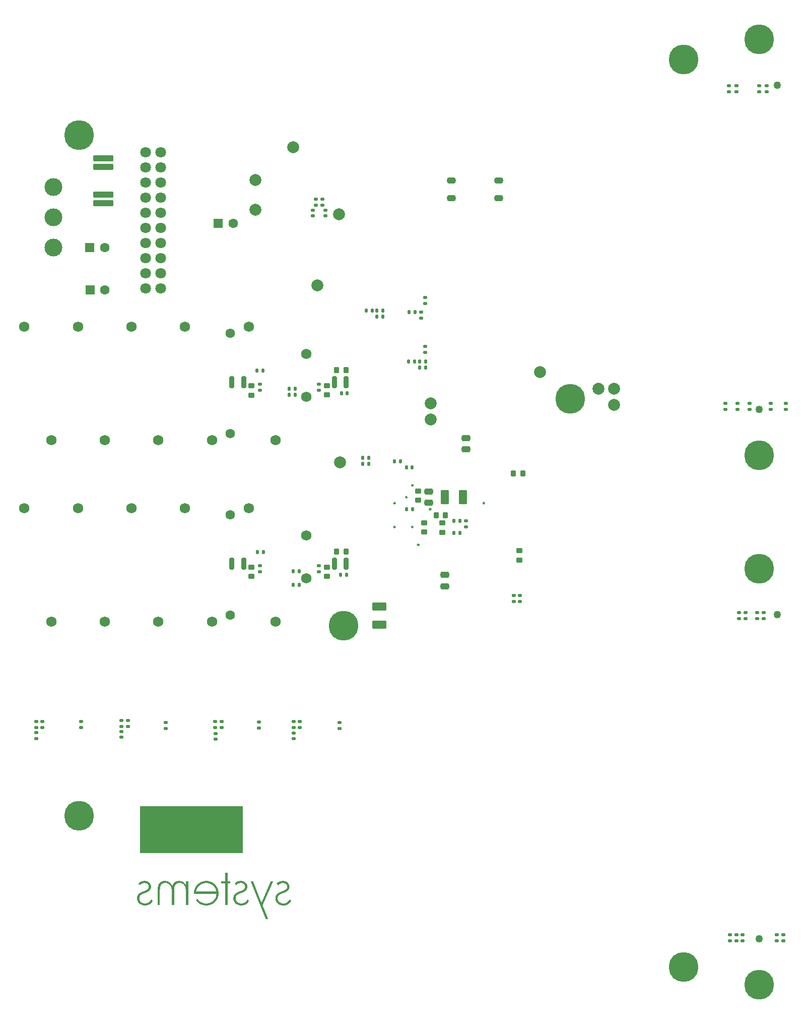
<source format=gbs>
G04*
G04 #@! TF.GenerationSoftware,Altium Limited,Altium Designer,24.4.1 (13)*
G04*
G04 Layer_Color=16711935*
%FSLAX26Y26*%
%MOIN*%
G70*
G04*
G04 #@! TF.SameCoordinates,806C1458-AD79-4133-9C90-9D57C0943E59*
G04*
G04*
G04 #@! TF.FilePolarity,Negative*
G04*
G01*
G75*
%ADD10C,0.010000*%
G04:AMPARAMS|DCode=85|XSize=25.197mil|YSize=21.26mil|CornerRadius=5.315mil|HoleSize=0mil|Usage=FLASHONLY|Rotation=90.000|XOffset=0mil|YOffset=0mil|HoleType=Round|Shape=RoundedRectangle|*
%AMROUNDEDRECTD85*
21,1,0.025197,0.010630,0,0,90.0*
21,1,0.014567,0.021260,0,0,90.0*
1,1,0.010630,0.005315,0.007284*
1,1,0.010630,0.005315,-0.007284*
1,1,0.010630,-0.005315,-0.007284*
1,1,0.010630,-0.005315,0.007284*
%
%ADD85ROUNDEDRECTD85*%
G04:AMPARAMS|DCode=87|XSize=24.409mil|YSize=22.047mil|CornerRadius=5.512mil|HoleSize=0mil|Usage=FLASHONLY|Rotation=270.000|XOffset=0mil|YOffset=0mil|HoleType=Round|Shape=RoundedRectangle|*
%AMROUNDEDRECTD87*
21,1,0.024409,0.011024,0,0,270.0*
21,1,0.013386,0.022047,0,0,270.0*
1,1,0.011024,-0.005512,-0.006693*
1,1,0.011024,-0.005512,0.006693*
1,1,0.011024,0.005512,0.006693*
1,1,0.011024,0.005512,-0.006693*
%
%ADD87ROUNDEDRECTD87*%
G04:AMPARAMS|DCode=88|XSize=37.402mil|YSize=35.433mil|CornerRadius=4.429mil|HoleSize=0mil|Usage=FLASHONLY|Rotation=270.000|XOffset=0mil|YOffset=0mil|HoleType=Round|Shape=RoundedRectangle|*
%AMROUNDEDRECTD88*
21,1,0.037402,0.026575,0,0,270.0*
21,1,0.028543,0.035433,0,0,270.0*
1,1,0.008858,-0.013287,-0.014272*
1,1,0.008858,-0.013287,0.014272*
1,1,0.008858,0.013287,0.014272*
1,1,0.008858,0.013287,-0.014272*
%
%ADD88ROUNDEDRECTD88*%
G04:AMPARAMS|DCode=89|XSize=37.402mil|YSize=35.433mil|CornerRadius=4.429mil|HoleSize=0mil|Usage=FLASHONLY|Rotation=0.000|XOffset=0mil|YOffset=0mil|HoleType=Round|Shape=RoundedRectangle|*
%AMROUNDEDRECTD89*
21,1,0.037402,0.026575,0,0,0.0*
21,1,0.028543,0.035433,0,0,0.0*
1,1,0.008858,0.014272,-0.013287*
1,1,0.008858,-0.014272,-0.013287*
1,1,0.008858,-0.014272,0.013287*
1,1,0.008858,0.014272,0.013287*
%
%ADD89ROUNDEDRECTD89*%
G04:AMPARAMS|DCode=90|XSize=24.409mil|YSize=22.047mil|CornerRadius=5.512mil|HoleSize=0mil|Usage=FLASHONLY|Rotation=0.000|XOffset=0mil|YOffset=0mil|HoleType=Round|Shape=RoundedRectangle|*
%AMROUNDEDRECTD90*
21,1,0.024409,0.011024,0,0,0.0*
21,1,0.013386,0.022047,0,0,0.0*
1,1,0.011024,0.006693,-0.005512*
1,1,0.011024,-0.006693,-0.005512*
1,1,0.011024,-0.006693,0.005512*
1,1,0.011024,0.006693,0.005512*
%
%ADD90ROUNDEDRECTD90*%
G04:AMPARAMS|DCode=92|XSize=25.197mil|YSize=21.26mil|CornerRadius=5.315mil|HoleSize=0mil|Usage=FLASHONLY|Rotation=180.000|XOffset=0mil|YOffset=0mil|HoleType=Round|Shape=RoundedRectangle|*
%AMROUNDEDRECTD92*
21,1,0.025197,0.010630,0,0,180.0*
21,1,0.014567,0.021260,0,0,180.0*
1,1,0.010630,-0.007284,0.005315*
1,1,0.010630,0.007284,0.005315*
1,1,0.010630,0.007284,-0.005315*
1,1,0.010630,-0.007284,-0.005315*
%
%ADD92ROUNDEDRECTD92*%
G04:AMPARAMS|DCode=95|XSize=52.165mil|YSize=92.52mil|CornerRadius=4.956mil|HoleSize=0mil|Usage=FLASHONLY|Rotation=90.000|XOffset=0mil|YOffset=0mil|HoleType=Round|Shape=RoundedRectangle|*
%AMROUNDEDRECTD95*
21,1,0.052165,0.082608,0,0,90.0*
21,1,0.042254,0.092520,0,0,90.0*
1,1,0.009911,0.041304,0.021127*
1,1,0.009911,0.041304,-0.021127*
1,1,0.009911,-0.041304,-0.021127*
1,1,0.009911,-0.041304,0.021127*
%
%ADD95ROUNDEDRECTD95*%
G04:AMPARAMS|DCode=109|XSize=31.496mil|YSize=78.74mil|CornerRadius=7.874mil|HoleSize=0mil|Usage=FLASHONLY|Rotation=0.000|XOffset=0mil|YOffset=0mil|HoleType=Round|Shape=RoundedRectangle|*
%AMROUNDEDRECTD109*
21,1,0.031496,0.062992,0,0,0.0*
21,1,0.015748,0.078740,0,0,0.0*
1,1,0.015748,0.007874,-0.031496*
1,1,0.015748,-0.007874,-0.031496*
1,1,0.015748,-0.007874,0.031496*
1,1,0.015748,0.007874,0.031496*
%
%ADD109ROUNDEDRECTD109*%
%ADD121C,0.050000*%
G04:AMPARAMS|DCode=122|XSize=62.992mil|YSize=43.307mil|CornerRadius=21.654mil|HoleSize=0mil|Usage=FLASHONLY|Rotation=0.000|XOffset=0mil|YOffset=0mil|HoleType=Round|Shape=RoundedRectangle|*
%AMROUNDEDRECTD122*
21,1,0.062992,0.000000,0,0,0.0*
21,1,0.019685,0.043307,0,0,0.0*
1,1,0.043307,0.009843,0.000000*
1,1,0.043307,-0.009843,0.000000*
1,1,0.043307,-0.009843,0.000000*
1,1,0.043307,0.009843,0.000000*
%
%ADD122ROUNDEDRECTD122*%
%ADD123C,0.062992*%
G04:AMPARAMS|DCode=124|XSize=62.992mil|YSize=62.992mil|CornerRadius=7.874mil|HoleSize=0mil|Usage=FLASHONLY|Rotation=0.000|XOffset=0mil|YOffset=0mil|HoleType=Round|Shape=RoundedRectangle|*
%AMROUNDEDRECTD124*
21,1,0.062992,0.047244,0,0,0.0*
21,1,0.047244,0.062992,0,0,0.0*
1,1,0.015748,0.023622,-0.023622*
1,1,0.015748,-0.023622,-0.023622*
1,1,0.015748,-0.023622,0.023622*
1,1,0.015748,0.023622,0.023622*
%
%ADD124ROUNDEDRECTD124*%
%ADD125C,0.070866*%
%ADD126C,0.068898*%
%ADD127C,0.118110*%
%ADD128C,0.196850*%
G04:AMPARAMS|DCode=154|XSize=57.087mil|YSize=39.37mil|CornerRadius=9.842mil|HoleSize=0mil|Usage=FLASHONLY|Rotation=0.000|XOffset=0mil|YOffset=0mil|HoleType=Round|Shape=RoundedRectangle|*
%AMROUNDEDRECTD154*
21,1,0.057087,0.019685,0,0,0.0*
21,1,0.037402,0.039370,0,0,0.0*
1,1,0.019685,0.018701,-0.009843*
1,1,0.019685,-0.018701,-0.009843*
1,1,0.019685,-0.018701,0.009843*
1,1,0.019685,0.018701,0.009843*
%
%ADD154ROUNDEDRECTD154*%
G04:AMPARAMS|DCode=155|XSize=52.165mil|YSize=92.52mil|CornerRadius=4.956mil|HoleSize=0mil|Usage=FLASHONLY|Rotation=180.000|XOffset=0mil|YOffset=0mil|HoleType=Round|Shape=RoundedRectangle|*
%AMROUNDEDRECTD155*
21,1,0.052165,0.082608,0,0,180.0*
21,1,0.042254,0.092520,0,0,180.0*
1,1,0.009911,-0.021127,0.041304*
1,1,0.009911,0.021127,0.041304*
1,1,0.009911,0.021127,-0.041304*
1,1,0.009911,-0.021127,-0.041304*
%
%ADD155ROUNDEDRECTD155*%
G04:AMPARAMS|DCode=156|XSize=133.858mil|YSize=39.37mil|CornerRadius=4.921mil|HoleSize=0mil|Usage=FLASHONLY|Rotation=0.000|XOffset=0mil|YOffset=0mil|HoleType=Round|Shape=RoundedRectangle|*
%AMROUNDEDRECTD156*
21,1,0.133858,0.029528,0,0,0.0*
21,1,0.124016,0.039370,0,0,0.0*
1,1,0.009842,0.062008,-0.014764*
1,1,0.009842,-0.062008,-0.014764*
1,1,0.009842,-0.062008,0.014764*
1,1,0.009842,0.062008,0.014764*
%
%ADD156ROUNDEDRECTD156*%
%ADD157C,0.078740*%
G36*
X3581875Y2745875D02*
X2902875D01*
Y3053875D01*
X3581875D01*
Y2745875D01*
D02*
G37*
G36*
X3852498Y2561047D02*
X3853036Y2560970D01*
X3854075Y2560855D01*
X3854690Y2560778D01*
X3856190Y2560663D01*
X3856497Y2560586D01*
X3857805Y2560355D01*
X3858843Y2560240D01*
X3859458Y2560086D01*
X3860189Y2559970D01*
X3860497Y2559894D01*
X3861150Y2559701D01*
X3861881Y2559586D01*
X3862189Y2559509D01*
X3862689Y2559317D01*
X3863265Y2559201D01*
X3863689Y2559086D01*
X3864073Y2558932D01*
X3864573Y2558817D01*
X3865111Y2558586D01*
X3866034Y2558355D01*
X3866150Y2558240D01*
X3866573Y2558124D01*
X3867265Y2557817D01*
X3867880Y2557663D01*
X3867995Y2557548D01*
X3868495Y2557355D01*
X3869341Y2556971D01*
X3871880Y2555740D01*
X3872264Y2555510D01*
X3872726Y2555202D01*
X3873033Y2555125D01*
X3873187Y2554971D01*
X3874264Y2554356D01*
X3874494Y2554125D01*
X3874648Y2554048D01*
X3875110Y2553741D01*
X3875264Y2553664D01*
X3875494Y2553433D01*
X3875648Y2553356D01*
X3876725Y2552587D01*
X3876879Y2552510D01*
X3876917Y2552395D01*
X3877186Y2552202D01*
X3877340Y2552125D01*
X3877571Y2551895D01*
X3877725Y2551818D01*
X3877956Y2551587D01*
X3878109Y2551510D01*
X3878417Y2551202D01*
X3878571Y2551126D01*
X3879263Y2550433D01*
X3879417Y2550356D01*
X3881686Y2548088D01*
X3881763Y2547934D01*
X3882378Y2547318D01*
X3882570Y2547049D01*
X3882724Y2546972D01*
X3882839Y2546780D01*
X3882916Y2546626D01*
X3883070Y2546472D01*
X3883262Y2546203D01*
X3883647Y2545742D01*
X3883993Y2545319D01*
X3884070Y2545165D01*
X3884185Y2545126D01*
X3884378Y2544780D01*
X3885147Y2543704D01*
X3885454Y2543165D01*
X3885685Y2542934D01*
X3886224Y2541935D01*
X3886416Y2541742D01*
X3886608Y2541242D01*
X3886800Y2541050D01*
X3886993Y2540550D01*
X3887146Y2540396D01*
X3887300Y2540012D01*
X3887531Y2539627D01*
X3887685Y2539243D01*
X3887877Y2538897D01*
X3888069Y2538397D01*
X3888339Y2537897D01*
X3888454Y2537397D01*
X3888569Y2537282D01*
X3888762Y2536782D01*
X3889031Y2536128D01*
X3889146Y2535705D01*
X3889262Y2535359D01*
X3889454Y2534859D01*
X3889531Y2534551D01*
X3889646Y2534128D01*
X3889838Y2533628D01*
X3889915Y2533090D01*
X3890108Y2532590D01*
X3890223Y2532090D01*
X3890300Y2531552D01*
X3890415Y2531129D01*
X3890492Y2530821D01*
X3890569Y2530436D01*
X3890646Y2529744D01*
X3890723Y2529360D01*
X3890838Y2528860D01*
X3890915Y2528629D01*
X3890992Y2527091D01*
X3891069Y2526860D01*
X3891146Y2525783D01*
X3891223Y2525552D01*
X3891300Y2520938D01*
X3891223Y2519707D01*
X3891030Y2518131D01*
X3890954Y2517208D01*
X3890877Y2516592D01*
X3890800Y2516208D01*
X3890723Y2515900D01*
X3890608Y2515323D01*
X3890531Y2514785D01*
X3890338Y2514131D01*
X3890261Y2513823D01*
X3890184Y2513362D01*
X3890108Y2513054D01*
X3889954Y2512670D01*
X3889838Y2512170D01*
X3889723Y2511824D01*
X3889531Y2511324D01*
X3889454Y2511016D01*
X3889300Y2510632D01*
X3889185Y2510363D01*
X3889069Y2509939D01*
X3888762Y2509247D01*
X3888377Y2508401D01*
X3887454Y2506479D01*
X3887070Y2505786D01*
X3886454Y2504709D01*
X3886300Y2504556D01*
X3886224Y2504402D01*
X3885685Y2503556D01*
X3885301Y2503017D01*
X3885070Y2502633D01*
X3884762Y2502325D01*
X3884685Y2502171D01*
X3884532Y2502018D01*
X3884301Y2501633D01*
X3884070Y2501402D01*
X3883993Y2501249D01*
X3883685Y2500941D01*
X3883608Y2500787D01*
X3883301Y2500479D01*
X3883224Y2500325D01*
X3882609Y2499710D01*
X3882532Y2499556D01*
X3881840Y2498864D01*
X3881763Y2498710D01*
X3881340Y2498287D01*
X3881186Y2498211D01*
X3881147Y2498095D01*
X3880570Y2497518D01*
X3880417Y2497441D01*
X3880378Y2497326D01*
X3880263Y2497287D01*
X3879494Y2496518D01*
X3879340Y2496441D01*
X3878725Y2495826D01*
X3878571Y2495749D01*
X3878263Y2495442D01*
X3878109Y2495365D01*
X3877802Y2495057D01*
X3877648Y2494980D01*
X3877494Y2494826D01*
X3877110Y2494596D01*
X3876802Y2494288D01*
X3876648Y2494211D01*
X3876494Y2494057D01*
X3876110Y2493827D01*
X3875879Y2493596D01*
X3875725Y2493519D01*
X3875571Y2493365D01*
X3875187Y2493134D01*
X3874956Y2492904D01*
X3874802Y2492827D01*
X3874264Y2492442D01*
X3874110Y2492365D01*
X3873879Y2492135D01*
X3873648Y2492058D01*
X3873495Y2491904D01*
X3872956Y2491596D01*
X3872802Y2491442D01*
X3872649Y2491365D01*
X3871803Y2490827D01*
X3871110Y2490442D01*
X3870957Y2490289D01*
X3870572Y2490135D01*
X3870418Y2489981D01*
X3869880Y2489673D01*
X3868495Y2488904D01*
X3866996Y2488097D01*
X3866496Y2487904D01*
X3866342Y2487751D01*
X3866188Y2487674D01*
X3863804Y2486520D01*
X3863265Y2486289D01*
X3862881Y2486135D01*
X3862035Y2485751D01*
X3861727Y2485674D01*
X3861612Y2485559D01*
X3861112Y2485366D01*
X3860420Y2485059D01*
X3860112Y2484982D01*
X3859689Y2484789D01*
X3858958Y2484520D01*
X3858843Y2484405D01*
X3858420Y2484289D01*
X3858035Y2484136D01*
X3857920Y2484020D01*
X3857497Y2483905D01*
X3856843Y2483636D01*
X3856420Y2483520D01*
X3856113Y2483443D01*
X3855959Y2483290D01*
X3855344Y2483136D01*
X3854690Y2482867D01*
X3854113Y2482751D01*
X3853998Y2482636D01*
X3853498Y2482444D01*
X3853190Y2482367D01*
X3852767Y2482174D01*
X3852344Y2482059D01*
X3851998Y2481944D01*
X3851613Y2481790D01*
X3851190Y2481675D01*
X3850844Y2481559D01*
X3850114Y2481290D01*
X3849767Y2481175D01*
X3849268Y2480982D01*
X3848960Y2480905D01*
X3848614Y2480790D01*
X3848114Y2480598D01*
X3847806Y2480521D01*
X3847460Y2480329D01*
X3847037Y2480213D01*
X3846037Y2479829D01*
X3845345Y2479521D01*
X3845037Y2479444D01*
X3844499Y2479213D01*
X3844191Y2479136D01*
X3843384Y2478790D01*
X3842884Y2478675D01*
X3842769Y2478560D01*
X3842269Y2478367D01*
X3841961Y2478290D01*
X3841846Y2478175D01*
X3841346Y2477983D01*
X3841038Y2477906D01*
X3840923Y2477791D01*
X3840423Y2477598D01*
X3839731Y2477291D01*
X3838923Y2476944D01*
X3838500Y2476829D01*
X3838346Y2476675D01*
X3837731Y2476445D01*
X3837615Y2476329D01*
X3837115Y2476137D01*
X3836731Y2475906D01*
X3836500Y2475829D01*
X3836116Y2475675D01*
X3835731Y2475445D01*
X3833808Y2474522D01*
X3832501Y2473829D01*
X3832116Y2473599D01*
X3831732Y2473445D01*
X3831193Y2473137D01*
X3831039Y2473060D01*
X3830886Y2472907D01*
X3830578Y2472830D01*
X3830424Y2472676D01*
X3829732Y2472291D01*
X3829194Y2471984D01*
X3829040Y2471830D01*
X3828655Y2471676D01*
X3828425Y2471445D01*
X3828194Y2471368D01*
X3827886Y2471061D01*
X3827579Y2470984D01*
X3827425Y2470830D01*
X3827040Y2470599D01*
X3826886Y2470445D01*
X3826502Y2470215D01*
X3826271Y2469984D01*
X3826117Y2469907D01*
X3825579Y2469523D01*
X3825425Y2469446D01*
X3825194Y2469215D01*
X3825040Y2469138D01*
X3824810Y2468907D01*
X3824656Y2468830D01*
X3824425Y2468600D01*
X3824271Y2468523D01*
X3824117Y2468369D01*
X3823964Y2468292D01*
X3823733Y2468061D01*
X3823579Y2467984D01*
X3822964Y2467369D01*
X3822810Y2467292D01*
X3820926Y2465408D01*
X3820733Y2465139D01*
X3820580Y2465062D01*
X3820541Y2464946D01*
X3820310Y2464715D01*
X3819772Y2464023D01*
X3819695Y2463869D01*
X3819387Y2463562D01*
X3819311Y2463408D01*
X3819157Y2463254D01*
X3818926Y2462870D01*
X3818695Y2462639D01*
X3818618Y2462408D01*
X3818465Y2462254D01*
X3818157Y2461716D01*
X3818003Y2461562D01*
X3817388Y2460485D01*
X3817157Y2460101D01*
X3817003Y2459716D01*
X3816849Y2459562D01*
X3816773Y2459409D01*
X3816003Y2457717D01*
X3815926Y2457409D01*
X3815734Y2457063D01*
X3815657Y2456755D01*
X3815542Y2456332D01*
X3815427Y2456217D01*
X3815311Y2455794D01*
X3815234Y2455486D01*
X3815119Y2455140D01*
X3814927Y2454640D01*
X3814850Y2454102D01*
X3814619Y2453563D01*
X3814542Y2452794D01*
X3814311Y2451871D01*
X3814234Y2451641D01*
X3814157Y2450564D01*
X3814081Y2450256D01*
X3814004Y2449487D01*
X3813927Y2449256D01*
X3813850Y2446718D01*
X3813773Y2446488D01*
X3813811Y2445142D01*
X3813888Y2443065D01*
X3813965Y2442296D01*
X3814119Y2441296D01*
X3814196Y2440450D01*
X3814273Y2439988D01*
X3814427Y2439373D01*
X3814504Y2438912D01*
X3814619Y2438181D01*
X3814773Y2437796D01*
X3814927Y2437104D01*
X3815003Y2436797D01*
X3815196Y2436297D01*
X3815311Y2435797D01*
X3815580Y2435143D01*
X3815696Y2434643D01*
X3816003Y2433951D01*
X3816234Y2433413D01*
X3816388Y2433028D01*
X3816773Y2432182D01*
X3817042Y2431682D01*
X3817234Y2431182D01*
X3817388Y2431028D01*
X3817465Y2430874D01*
X3817619Y2430490D01*
X3817772Y2430336D01*
X3817926Y2429952D01*
X3818080Y2429798D01*
X3818388Y2429259D01*
X3818618Y2428875D01*
X3819541Y2427567D01*
X3819811Y2427144D01*
X3819964Y2427067D01*
X3820080Y2426875D01*
X3820157Y2426721D01*
X3820387Y2426490D01*
X3820464Y2426337D01*
X3820772Y2426029D01*
X3820849Y2425875D01*
X3821156Y2425568D01*
X3821233Y2425414D01*
X3821849Y2424798D01*
X3821925Y2424645D01*
X3822041Y2424529D01*
X3822195Y2424452D01*
X3822233Y2424337D01*
X3823502Y2423068D01*
X3823656Y2422991D01*
X3823810Y2422760D01*
X3823964Y2422683D01*
X3824579Y2422068D01*
X3824733Y2421991D01*
X3825117Y2421607D01*
X3825271Y2421530D01*
X3825387Y2421414D01*
X3826156Y2420799D01*
X3826617Y2420414D01*
X3827040Y2420068D01*
X3827194Y2419992D01*
X3827425Y2419761D01*
X3827579Y2419684D01*
X3828348Y2419146D01*
X3828732Y2418915D01*
X3828886Y2418761D01*
X3829271Y2418530D01*
X3829424Y2418453D01*
X3829578Y2418299D01*
X3829809Y2418222D01*
X3829963Y2418069D01*
X3830655Y2417684D01*
X3831193Y2417376D01*
X3831347Y2417300D01*
X3831463Y2417184D01*
X3831963Y2416992D01*
X3832116Y2416838D01*
X3832424Y2416761D01*
X3832885Y2416454D01*
X3833193Y2416377D01*
X3833655Y2416069D01*
X3833962Y2415992D01*
X3834462Y2415723D01*
X3834885Y2415608D01*
X3835385Y2415338D01*
X3835885Y2415223D01*
X3836269Y2414992D01*
X3836885Y2414838D01*
X3837308Y2414646D01*
X3837731Y2414531D01*
X3838039Y2414454D01*
X3838538Y2414262D01*
X3839115Y2414146D01*
X3839538Y2414031D01*
X3839923Y2413877D01*
X3840653Y2413762D01*
X3841653Y2413454D01*
X3842692Y2413339D01*
X3843307Y2413185D01*
X3843691Y2413108D01*
X3844537Y2413031D01*
X3845153Y2412954D01*
X3846037Y2412839D01*
X3846268Y2412762D01*
X3848806Y2412685D01*
X3849037Y2412608D01*
X3852229Y2412646D01*
X3854997Y2412723D01*
X3855920Y2412800D01*
X3856920Y2412954D01*
X3857613Y2413031D01*
X3858382Y2413108D01*
X3858843Y2413185D01*
X3859458Y2413339D01*
X3860420Y2413454D01*
X3860727Y2413531D01*
X3861073Y2413646D01*
X3861381Y2413723D01*
X3862112Y2413839D01*
X3862535Y2413954D01*
X3863035Y2414146D01*
X3863573Y2414223D01*
X3864111Y2414454D01*
X3864650Y2414531D01*
X3865342Y2414838D01*
X3865803Y2414915D01*
X3866188Y2415069D01*
X3866457Y2415184D01*
X3866880Y2415300D01*
X3867303Y2415492D01*
X3867803Y2415684D01*
X3868495Y2415992D01*
X3869303Y2416338D01*
X3869726Y2416454D01*
X3869880Y2416607D01*
X3870034Y2416684D01*
X3871341Y2417300D01*
X3872341Y2417838D01*
X3872726Y2418069D01*
X3874341Y2418992D01*
X3874494Y2419146D01*
X3875033Y2419453D01*
X3875571Y2419838D01*
X3875956Y2420068D01*
X3876110Y2420222D01*
X3876494Y2420453D01*
X3876648Y2420607D01*
X3877033Y2420838D01*
X3877186Y2420991D01*
X3877456Y2421184D01*
X3877917Y2421568D01*
X3878340Y2421914D01*
X3878494Y2421991D01*
X3878725Y2422222D01*
X3878878Y2422299D01*
X3879494Y2422914D01*
X3879648Y2422991D01*
X3879955Y2423299D01*
X3880109Y2423376D01*
X3880224Y2423491D01*
X3880301Y2423645D01*
X3880417Y2423683D01*
X3881032Y2424298D01*
X3881301Y2424491D01*
X3881378Y2424645D01*
X3881494Y2424760D01*
X3881647Y2424837D01*
X3881801Y2425068D01*
X3881955Y2425145D01*
X3882070Y2425260D01*
X3882147Y2425414D01*
X3882378Y2425568D01*
X3882455Y2425721D01*
X3883147Y2426414D01*
X3883224Y2426567D01*
X3883455Y2426721D01*
X3883532Y2426875D01*
X3884224Y2427567D01*
X3884301Y2427721D01*
X3884416Y2427836D01*
X3884570Y2427913D01*
X3884685Y2428106D01*
X3884762Y2428260D01*
X3884993Y2428490D01*
X3885070Y2428644D01*
X3885378Y2428952D01*
X3885454Y2429106D01*
X3885685Y2429336D01*
X3885762Y2429490D01*
X3885993Y2429721D01*
X3886185Y2429990D01*
X3886531Y2430413D01*
X3886608Y2430567D01*
X3886839Y2430798D01*
X3886916Y2430951D01*
X3887070Y2431105D01*
X3887300Y2431490D01*
X3887531Y2431720D01*
X3887608Y2431874D01*
X3888146Y2432643D01*
X3888531Y2433182D01*
X3888762Y2433566D01*
X3889069Y2433874D01*
X3889146Y2434182D01*
X3889377Y2434412D01*
X3889454Y2434566D01*
X3889915Y2435335D01*
X3889992Y2435489D01*
X3890146Y2435643D01*
X3890223Y2435874D01*
X3890531Y2436181D01*
X3890608Y2436489D01*
X3890838Y2436720D01*
X3890915Y2436874D01*
X3891069Y2437258D01*
X3891223Y2437412D01*
X3891300Y2437643D01*
X3891607Y2438104D01*
X3891761Y2438489D01*
X3891953Y2438681D01*
X3892146Y2439181D01*
X3892338Y2439373D01*
X3892492Y2439758D01*
X3892800Y2439835D01*
X3893338Y2439296D01*
X3893492Y2439219D01*
X3893530Y2439104D01*
X3893646Y2438989D01*
X3893799Y2438912D01*
X3893915Y2438796D01*
X3893992Y2438642D01*
X3894107Y2438604D01*
X3894299Y2438412D01*
X3894376Y2438258D01*
X3894492Y2438220D01*
X3895684Y2437027D01*
X3896145Y2436643D01*
X3896222Y2436489D01*
X3896337Y2436451D01*
X3897952Y2434835D01*
X3898106Y2434758D01*
X3899875Y2432990D01*
X3900029Y2432913D01*
X3900183Y2432682D01*
X3900337Y2432605D01*
X3902183Y2430759D01*
X3902336Y2430682D01*
X3902375Y2430567D01*
X3902683Y2430336D01*
X3902760Y2430182D01*
X3903106Y2429990D01*
X3903144Y2429567D01*
X3902952Y2429528D01*
X3902606Y2428875D01*
X3902298Y2428336D01*
X3902067Y2427952D01*
X3901529Y2427106D01*
X3901298Y2426721D01*
X3900990Y2426260D01*
X3900914Y2426029D01*
X3900683Y2425798D01*
X3900606Y2425644D01*
X3900068Y2424798D01*
X3899760Y2424260D01*
X3899529Y2424029D01*
X3899452Y2423876D01*
X3899298Y2423722D01*
X3898991Y2423183D01*
X3898837Y2423030D01*
X3898606Y2422645D01*
X3898491Y2422606D01*
X3897991Y2421876D01*
X3897914Y2421722D01*
X3897760Y2421568D01*
X3897568Y2421299D01*
X3897222Y2420876D01*
X3897145Y2420722D01*
X3896914Y2420491D01*
X3896837Y2420338D01*
X3896607Y2420107D01*
X3896530Y2419953D01*
X3896222Y2419645D01*
X3896145Y2419492D01*
X3895838Y2419184D01*
X3895760Y2419030D01*
X3895491Y2418761D01*
X3895453Y2418722D01*
X3895376Y2418569D01*
X3895068Y2418261D01*
X3894991Y2418107D01*
X3894684Y2417800D01*
X3894607Y2417646D01*
X3893915Y2416954D01*
X3893838Y2416800D01*
X3893722Y2416761D01*
X3893607Y2416646D01*
X3893530Y2416492D01*
X3890877Y2413839D01*
X3890723Y2413762D01*
X3890569Y2413531D01*
X3890415Y2413454D01*
X3889723Y2412762D01*
X3889569Y2412685D01*
X3889262Y2412377D01*
X3889108Y2412300D01*
X3888800Y2411993D01*
X3888646Y2411916D01*
X3888416Y2411685D01*
X3888262Y2411608D01*
X3887877Y2411224D01*
X3887723Y2411147D01*
X3887493Y2410916D01*
X3887339Y2410839D01*
X3887185Y2410685D01*
X3886800Y2410454D01*
X3886493Y2410147D01*
X3886339Y2410070D01*
X3886185Y2409916D01*
X3885800Y2409685D01*
X3885647Y2409532D01*
X3885262Y2409301D01*
X3885108Y2409147D01*
X3884724Y2408916D01*
X3884493Y2408686D01*
X3884262Y2408609D01*
X3884108Y2408455D01*
X3883570Y2408147D01*
X3883532Y2408032D01*
X3883032Y2407763D01*
X3882647Y2407532D01*
X3881801Y2406994D01*
X3880724Y2406378D01*
X3880263Y2406070D01*
X3879955Y2405994D01*
X3879724Y2405763D01*
X3879417Y2405686D01*
X3878955Y2405378D01*
X3878725Y2405301D01*
X3878225Y2405032D01*
X3877725Y2404840D01*
X3877571Y2404686D01*
X3877417Y2404609D01*
X3875725Y2403840D01*
X3875418Y2403763D01*
X3874918Y2403494D01*
X3874418Y2403379D01*
X3874302Y2403263D01*
X3873802Y2403071D01*
X3873149Y2402802D01*
X3872726Y2402686D01*
X3871956Y2402379D01*
X3871649Y2402302D01*
X3871110Y2402071D01*
X3870495Y2401917D01*
X3870072Y2401802D01*
X3869688Y2401648D01*
X3869303Y2401571D01*
X3868995Y2401494D01*
X3868611Y2401340D01*
X3868034Y2401225D01*
X3867611Y2401110D01*
X3867226Y2400956D01*
X3866496Y2400840D01*
X3866188Y2400764D01*
X3865803Y2400610D01*
X3864804Y2400456D01*
X3863573Y2400148D01*
X3862535Y2400033D01*
X3862150Y2399956D01*
X3861843Y2399879D01*
X3861458Y2399802D01*
X3860535Y2399725D01*
X3859920Y2399648D01*
X3859151Y2399495D01*
X3858305Y2399418D01*
X3856343Y2399302D01*
X3856113Y2399225D01*
X3854574Y2399148D01*
X3854344Y2399072D01*
X3847306Y2399110D01*
X3846307Y2399187D01*
X3845460Y2399264D01*
X3844768Y2399341D01*
X3843538Y2399418D01*
X3842692Y2399495D01*
X3842307Y2399572D01*
X3841807Y2399687D01*
X3841269Y2399764D01*
X3840269Y2399841D01*
X3839846Y2399956D01*
X3839538Y2400033D01*
X3838808Y2400148D01*
X3838269Y2400225D01*
X3837846Y2400341D01*
X3837539Y2400418D01*
X3836885Y2400533D01*
X3836577Y2400610D01*
X3836231Y2400725D01*
X3835923Y2400802D01*
X3835193Y2400918D01*
X3834693Y2401110D01*
X3833885Y2401302D01*
X3833385Y2401494D01*
X3832885Y2401610D01*
X3832578Y2401687D01*
X3832155Y2401879D01*
X3831732Y2401994D01*
X3831078Y2402263D01*
X3830578Y2402379D01*
X3830270Y2402456D01*
X3830117Y2402610D01*
X3829809Y2402686D01*
X3829117Y2402994D01*
X3828809Y2403071D01*
X3827963Y2403456D01*
X3827425Y2403686D01*
X3827271Y2403763D01*
X3826579Y2404071D01*
X3826425Y2404148D01*
X3824041Y2405301D01*
X3823656Y2405532D01*
X3823118Y2405840D01*
X3822425Y2406224D01*
X3821349Y2406840D01*
X3821195Y2406994D01*
X3820657Y2407301D01*
X3820272Y2407532D01*
X3820041Y2407763D01*
X3819503Y2408070D01*
X3819118Y2408301D01*
X3818964Y2408455D01*
X3818580Y2408686D01*
X3818426Y2408839D01*
X3818041Y2409070D01*
X3817811Y2409301D01*
X3817657Y2409378D01*
X3817503Y2409532D01*
X3817234Y2409724D01*
X3816811Y2410070D01*
X3816657Y2410147D01*
X3816426Y2410378D01*
X3816273Y2410454D01*
X3816042Y2410685D01*
X3815888Y2410762D01*
X3815580Y2411070D01*
X3815427Y2411147D01*
X3815042Y2411531D01*
X3814888Y2411608D01*
X3814581Y2411916D01*
X3814427Y2411993D01*
X3814119Y2412300D01*
X3813965Y2412377D01*
X3813811Y2412608D01*
X3813657Y2412685D01*
X3812581Y2413762D01*
X3812427Y2413839D01*
X3812389Y2413954D01*
X3812273Y2414069D01*
X3812119Y2414146D01*
X3812004Y2414262D01*
X3811927Y2414415D01*
X3811696Y2414569D01*
X3811619Y2414723D01*
X3810543Y2415800D01*
X3810466Y2415954D01*
X3810235Y2416108D01*
X3810158Y2416261D01*
X3809850Y2416569D01*
X3809773Y2416723D01*
X3809466Y2417030D01*
X3809389Y2417184D01*
X3809081Y2417492D01*
X3809004Y2417646D01*
X3808697Y2417953D01*
X3808620Y2418107D01*
X3808312Y2418415D01*
X3808235Y2418569D01*
X3808120Y2418684D01*
X3807812Y2419146D01*
X3807466Y2419568D01*
X3806312Y2421184D01*
X3806005Y2421722D01*
X3805851Y2421876D01*
X3805236Y2422953D01*
X3805082Y2423106D01*
X3804774Y2423645D01*
X3804390Y2424337D01*
X3803698Y2425644D01*
X3803467Y2426029D01*
X3802698Y2427644D01*
X3802621Y2427952D01*
X3802467Y2428106D01*
X3802390Y2428413D01*
X3802159Y2428952D01*
X3802006Y2429336D01*
X3801698Y2430028D01*
X3801621Y2430413D01*
X3801313Y2431105D01*
X3801236Y2431567D01*
X3801082Y2431951D01*
X3800967Y2432220D01*
X3800852Y2432720D01*
X3800736Y2433143D01*
X3800583Y2433528D01*
X3800467Y2434182D01*
X3800313Y2434566D01*
X3800160Y2435182D01*
X3800083Y2435720D01*
X3799890Y2436374D01*
X3799814Y2436758D01*
X3799737Y2437450D01*
X3799660Y2437912D01*
X3799544Y2438335D01*
X3799467Y2438566D01*
X3799390Y2439489D01*
X3799275Y2440527D01*
X3799121Y2441450D01*
X3799006Y2443719D01*
X3798929Y2445872D01*
X3799006Y2448949D01*
X3799083Y2450872D01*
X3799275Y2452448D01*
X3799390Y2453333D01*
X3799506Y2454371D01*
X3799583Y2454756D01*
X3799660Y2455063D01*
X3799775Y2455717D01*
X3799852Y2456255D01*
X3800083Y2457101D01*
X3800160Y2457409D01*
X3800236Y2457947D01*
X3800390Y2458332D01*
X3800544Y2459024D01*
X3800660Y2459447D01*
X3800813Y2459832D01*
X3800929Y2460332D01*
X3801159Y2460870D01*
X3801236Y2461178D01*
X3801390Y2461716D01*
X3801506Y2461831D01*
X3801621Y2462254D01*
X3801698Y2462562D01*
X3801813Y2462677D01*
X3802006Y2463177D01*
X3802313Y2463869D01*
X3802698Y2464715D01*
X3802852Y2465100D01*
X3803082Y2465485D01*
X3803236Y2465869D01*
X3804005Y2467254D01*
X3804313Y2467792D01*
X3804467Y2467946D01*
X3804544Y2468100D01*
X3805082Y2468946D01*
X3805313Y2469330D01*
X3805466Y2469484D01*
X3805697Y2469869D01*
X3805851Y2470022D01*
X3806082Y2470407D01*
X3806312Y2470638D01*
X3806389Y2470791D01*
X3806620Y2471022D01*
X3806812Y2471291D01*
X3807159Y2471715D01*
X3807235Y2471868D01*
X3807543Y2472176D01*
X3807620Y2472330D01*
X3807774Y2472407D01*
X3807851Y2472561D01*
X3808235Y2472945D01*
X3808312Y2473099D01*
X3808543Y2473253D01*
X3808620Y2473407D01*
X3808735Y2473522D01*
X3808889Y2473599D01*
X3808927Y2473714D01*
X3810966Y2475752D01*
X3811119Y2475829D01*
X3811273Y2476060D01*
X3811427Y2476137D01*
X3812119Y2476829D01*
X3812273Y2476906D01*
X3812581Y2477214D01*
X3812735Y2477291D01*
X3813042Y2477598D01*
X3813196Y2477675D01*
X3813504Y2477983D01*
X3813657Y2478060D01*
X3813965Y2478367D01*
X3814119Y2478444D01*
X3814273Y2478598D01*
X3814542Y2478790D01*
X3814965Y2479136D01*
X3815119Y2479213D01*
X3815350Y2479444D01*
X3815503Y2479521D01*
X3815657Y2479675D01*
X3816042Y2479905D01*
X3816196Y2480059D01*
X3816580Y2480290D01*
X3816811Y2480521D01*
X3816965Y2480598D01*
X3817195Y2480829D01*
X3817734Y2481136D01*
X3818118Y2481367D01*
X3818349Y2481598D01*
X3818887Y2481905D01*
X3819272Y2482136D01*
X3819426Y2482290D01*
X3820503Y2482905D01*
X3820733Y2483136D01*
X3821041Y2483213D01*
X3821272Y2483443D01*
X3821656Y2483597D01*
X3821810Y2483751D01*
X3822964Y2484366D01*
X3823156Y2484559D01*
X3823656Y2484751D01*
X3823810Y2484905D01*
X3823964Y2484982D01*
X3824348Y2485135D01*
X3824541Y2485328D01*
X3824963Y2485443D01*
X3825156Y2485635D01*
X3825656Y2485828D01*
X3825810Y2485981D01*
X3825963Y2486059D01*
X3826502Y2486289D01*
X3826886Y2486520D01*
X3827194Y2486597D01*
X3827348Y2486751D01*
X3827963Y2486981D01*
X3828117Y2487135D01*
X3828271Y2487212D01*
X3828655Y2487366D01*
X3828809Y2487443D01*
X3828925Y2487558D01*
X3829424Y2487674D01*
X3829578Y2487827D01*
X3829732Y2487904D01*
X3830424Y2488212D01*
X3830809Y2488366D01*
X3831655Y2488750D01*
X3831963Y2488827D01*
X3832078Y2488943D01*
X3832578Y2489135D01*
X3832962Y2489366D01*
X3833270Y2489443D01*
X3834116Y2489827D01*
X3834424Y2489904D01*
X3834924Y2490173D01*
X3835423Y2490289D01*
X3835539Y2490404D01*
X3836039Y2490596D01*
X3836731Y2490904D01*
X3837193Y2490981D01*
X3837308Y2491096D01*
X3837808Y2491288D01*
X3838115Y2491365D01*
X3838461Y2491558D01*
X3838885Y2491673D01*
X3839423Y2491827D01*
X3839538Y2491942D01*
X3839961Y2492058D01*
X3840961Y2492442D01*
X3841499Y2492673D01*
X3842192Y2492827D01*
X3842576Y2493057D01*
X3842961Y2493134D01*
X3843653Y2493442D01*
X3843961Y2493519D01*
X3844653Y2493827D01*
X3845114Y2493903D01*
X3845807Y2494211D01*
X3846422Y2494365D01*
X3846576Y2494519D01*
X3847191Y2494673D01*
X3847883Y2494980D01*
X3848191Y2495057D01*
X3848883Y2495365D01*
X3849191Y2495442D01*
X3849537Y2495634D01*
X3849960Y2495749D01*
X3850383Y2495942D01*
X3850883Y2496134D01*
X3851190Y2496211D01*
X3851344Y2496365D01*
X3851652Y2496441D01*
X3852498Y2496826D01*
X3853036Y2497057D01*
X3853421Y2497211D01*
X3854267Y2497595D01*
X3854574Y2497672D01*
X3854728Y2497826D01*
X3855036Y2497903D01*
X3855613Y2498249D01*
X3856113Y2498364D01*
X3856343Y2498595D01*
X3856651Y2498672D01*
X3857305Y2499018D01*
X3857728Y2499133D01*
X3857882Y2499287D01*
X3858035Y2499364D01*
X3858420Y2499518D01*
X3859266Y2499979D01*
X3860573Y2500672D01*
X3861266Y2501056D01*
X3861804Y2501364D01*
X3861958Y2501441D01*
X3862112Y2501595D01*
X3862419Y2501671D01*
X3862573Y2501825D01*
X3864188Y2502748D01*
X3864419Y2502979D01*
X3864573Y2503056D01*
X3865419Y2503594D01*
X3865957Y2503979D01*
X3866496Y2504287D01*
X3866534Y2504402D01*
X3866803Y2504594D01*
X3866957Y2504671D01*
X3867188Y2504902D01*
X3867342Y2504979D01*
X3867496Y2505133D01*
X3867880Y2505363D01*
X3868111Y2505594D01*
X3868265Y2505671D01*
X3868572Y2505979D01*
X3868726Y2506055D01*
X3868880Y2506286D01*
X3869034Y2506363D01*
X3869918Y2507248D01*
X3869995Y2507401D01*
X3870111Y2507440D01*
X3870226Y2507555D01*
X3870303Y2507709D01*
X3870918Y2508324D01*
X3870995Y2508478D01*
X3871303Y2508786D01*
X3871380Y2508940D01*
X3871687Y2509247D01*
X3871764Y2509401D01*
X3871918Y2509555D01*
X3872149Y2509939D01*
X3872302Y2510093D01*
X3872533Y2510478D01*
X3872764Y2510709D01*
X3872918Y2511093D01*
X3873149Y2511324D01*
X3873456Y2511862D01*
X3873533Y2512016D01*
X3873879Y2512593D01*
X3874072Y2513093D01*
X3874225Y2513247D01*
X3874302Y2513401D01*
X3874687Y2514247D01*
X3874764Y2514554D01*
X3875033Y2515054D01*
X3875148Y2515554D01*
X3875340Y2515977D01*
X3875456Y2516400D01*
X3875533Y2516708D01*
X3875725Y2517208D01*
X3875840Y2517938D01*
X3876071Y2518861D01*
X3876148Y2519092D01*
X3876225Y2520399D01*
X3876302Y2520630D01*
X3876379Y2522553D01*
X3876456Y2522784D01*
X3876417Y2523130D01*
X3876340Y2524668D01*
X3876187Y2526668D01*
X3876110Y2527437D01*
X3875956Y2528052D01*
X3875840Y2528706D01*
X3875764Y2529244D01*
X3875687Y2529552D01*
X3875533Y2529936D01*
X3875456Y2530398D01*
X3875379Y2530706D01*
X3875187Y2531206D01*
X3875071Y2531628D01*
X3874841Y2532167D01*
X3874764Y2532474D01*
X3874379Y2533321D01*
X3873533Y2535090D01*
X3873341Y2535282D01*
X3873187Y2535666D01*
X3872687Y2536397D01*
X3872456Y2536782D01*
X3872226Y2537012D01*
X3872149Y2537166D01*
X3871841Y2537474D01*
X3871764Y2537628D01*
X3871456Y2537935D01*
X3871380Y2538089D01*
X3869572Y2539896D01*
X3869418Y2539973D01*
X3869034Y2540358D01*
X3868880Y2540435D01*
X3868765Y2540550D01*
X3867265Y2541666D01*
X3866996Y2541858D01*
X3866265Y2542358D01*
X3865727Y2542665D01*
X3865573Y2542819D01*
X3865034Y2543127D01*
X3863881Y2543742D01*
X3863496Y2543973D01*
X3862881Y2544204D01*
X3862765Y2544319D01*
X3862266Y2544511D01*
X3861881Y2544742D01*
X3861573Y2544819D01*
X3861189Y2544973D01*
X3861073Y2545088D01*
X3860651Y2545203D01*
X3859997Y2545473D01*
X3859574Y2545588D01*
X3859228Y2545703D01*
X3858843Y2545857D01*
X3858535Y2545934D01*
X3858151Y2546011D01*
X3857766Y2546165D01*
X3856959Y2546357D01*
X3856305Y2546549D01*
X3855459Y2546703D01*
X3854997Y2546780D01*
X3854382Y2546934D01*
X3853498Y2547049D01*
X3852575Y2547203D01*
X3852344Y2547280D01*
X3851037Y2547357D01*
X3850806Y2547434D01*
X3848037Y2547511D01*
X3847806Y2547588D01*
X3844691Y2547549D01*
X3843768Y2547472D01*
X3842538Y2547395D01*
X3841923Y2547318D01*
X3841538Y2547242D01*
X3841230Y2547165D01*
X3840500Y2547049D01*
X3839961Y2546972D01*
X3839307Y2546780D01*
X3838577Y2546665D01*
X3838077Y2546472D01*
X3837269Y2546280D01*
X3836616Y2546011D01*
X3836116Y2545896D01*
X3835347Y2545588D01*
X3834808Y2545434D01*
X3834654Y2545280D01*
X3834347Y2545203D01*
X3833808Y2544973D01*
X3833655Y2544896D01*
X3832962Y2544588D01*
X3832809Y2544511D01*
X3831501Y2543896D01*
X3830193Y2543204D01*
X3829655Y2542896D01*
X3829424Y2542665D01*
X3829117Y2542588D01*
X3828963Y2542435D01*
X3828425Y2542127D01*
X3828001Y2541858D01*
X3827271Y2541358D01*
X3826886Y2541127D01*
X3826733Y2540973D01*
X3826348Y2540742D01*
X3826194Y2540589D01*
X3825810Y2540358D01*
X3825579Y2540127D01*
X3825425Y2540050D01*
X3825117Y2539743D01*
X3824963Y2539666D01*
X3824810Y2539512D01*
X3824656Y2539435D01*
X3824502Y2539281D01*
X3824348Y2539204D01*
X3824117Y2538974D01*
X3823964Y2538897D01*
X3823656Y2538589D01*
X3823502Y2538512D01*
X3822887Y2537897D01*
X3822733Y2537820D01*
X3822425Y2537512D01*
X3822272Y2537435D01*
X3821656Y2536820D01*
X3821503Y2536743D01*
X3820118Y2535359D01*
X3819849Y2535166D01*
X3819772Y2535013D01*
X3818349Y2533590D01*
X3818041Y2533513D01*
X3817503Y2534051D01*
X3817349Y2534128D01*
X3816657Y2534820D01*
X3816503Y2534897D01*
X3816349Y2535128D01*
X3816196Y2535205D01*
X3815503Y2535897D01*
X3815350Y2535974D01*
X3814734Y2536589D01*
X3814581Y2536666D01*
X3814196Y2537051D01*
X3814042Y2537128D01*
X3813427Y2537743D01*
X3813158Y2537935D01*
X3813081Y2538089D01*
X3812965Y2538128D01*
X3812273Y2538820D01*
X3812119Y2538897D01*
X3811504Y2539512D01*
X3811235Y2539704D01*
X3811158Y2539858D01*
X3811043Y2539896D01*
X3810658Y2540281D01*
X3810504Y2540358D01*
X3809812Y2541050D01*
X3809658Y2541127D01*
X3808966Y2541819D01*
X3808812Y2541896D01*
X3808389Y2542319D01*
X3807928Y2542704D01*
X3807851Y2542858D01*
X3807735Y2542896D01*
X3807235Y2543396D01*
X3807159Y2543704D01*
X3807466Y2544011D01*
X3807543Y2544165D01*
X3807928Y2544550D01*
X3808005Y2544704D01*
X3808158Y2544780D01*
X3808235Y2544934D01*
X3808620Y2545319D01*
X3808697Y2545473D01*
X3808812Y2545511D01*
X3808927Y2545626D01*
X3809004Y2545780D01*
X3809120Y2545896D01*
X3809274Y2545972D01*
X3809312Y2546088D01*
X3809504Y2546280D01*
X3809658Y2546357D01*
X3809697Y2546472D01*
X3809889Y2546665D01*
X3810043Y2546742D01*
X3810120Y2546895D01*
X3810389Y2547088D01*
X3810466Y2547242D01*
X3810581Y2547357D01*
X3810735Y2547434D01*
X3810773Y2547549D01*
X3810889Y2547665D01*
X3811043Y2547742D01*
X3811735Y2548434D01*
X3811889Y2548511D01*
X3812427Y2549049D01*
X3812581Y2549126D01*
X3812965Y2549510D01*
X3813119Y2549587D01*
X3813350Y2549818D01*
X3813619Y2550010D01*
X3814042Y2550356D01*
X3814196Y2550433D01*
X3814427Y2550664D01*
X3814581Y2550741D01*
X3814696Y2550856D01*
X3816196Y2551972D01*
X3816580Y2552202D01*
X3816811Y2552433D01*
X3816965Y2552510D01*
X3817503Y2552894D01*
X3817734Y2552971D01*
X3817888Y2553125D01*
X3818964Y2553741D01*
X3819118Y2553894D01*
X3819657Y2554202D01*
X3820964Y2554894D01*
X3821503Y2555202D01*
X3821887Y2555433D01*
X3822041Y2555510D01*
X3822425Y2555663D01*
X3822810Y2555894D01*
X3824502Y2556663D01*
X3825194Y2556971D01*
X3825502Y2557048D01*
X3826194Y2557355D01*
X3826733Y2557509D01*
X3826886Y2557663D01*
X3827502Y2557817D01*
X3827925Y2558009D01*
X3828348Y2558124D01*
X3828655Y2558201D01*
X3829078Y2558394D01*
X3829501Y2558509D01*
X3829809Y2558586D01*
X3830232Y2558778D01*
X3830693Y2558855D01*
X3831078Y2558932D01*
X3831693Y2559163D01*
X3832462Y2559317D01*
X3832847Y2559470D01*
X3833424Y2559586D01*
X3833962Y2559663D01*
X3834616Y2559855D01*
X3836000Y2560086D01*
X3836308Y2560163D01*
X3837154Y2560316D01*
X3837923Y2560393D01*
X3838308Y2560470D01*
X3839154Y2560624D01*
X3841000Y2560778D01*
X3842038Y2560893D01*
X3842269Y2560970D01*
X3844807Y2561047D01*
X3845037Y2561124D01*
X3845307Y2561086D01*
X3847114Y2561124D01*
X3852498Y2561047D01*
D02*
G37*
G36*
X2936713D02*
X2937251Y2560970D01*
X2938290Y2560855D01*
X2938905Y2560778D01*
X2939828Y2560701D01*
X2940674Y2560624D01*
X2941135Y2560547D01*
X2941712Y2560432D01*
X2942020Y2560355D01*
X2943058Y2560240D01*
X2943366Y2560163D01*
X2944250Y2559970D01*
X2944789Y2559894D01*
X2945096Y2559817D01*
X2945481Y2559663D01*
X2946096Y2559586D01*
X2946404Y2559509D01*
X2946904Y2559317D01*
X2947557Y2559201D01*
X2947865Y2559124D01*
X2948288Y2558932D01*
X2948788Y2558817D01*
X2949326Y2558586D01*
X2949788Y2558509D01*
X2950480Y2558201D01*
X2950865Y2558124D01*
X2951288Y2557932D01*
X2951787Y2557740D01*
X2952326Y2557509D01*
X2952711Y2557355D01*
X2953403Y2557048D01*
X2956095Y2555740D01*
X2956787Y2555356D01*
X2957863Y2554740D01*
X2958017Y2554587D01*
X2959094Y2553971D01*
X2959248Y2553818D01*
X2959633Y2553587D01*
X2960901Y2552625D01*
X2961325Y2552279D01*
X2961478Y2552202D01*
X2961709Y2551972D01*
X2961863Y2551895D01*
X2962171Y2551587D01*
X2962324Y2551510D01*
X2962632Y2551202D01*
X2962786Y2551126D01*
X2963401Y2550510D01*
X2963555Y2550433D01*
X2964324Y2549664D01*
X2964478Y2549587D01*
X2964593Y2549472D01*
X2964670Y2549318D01*
X2964786Y2549280D01*
X2965362Y2548703D01*
X2965439Y2548549D01*
X2966131Y2547857D01*
X2966208Y2547703D01*
X2966555Y2547357D01*
X2967708Y2545972D01*
X2968054Y2545550D01*
X2968131Y2545396D01*
X2968362Y2545165D01*
X2968439Y2545011D01*
X2968593Y2544857D01*
X2968823Y2544473D01*
X2969054Y2544242D01*
X2969362Y2543704D01*
X2969593Y2543319D01*
X2969746Y2543165D01*
X2969823Y2543011D01*
X2970131Y2542550D01*
X2970746Y2541473D01*
X2971131Y2540781D01*
X2972054Y2539012D01*
X2972438Y2538166D01*
X2972746Y2537474D01*
X2972823Y2537166D01*
X2973054Y2536628D01*
X2973207Y2536243D01*
X2973284Y2535936D01*
X2973477Y2535512D01*
X2973592Y2535090D01*
X2973669Y2534782D01*
X2973861Y2534359D01*
X2973977Y2533782D01*
X2974092Y2533359D01*
X2974246Y2532974D01*
X2974361Y2532321D01*
X2974476Y2531898D01*
X2974630Y2531282D01*
X2974784Y2530360D01*
X2974861Y2529975D01*
X2974938Y2529667D01*
X2975015Y2529283D01*
X2975092Y2528514D01*
X2975169Y2527821D01*
X2975284Y2527091D01*
X2975361Y2526860D01*
X2975438Y2523937D01*
X2975515Y2523707D01*
X2975476Y2520745D01*
X2975399Y2518823D01*
X2975322Y2518131D01*
X2975245Y2517669D01*
X2975169Y2517285D01*
X2975053Y2516323D01*
X2974976Y2515785D01*
X2974784Y2515131D01*
X2974669Y2514323D01*
X2974592Y2514016D01*
X2974399Y2513516D01*
X2974284Y2512785D01*
X2974092Y2512362D01*
X2973977Y2511939D01*
X2973900Y2511631D01*
X2973784Y2511285D01*
X2973630Y2510901D01*
X2973515Y2510401D01*
X2973400Y2510286D01*
X2973207Y2509786D01*
X2972977Y2509247D01*
X2972823Y2508863D01*
X2972515Y2508171D01*
X2972361Y2507786D01*
X2972131Y2507401D01*
X2971977Y2507017D01*
X2971208Y2505632D01*
X2970592Y2504556D01*
X2970439Y2504402D01*
X2970131Y2503863D01*
X2969746Y2503325D01*
X2969516Y2502941D01*
X2969362Y2502787D01*
X2969093Y2502364D01*
X2968747Y2501941D01*
X2968670Y2501787D01*
X2968439Y2501556D01*
X2968362Y2501402D01*
X2968131Y2501172D01*
X2968054Y2501018D01*
X2967670Y2500633D01*
X2967593Y2500479D01*
X2967477Y2500441D01*
X2967439Y2500325D01*
X2967285Y2500172D01*
X2967208Y2500018D01*
X2966593Y2499403D01*
X2966516Y2499249D01*
X2964247Y2496980D01*
X2964093Y2496903D01*
X2963401Y2496211D01*
X2963247Y2496134D01*
X2962940Y2495826D01*
X2962786Y2495749D01*
X2962555Y2495519D01*
X2962286Y2495326D01*
X2961825Y2494942D01*
X2961401Y2494596D01*
X2961248Y2494519D01*
X2961017Y2494288D01*
X2960863Y2494211D01*
X2960709Y2494057D01*
X2960440Y2493865D01*
X2959479Y2493134D01*
X2959325Y2493057D01*
X2959171Y2492904D01*
X2958787Y2492673D01*
X2958633Y2492519D01*
X2958479Y2492442D01*
X2957941Y2492058D01*
X2957787Y2491981D01*
X2957633Y2491827D01*
X2957094Y2491519D01*
X2956710Y2491288D01*
X2956556Y2491135D01*
X2956018Y2490827D01*
X2955633Y2490596D01*
X2955172Y2490289D01*
X2955018Y2490212D01*
X2954633Y2489981D01*
X2954095Y2489673D01*
X2952711Y2488904D01*
X2951403Y2488212D01*
X2951018Y2487981D01*
X2950711Y2487904D01*
X2950480Y2487674D01*
X2950172Y2487597D01*
X2949788Y2487366D01*
X2949173Y2487135D01*
X2949019Y2486981D01*
X2948403Y2486751D01*
X2948250Y2486597D01*
X2947942Y2486520D01*
X2947557Y2486366D01*
X2947173Y2486135D01*
X2946865Y2486059D01*
X2946750Y2485943D01*
X2946250Y2485751D01*
X2945827Y2485559D01*
X2945327Y2485366D01*
X2945019Y2485289D01*
X2944865Y2485135D01*
X2944558Y2485059D01*
X2943712Y2484674D01*
X2943404Y2484597D01*
X2942904Y2484328D01*
X2942404Y2484213D01*
X2942289Y2484097D01*
X2941789Y2483905D01*
X2941481Y2483828D01*
X2941135Y2483636D01*
X2940828Y2483559D01*
X2940328Y2483443D01*
X2940174Y2483290D01*
X2939251Y2483059D01*
X2939136Y2482943D01*
X2938713Y2482828D01*
X2937713Y2482444D01*
X2937405Y2482367D01*
X2937059Y2482174D01*
X2936559Y2482059D01*
X2936251Y2481982D01*
X2935905Y2481790D01*
X2935329Y2481675D01*
X2934636Y2481367D01*
X2934329Y2481290D01*
X2933790Y2481059D01*
X2933406Y2480982D01*
X2932713Y2480675D01*
X2932252Y2480598D01*
X2931829Y2480405D01*
X2931445Y2480252D01*
X2930945Y2480136D01*
X2930791Y2479983D01*
X2930483Y2479905D01*
X2929791Y2479598D01*
X2929483Y2479521D01*
X2928945Y2479367D01*
X2928829Y2479252D01*
X2928406Y2479136D01*
X2927868Y2478906D01*
X2927483Y2478752D01*
X2926791Y2478444D01*
X2926407Y2478367D01*
X2925907Y2478098D01*
X2925484Y2477983D01*
X2925138Y2477791D01*
X2924638Y2477598D01*
X2923946Y2477291D01*
X2923100Y2476906D01*
X2922561Y2476675D01*
X2921946Y2476445D01*
X2921831Y2476329D01*
X2921331Y2476137D01*
X2920946Y2475906D01*
X2920715Y2475829D01*
X2920331Y2475675D01*
X2920177Y2475599D01*
X2920062Y2475483D01*
X2919639Y2475368D01*
X2919485Y2475214D01*
X2919331Y2475137D01*
X2918331Y2474676D01*
X2917947Y2474445D01*
X2917793Y2474368D01*
X2917408Y2474214D01*
X2916716Y2473829D01*
X2915870Y2473368D01*
X2915331Y2473060D01*
X2914639Y2472676D01*
X2913562Y2472061D01*
X2913409Y2471907D01*
X2912332Y2471291D01*
X2912178Y2471138D01*
X2911640Y2470830D01*
X2911371Y2470638D01*
X2910640Y2470138D01*
X2910102Y2469753D01*
X2909409Y2469215D01*
X2909256Y2469138D01*
X2909025Y2468907D01*
X2908871Y2468830D01*
X2908563Y2468523D01*
X2908410Y2468446D01*
X2908102Y2468138D01*
X2907948Y2468061D01*
X2907640Y2467753D01*
X2907486Y2467677D01*
X2907102Y2467292D01*
X2906948Y2467215D01*
X2905064Y2465331D01*
X2904987Y2465177D01*
X2904679Y2464869D01*
X2904602Y2464715D01*
X2904295Y2464408D01*
X2904218Y2464254D01*
X2903910Y2463946D01*
X2903833Y2463793D01*
X2903679Y2463639D01*
X2903449Y2463254D01*
X2903295Y2463100D01*
X2903064Y2462716D01*
X2902910Y2462562D01*
X2902680Y2462177D01*
X2902526Y2462024D01*
X2901910Y2460947D01*
X2901718Y2460755D01*
X2901526Y2460255D01*
X2901295Y2460024D01*
X2901218Y2459716D01*
X2900911Y2459255D01*
X2900834Y2458947D01*
X2900603Y2458563D01*
X2900526Y2458409D01*
X2900449Y2458101D01*
X2900218Y2457717D01*
X2900142Y2457409D01*
X2899834Y2456717D01*
X2899680Y2456101D01*
X2899488Y2455678D01*
X2899372Y2455255D01*
X2899296Y2454948D01*
X2899180Y2454602D01*
X2898988Y2453794D01*
X2898911Y2453486D01*
X2898796Y2453063D01*
X2898565Y2451679D01*
X2898411Y2451064D01*
X2898334Y2450602D01*
X2898219Y2448872D01*
X2898142Y2448641D01*
X2898065Y2446564D01*
X2897988Y2446334D01*
X2898065Y2444334D01*
X2898142Y2443334D01*
X2898219Y2442796D01*
X2898296Y2441565D01*
X2898411Y2440527D01*
X2898565Y2439912D01*
X2898680Y2439027D01*
X2898757Y2438719D01*
X2898949Y2438066D01*
X2899065Y2437335D01*
X2899257Y2436835D01*
X2899449Y2436028D01*
X2899642Y2435604D01*
X2899757Y2435182D01*
X2900142Y2434182D01*
X2900372Y2433643D01*
X2900526Y2433259D01*
X2900834Y2432566D01*
X2900988Y2432182D01*
X2901218Y2431797D01*
X2901295Y2431490D01*
X2901487Y2431298D01*
X2901680Y2430798D01*
X2901872Y2430605D01*
X2902064Y2430105D01*
X2902218Y2429952D01*
X2902295Y2429798D01*
X2902833Y2428952D01*
X2903141Y2428413D01*
X2903295Y2428260D01*
X2903526Y2427875D01*
X2903679Y2427721D01*
X2903910Y2427336D01*
X2904141Y2427106D01*
X2904218Y2426952D01*
X2904448Y2426721D01*
X2904525Y2426567D01*
X2904833Y2426260D01*
X2904910Y2426106D01*
X2905218Y2425798D01*
X2905294Y2425644D01*
X2905602Y2425337D01*
X2905679Y2425183D01*
X2906371Y2424491D01*
X2906448Y2424337D01*
X2907640Y2423145D01*
X2907794Y2423068D01*
X2908486Y2422376D01*
X2908640Y2422299D01*
X2909025Y2421914D01*
X2909179Y2421837D01*
X2909486Y2421530D01*
X2909640Y2421453D01*
X2909717Y2421299D01*
X2909871Y2421222D01*
X2910178Y2420914D01*
X2910332Y2420838D01*
X2910563Y2420607D01*
X2910948Y2420376D01*
X2911178Y2420145D01*
X2911332Y2420068D01*
X2911486Y2419915D01*
X2911755Y2419722D01*
X2912486Y2419222D01*
X2913024Y2418838D01*
X2913562Y2418530D01*
X2913716Y2418376D01*
X2913870Y2418299D01*
X2914332Y2417992D01*
X2914870Y2417684D01*
X2915562Y2417300D01*
X2917793Y2416146D01*
X2917947Y2416069D01*
X2918639Y2415761D01*
X2919023Y2415608D01*
X2919562Y2415377D01*
X2919715Y2415300D01*
X2920023Y2415223D01*
X2920408Y2415069D01*
X2920677Y2414954D01*
X2920985Y2414877D01*
X2921407Y2414762D01*
X2921523Y2414646D01*
X2922023Y2414531D01*
X2922330Y2414454D01*
X2922753Y2414262D01*
X2923330Y2414146D01*
X2923753Y2414031D01*
X2924138Y2413877D01*
X2924869Y2413762D01*
X2925522Y2413569D01*
X2925830Y2413492D01*
X2926714Y2413377D01*
X2927330Y2413223D01*
X2927560Y2413146D01*
X2928329Y2413070D01*
X2929368Y2412954D01*
X2930252Y2412839D01*
X2930483Y2412762D01*
X2933098Y2412685D01*
X2933329Y2412608D01*
X2936521Y2412646D01*
X2939289Y2412723D01*
X2940212Y2412800D01*
X2941135Y2412954D01*
X2941827Y2413031D01*
X2942597Y2413108D01*
X2943058Y2413185D01*
X2943673Y2413339D01*
X2944635Y2413454D01*
X2944942Y2413531D01*
X2945788Y2413762D01*
X2946327Y2413839D01*
X2946635Y2413916D01*
X2947019Y2414069D01*
X2947327Y2414146D01*
X2947865Y2414223D01*
X2948288Y2414415D01*
X2948788Y2414531D01*
X2949096Y2414608D01*
X2949519Y2414800D01*
X2950019Y2414915D01*
X2951018Y2415300D01*
X2951557Y2415531D01*
X2951864Y2415608D01*
X2952711Y2415992D01*
X2953018Y2416069D01*
X2953403Y2416300D01*
X2953787Y2416377D01*
X2954249Y2416684D01*
X2954556Y2416761D01*
X2955018Y2417069D01*
X2955325Y2417146D01*
X2955787Y2417453D01*
X2956095Y2417530D01*
X2956287Y2417723D01*
X2956787Y2417915D01*
X2957017Y2418146D01*
X2957325Y2418222D01*
X2957479Y2418376D01*
X2958556Y2418992D01*
X2958710Y2419146D01*
X2959248Y2419453D01*
X2959633Y2419684D01*
X2959786Y2419838D01*
X2960171Y2420068D01*
X2960325Y2420222D01*
X2960709Y2420453D01*
X2960940Y2420684D01*
X2961094Y2420761D01*
X2961671Y2421184D01*
X2962094Y2421530D01*
X2962247Y2421607D01*
X2962478Y2421837D01*
X2962632Y2421914D01*
X2962940Y2422222D01*
X2963093Y2422299D01*
X2963709Y2422914D01*
X2963863Y2422991D01*
X2964170Y2423299D01*
X2964324Y2423376D01*
X2965016Y2424068D01*
X2965170Y2424145D01*
X2966901Y2425875D01*
X2966978Y2426029D01*
X2967670Y2426721D01*
X2967747Y2426875D01*
X2968362Y2427490D01*
X2968439Y2427644D01*
X2968670Y2427798D01*
X2968747Y2427952D01*
X2969054Y2428260D01*
X2969131Y2428413D01*
X2969362Y2428644D01*
X2969554Y2428913D01*
X2969900Y2429336D01*
X2969977Y2429490D01*
X2970208Y2429721D01*
X2970285Y2429875D01*
X2970515Y2430105D01*
X2970708Y2430375D01*
X2971054Y2430798D01*
X2972977Y2433490D01*
X2973284Y2434028D01*
X2973438Y2434182D01*
X2973669Y2434566D01*
X2973977Y2435105D01*
X2974130Y2435258D01*
X2974746Y2436335D01*
X2974899Y2436489D01*
X2975207Y2437027D01*
X2975976Y2438412D01*
X2976284Y2438950D01*
X2976476Y2439219D01*
X2976630Y2439604D01*
X2976899Y2439796D01*
X2977168Y2439758D01*
X2978784Y2438143D01*
X2978937Y2438066D01*
X2979091Y2437835D01*
X2979245Y2437758D01*
X2980937Y2436066D01*
X2981206Y2435874D01*
X2981283Y2435720D01*
X2981398Y2435604D01*
X2981552Y2435528D01*
X2981706Y2435297D01*
X2981860Y2435220D01*
X2982052Y2435028D01*
X2982129Y2434874D01*
X2982244Y2434835D01*
X2983706Y2433374D01*
X2983860Y2433297D01*
X2983936Y2433143D01*
X2984206Y2432951D01*
X2984283Y2432797D01*
X2984398Y2432682D01*
X2984552Y2432605D01*
X2984706Y2432374D01*
X2984860Y2432297D01*
X2987013Y2430144D01*
X2987167Y2430067D01*
X2987282Y2429798D01*
X2987128Y2429413D01*
X2986744Y2428721D01*
X2986282Y2427952D01*
X2985667Y2426875D01*
X2985513Y2426721D01*
X2985206Y2426183D01*
X2984975Y2425798D01*
X2984821Y2425644D01*
X2984744Y2425491D01*
X2984206Y2424645D01*
X2983821Y2424106D01*
X2983514Y2423568D01*
X2983283Y2423337D01*
X2983206Y2423183D01*
X2982975Y2422953D01*
X2982898Y2422799D01*
X2982591Y2422337D01*
X2982398Y2422068D01*
X2982052Y2421645D01*
X2981975Y2421491D01*
X2981860Y2421453D01*
X2981360Y2420722D01*
X2981283Y2420568D01*
X2980975Y2420261D01*
X2980898Y2420107D01*
X2980668Y2419876D01*
X2980591Y2419722D01*
X2980283Y2419415D01*
X2980206Y2419261D01*
X2979899Y2418953D01*
X2979822Y2418799D01*
X2979514Y2418492D01*
X2979437Y2418338D01*
X2978822Y2417723D01*
X2978745Y2417569D01*
X2978053Y2416877D01*
X2977976Y2416723D01*
X2976591Y2415338D01*
X2976515Y2415184D01*
X2976399Y2415069D01*
X2976130Y2414877D01*
X2976053Y2414723D01*
X2975938Y2414685D01*
X2974784Y2413531D01*
X2974630Y2413454D01*
X2974246Y2413070D01*
X2974092Y2412993D01*
X2973938Y2412762D01*
X2973784Y2412685D01*
X2973400Y2412300D01*
X2973246Y2412223D01*
X2973207Y2412108D01*
X2972938Y2411916D01*
X2972784Y2411839D01*
X2972746Y2411724D01*
X2972554Y2411608D01*
X2972400Y2411531D01*
X2972092Y2411224D01*
X2971938Y2411147D01*
X2971708Y2410916D01*
X2971554Y2410839D01*
X2971361Y2410647D01*
X2969323Y2409147D01*
X2968939Y2408916D01*
X2968785Y2408762D01*
X2968400Y2408532D01*
X2967862Y2408147D01*
X2967324Y2407840D01*
X2967170Y2407686D01*
X2966093Y2407070D01*
X2965939Y2406917D01*
X2965401Y2406609D01*
X2964709Y2406224D01*
X2963401Y2405532D01*
X2963017Y2405301D01*
X2962632Y2405148D01*
X2961786Y2404686D01*
X2961632Y2404609D01*
X2959940Y2403840D01*
X2959633Y2403763D01*
X2959248Y2403532D01*
X2958940Y2403456D01*
X2958517Y2403263D01*
X2958017Y2403071D01*
X2957364Y2402802D01*
X2956941Y2402686D01*
X2956171Y2402379D01*
X2955864Y2402302D01*
X2955325Y2402071D01*
X2954633Y2401917D01*
X2954210Y2401725D01*
X2953710Y2401610D01*
X2953403Y2401533D01*
X2952903Y2401340D01*
X2952326Y2401225D01*
X2952018Y2401148D01*
X2951672Y2401033D01*
X2951249Y2400918D01*
X2950941Y2400840D01*
X2950403Y2400764D01*
X2950019Y2400610D01*
X2949288Y2400494D01*
X2948826Y2400418D01*
X2948519Y2400341D01*
X2948096Y2400225D01*
X2947788Y2400148D01*
X2946750Y2400033D01*
X2946135Y2399879D01*
X2945250Y2399764D01*
X2944212Y2399648D01*
X2943827Y2399572D01*
X2943366Y2399495D01*
X2942520Y2399418D01*
X2940559Y2399302D01*
X2940328Y2399225D01*
X2938789Y2399148D01*
X2938559Y2399072D01*
X2931521Y2399110D01*
X2930521Y2399187D01*
X2929675Y2399264D01*
X2928560Y2399379D01*
X2927330Y2399456D01*
X2926022Y2399687D01*
X2925484Y2399764D01*
X2924484Y2399841D01*
X2924061Y2399956D01*
X2923753Y2400033D01*
X2923023Y2400148D01*
X2922484Y2400225D01*
X2921831Y2400418D01*
X2921100Y2400533D01*
X2920792Y2400610D01*
X2920446Y2400725D01*
X2920139Y2400802D01*
X2919677Y2400879D01*
X2919292Y2400956D01*
X2918908Y2401110D01*
X2918100Y2401302D01*
X2917562Y2401533D01*
X2917101Y2401610D01*
X2916562Y2401764D01*
X2916447Y2401879D01*
X2915947Y2401994D01*
X2915293Y2402263D01*
X2914793Y2402379D01*
X2914101Y2402686D01*
X2913562Y2402840D01*
X2913447Y2402956D01*
X2913024Y2403071D01*
X2911332Y2403840D01*
X2911024Y2403917D01*
X2910909Y2404032D01*
X2910178Y2404302D01*
X2910025Y2404455D01*
X2909871Y2404532D01*
X2909486Y2404686D01*
X2909102Y2404917D01*
X2908717Y2405071D01*
X2906640Y2406224D01*
X2905564Y2406840D01*
X2905410Y2406994D01*
X2905256Y2407070D01*
X2904795Y2407378D01*
X2904410Y2407609D01*
X2903872Y2407993D01*
X2903333Y2408301D01*
X2903103Y2408532D01*
X2902949Y2408609D01*
X2902718Y2408839D01*
X2902564Y2408916D01*
X2902026Y2409301D01*
X2901872Y2409378D01*
X2901641Y2409608D01*
X2901487Y2409685D01*
X2901180Y2409993D01*
X2901026Y2410070D01*
X2900911Y2410185D01*
X2900872Y2410224D01*
X2900488Y2410454D01*
X2900257Y2410685D01*
X2900103Y2410762D01*
X2899718Y2411147D01*
X2899565Y2411224D01*
X2899257Y2411531D01*
X2899103Y2411608D01*
X2898949Y2411839D01*
X2898796Y2411916D01*
X2898488Y2412223D01*
X2898334Y2412300D01*
X2897719Y2412916D01*
X2897565Y2412993D01*
X2896334Y2414223D01*
X2896180Y2414300D01*
X2896142Y2414415D01*
X2895065Y2415492D01*
X2894988Y2415646D01*
X2894296Y2416338D01*
X2894219Y2416492D01*
X2893912Y2416800D01*
X2893835Y2416954D01*
X2893219Y2417569D01*
X2893142Y2417723D01*
X2892912Y2417953D01*
X2892681Y2418338D01*
X2892450Y2418569D01*
X2892373Y2418722D01*
X2892143Y2418953D01*
X2892066Y2419107D01*
X2891835Y2419338D01*
X2891604Y2419722D01*
X2891374Y2419953D01*
X2891297Y2420107D01*
X2890758Y2420876D01*
X2890451Y2421414D01*
X2890297Y2421568D01*
X2890066Y2421953D01*
X2889835Y2422184D01*
X2889758Y2422491D01*
X2889528Y2422722D01*
X2889374Y2423106D01*
X2889220Y2423260D01*
X2888912Y2423799D01*
X2888220Y2425106D01*
X2887220Y2427029D01*
X2886836Y2427875D01*
X2886605Y2428413D01*
X2886451Y2428798D01*
X2886182Y2429452D01*
X2886067Y2429875D01*
X2885759Y2430567D01*
X2885682Y2430874D01*
X2885451Y2431413D01*
X2885298Y2432105D01*
X2885105Y2432528D01*
X2884913Y2433413D01*
X2884682Y2433951D01*
X2884605Y2434489D01*
X2884528Y2434797D01*
X2884336Y2435451D01*
X2884221Y2436181D01*
X2884105Y2436604D01*
X2884028Y2436912D01*
X2883913Y2437412D01*
X2883798Y2438450D01*
X2883721Y2438835D01*
X2883606Y2439335D01*
X2883529Y2439873D01*
X2883375Y2441950D01*
X2883221Y2442334D01*
X2883144Y2450410D01*
X2883221Y2450641D01*
X2883336Y2450910D01*
X2883413Y2451294D01*
X2883490Y2452217D01*
X2883567Y2453217D01*
X2883644Y2453679D01*
X2883759Y2454256D01*
X2883836Y2454563D01*
X2883952Y2455602D01*
X2884028Y2455909D01*
X2884144Y2456332D01*
X2884221Y2456640D01*
X2884298Y2457178D01*
X2884490Y2457832D01*
X2884605Y2458255D01*
X2884682Y2458793D01*
X2884875Y2459216D01*
X2884990Y2459716D01*
X2885182Y2460370D01*
X2885374Y2460870D01*
X2885451Y2461178D01*
X2885644Y2461601D01*
X2885759Y2462024D01*
X2885836Y2462331D01*
X2885990Y2462485D01*
X2886067Y2462793D01*
X2886836Y2464485D01*
X2887682Y2466254D01*
X2888066Y2466946D01*
X2888374Y2467484D01*
X2888451Y2467638D01*
X2888605Y2467792D01*
X2888682Y2468023D01*
X2888836Y2468177D01*
X2889143Y2468715D01*
X2889528Y2469253D01*
X2889797Y2469676D01*
X2890528Y2470638D01*
X2890604Y2470791D01*
X2890835Y2471022D01*
X2890912Y2471176D01*
X2891220Y2471484D01*
X2891297Y2471638D01*
X2891604Y2471945D01*
X2891681Y2472099D01*
X2892220Y2472637D01*
X2892296Y2472791D01*
X2892758Y2473253D01*
X2892835Y2473407D01*
X2893066Y2473560D01*
X2893142Y2473714D01*
X2895181Y2475752D01*
X2895334Y2475829D01*
X2895950Y2476445D01*
X2896104Y2476521D01*
X2896411Y2476829D01*
X2896680Y2477021D01*
X2896757Y2477175D01*
X2896873Y2477214D01*
X2897257Y2477598D01*
X2897411Y2477675D01*
X2897719Y2477983D01*
X2897873Y2478060D01*
X2898103Y2478290D01*
X2898257Y2478367D01*
X2898488Y2478598D01*
X2898872Y2478829D01*
X2899103Y2479059D01*
X2899257Y2479136D01*
X2899565Y2479444D01*
X2899718Y2479521D01*
X2899949Y2479752D01*
X2900103Y2479829D01*
X2900641Y2480213D01*
X2900795Y2480290D01*
X2900949Y2480444D01*
X2901334Y2480675D01*
X2901487Y2480829D01*
X2901872Y2481059D01*
X2902410Y2481444D01*
X2902949Y2481751D01*
X2903103Y2481905D01*
X2903487Y2482136D01*
X2903641Y2482290D01*
X2904718Y2482905D01*
X2904948Y2483136D01*
X2905256Y2483213D01*
X2905487Y2483443D01*
X2905718Y2483520D01*
X2906179Y2483828D01*
X2906564Y2483982D01*
X2906717Y2484136D01*
X2907871Y2484751D01*
X2908063Y2484943D01*
X2908486Y2485059D01*
X2908717Y2485289D01*
X2908871Y2485366D01*
X2909256Y2485520D01*
X2910909Y2486405D01*
X2911409Y2486597D01*
X2911563Y2486751D01*
X2911717Y2486828D01*
X2913332Y2487597D01*
X2915870Y2488750D01*
X2916562Y2489058D01*
X2917101Y2489289D01*
X2917485Y2489443D01*
X2918331Y2489827D01*
X2918639Y2489904D01*
X2918985Y2490096D01*
X2919408Y2490212D01*
X2919792Y2490365D01*
X2919908Y2490481D01*
X2920331Y2490596D01*
X2920754Y2490789D01*
X2921254Y2490981D01*
X2922023Y2491288D01*
X2922561Y2491442D01*
X2922677Y2491558D01*
X2923100Y2491673D01*
X2923638Y2491827D01*
X2923753Y2491942D01*
X2924253Y2492058D01*
X2924945Y2492365D01*
X2925253Y2492442D01*
X2926022Y2492750D01*
X2926330Y2492827D01*
X2927099Y2493134D01*
X2927407Y2493211D01*
X2927830Y2493403D01*
X2928253Y2493519D01*
X2928945Y2493827D01*
X2929560Y2493980D01*
X2929983Y2494173D01*
X2930406Y2494288D01*
X2931098Y2494596D01*
X2931406Y2494673D01*
X2931791Y2494826D01*
X2932406Y2495057D01*
X2933098Y2495365D01*
X2933406Y2495442D01*
X2933752Y2495634D01*
X2934175Y2495749D01*
X2934483Y2495826D01*
X2934598Y2495942D01*
X2935098Y2496134D01*
X2935405Y2496211D01*
X2935559Y2496365D01*
X2935867Y2496441D01*
X2936713Y2496826D01*
X2937251Y2497057D01*
X2937636Y2497211D01*
X2939020Y2497826D01*
X2939635Y2498057D01*
X2939751Y2498172D01*
X2940251Y2498364D01*
X2940635Y2498595D01*
X2940789Y2498672D01*
X2941635Y2499057D01*
X2941943Y2499133D01*
X2942097Y2499287D01*
X2942251Y2499364D01*
X2942789Y2499595D01*
X2944096Y2500287D01*
X2944481Y2500518D01*
X2944981Y2500787D01*
X2945481Y2500979D01*
X2945635Y2501133D01*
X2946711Y2501748D01*
X2947404Y2502133D01*
X2947557Y2502287D01*
X2947942Y2502441D01*
X2948096Y2502594D01*
X2948250Y2502671D01*
X2948788Y2503056D01*
X2949019Y2503133D01*
X2949173Y2503287D01*
X2949557Y2503517D01*
X2949711Y2503671D01*
X2949865Y2503748D01*
X2950865Y2504440D01*
X2951134Y2504633D01*
X2951557Y2504979D01*
X2951711Y2505056D01*
X2951941Y2505286D01*
X2952095Y2505363D01*
X2952326Y2505594D01*
X2952480Y2505671D01*
X2952787Y2505979D01*
X2952941Y2506055D01*
X2953633Y2506748D01*
X2953903Y2506940D01*
X2953979Y2507094D01*
X2954749Y2507863D01*
X2954825Y2508017D01*
X2955133Y2508324D01*
X2955210Y2508478D01*
X2955518Y2508786D01*
X2955595Y2508940D01*
X2955710Y2508978D01*
X2955902Y2509247D01*
X2955979Y2509401D01*
X2956095Y2509439D01*
X2956171Y2509593D01*
X2956671Y2510324D01*
X2957056Y2510862D01*
X2957364Y2511401D01*
X2957517Y2511555D01*
X2957902Y2512247D01*
X2958440Y2513247D01*
X2958594Y2513631D01*
X2958748Y2513785D01*
X2958825Y2514093D01*
X2958979Y2514477D01*
X2959094Y2514593D01*
X2959209Y2515093D01*
X2959517Y2515785D01*
X2959594Y2516092D01*
X2959709Y2516515D01*
X2959863Y2516900D01*
X2959979Y2517554D01*
X2960094Y2517900D01*
X2960286Y2518707D01*
X2960402Y2519746D01*
X2960517Y2520476D01*
X2960594Y2520707D01*
X2960671Y2522938D01*
X2960594Y2525091D01*
X2960479Y2526129D01*
X2960286Y2527629D01*
X2960209Y2528168D01*
X2960132Y2528475D01*
X2960017Y2528898D01*
X2959902Y2529629D01*
X2959825Y2529936D01*
X2959671Y2530321D01*
X2959517Y2531013D01*
X2959286Y2531552D01*
X2959209Y2531936D01*
X2958979Y2532474D01*
X2958825Y2532859D01*
X2958748Y2533167D01*
X2958633Y2533282D01*
X2958363Y2534013D01*
X2958210Y2534167D01*
X2958133Y2534320D01*
X2957979Y2534705D01*
X2957594Y2535397D01*
X2957441Y2535551D01*
X2957364Y2535782D01*
X2957210Y2535936D01*
X2956902Y2536474D01*
X2956748Y2536628D01*
X2956518Y2537012D01*
X2956402Y2537051D01*
X2956210Y2537397D01*
X2955902Y2537704D01*
X2955825Y2537858D01*
X2955441Y2538243D01*
X2955364Y2538397D01*
X2955249Y2538435D01*
X2955210Y2538550D01*
X2954172Y2539589D01*
X2954018Y2539666D01*
X2953710Y2539973D01*
X2953557Y2540050D01*
X2953249Y2540358D01*
X2953095Y2540435D01*
X2952864Y2540666D01*
X2952711Y2540742D01*
X2952557Y2540896D01*
X2950941Y2542050D01*
X2950557Y2542281D01*
X2950403Y2542435D01*
X2949326Y2543050D01*
X2949134Y2543242D01*
X2948634Y2543434D01*
X2948480Y2543588D01*
X2948327Y2543665D01*
X2947942Y2543819D01*
X2947557Y2544050D01*
X2947173Y2544204D01*
X2946788Y2544434D01*
X2946250Y2544665D01*
X2945865Y2544819D01*
X2945327Y2545050D01*
X2944942Y2545203D01*
X2944635Y2545280D01*
X2944212Y2545473D01*
X2943789Y2545588D01*
X2943250Y2545819D01*
X2942635Y2545972D01*
X2942212Y2546088D01*
X2941712Y2546280D01*
X2941174Y2546357D01*
X2940866Y2546434D01*
X2940481Y2546588D01*
X2940020Y2546665D01*
X2939482Y2546742D01*
X2939174Y2546818D01*
X2938751Y2546934D01*
X2938290Y2547011D01*
X2937521Y2547088D01*
X2937059Y2547165D01*
X2936175Y2547280D01*
X2935944Y2547357D01*
X2934098Y2547434D01*
X2933867Y2547511D01*
X2929022Y2547588D01*
X2928791Y2547511D01*
X2927253Y2547434D01*
X2926484Y2547357D01*
X2925945Y2547280D01*
X2925330Y2547126D01*
X2924792Y2547049D01*
X2923869Y2546895D01*
X2923484Y2546742D01*
X2922869Y2546665D01*
X2922446Y2546549D01*
X2922061Y2546396D01*
X2921561Y2546280D01*
X2921254Y2546203D01*
X2920715Y2545972D01*
X2920408Y2545896D01*
X2919869Y2545665D01*
X2919485Y2545588D01*
X2918639Y2545203D01*
X2918100Y2545050D01*
X2917985Y2544934D01*
X2917562Y2544819D01*
X2917101Y2544511D01*
X2916793Y2544434D01*
X2916408Y2544204D01*
X2916254Y2544127D01*
X2915870Y2543973D01*
X2915024Y2543511D01*
X2914332Y2543127D01*
X2913255Y2542512D01*
X2913101Y2542358D01*
X2912716Y2542204D01*
X2912563Y2542050D01*
X2912178Y2541819D01*
X2912024Y2541742D01*
X2911986Y2541627D01*
X2911640Y2541435D01*
X2911486Y2541358D01*
X2911332Y2541204D01*
X2911063Y2541089D01*
X2910102Y2540358D01*
X2909948Y2540281D01*
X2909717Y2540050D01*
X2909563Y2539973D01*
X2909332Y2539743D01*
X2909179Y2539666D01*
X2908871Y2539358D01*
X2908717Y2539281D01*
X2908563Y2539127D01*
X2908294Y2538935D01*
X2907871Y2538589D01*
X2907717Y2538512D01*
X2907410Y2538204D01*
X2907256Y2538128D01*
X2907217Y2538012D01*
X2907102Y2537897D01*
X2906948Y2537820D01*
X2906333Y2537205D01*
X2906179Y2537128D01*
X2905372Y2536320D01*
X2904910Y2535936D01*
X2904833Y2535782D01*
X2904718Y2535743D01*
X2903449Y2534474D01*
X2903372Y2534320D01*
X2903256Y2534205D01*
X2903103Y2534128D01*
X2903064Y2534013D01*
X2902641Y2533590D01*
X2902334Y2533513D01*
X2902180Y2533667D01*
X2902026Y2533744D01*
X2901410Y2534359D01*
X2901257Y2534436D01*
X2900795Y2534897D01*
X2900641Y2534974D01*
X2900564Y2535128D01*
X2900411Y2535205D01*
X2900026Y2535590D01*
X2899872Y2535666D01*
X2899834Y2535782D01*
X2899718Y2535897D01*
X2899565Y2535974D01*
X2898949Y2536589D01*
X2898680Y2536782D01*
X2898603Y2536935D01*
X2898488Y2536974D01*
X2898026Y2537435D01*
X2897873Y2537512D01*
X2897796Y2537666D01*
X2897642Y2537743D01*
X2897257Y2538128D01*
X2897104Y2538204D01*
X2896488Y2538820D01*
X2896334Y2538897D01*
X2895642Y2539589D01*
X2895488Y2539666D01*
X2895373Y2539781D01*
X2895296Y2539935D01*
X2895181Y2539973D01*
X2894488Y2540666D01*
X2894335Y2540742D01*
X2893719Y2541358D01*
X2893566Y2541435D01*
X2893104Y2541896D01*
X2892950Y2541973D01*
X2892335Y2542588D01*
X2892181Y2542665D01*
X2891566Y2543281D01*
X2891412Y2543358D01*
X2891335Y2543511D01*
X2891374Y2543704D01*
X2891912Y2544242D01*
X2891989Y2544396D01*
X2892604Y2545011D01*
X2892681Y2545165D01*
X2893066Y2545550D01*
X2893142Y2545703D01*
X2893258Y2545819D01*
X2893412Y2545896D01*
X2893566Y2546126D01*
X2893835Y2546319D01*
X2893912Y2546472D01*
X2894027Y2546588D01*
X2894181Y2546665D01*
X2894219Y2546780D01*
X2894412Y2546972D01*
X2894565Y2547049D01*
X2894604Y2547165D01*
X2894796Y2547357D01*
X2894950Y2547434D01*
X2894988Y2547549D01*
X2895104Y2547665D01*
X2895258Y2547742D01*
X2895642Y2548126D01*
X2895796Y2548203D01*
X2896411Y2548818D01*
X2896565Y2548895D01*
X2896950Y2549280D01*
X2897104Y2549357D01*
X2897180Y2549510D01*
X2897334Y2549587D01*
X2897450Y2549703D01*
X2897873Y2550049D01*
X2898026Y2550126D01*
X2898180Y2550280D01*
X2898334Y2550356D01*
X2898642Y2550664D01*
X2898796Y2550741D01*
X2899026Y2550972D01*
X2899180Y2551049D01*
X2899296Y2551164D01*
X2900026Y2551664D01*
X2900411Y2551895D01*
X2900641Y2552125D01*
X2900795Y2552202D01*
X2901026Y2552433D01*
X2901564Y2552741D01*
X2901949Y2552971D01*
X2902103Y2553125D01*
X2902641Y2553433D01*
X2903333Y2553818D01*
X2903487Y2553971D01*
X2904487Y2554510D01*
X2905025Y2554817D01*
X2905410Y2555048D01*
X2905564Y2555125D01*
X2905948Y2555279D01*
X2906102Y2555433D01*
X2906256Y2555510D01*
X2907563Y2556125D01*
X2907717Y2556202D01*
X2908717Y2556663D01*
X2909025Y2556740D01*
X2909179Y2556894D01*
X2909486Y2556971D01*
X2910178Y2557278D01*
X2910486Y2557355D01*
X2911024Y2557586D01*
X2911409Y2557740D01*
X2911717Y2557817D01*
X2912140Y2558009D01*
X2912563Y2558124D01*
X2912870Y2558201D01*
X2913293Y2558394D01*
X2913793Y2558509D01*
X2914293Y2558701D01*
X2915101Y2558894D01*
X2915524Y2559009D01*
X2916024Y2559201D01*
X2916562Y2559278D01*
X2916947Y2559432D01*
X2917639Y2559586D01*
X2918177Y2559663D01*
X2918831Y2559855D01*
X2919215Y2559932D01*
X2919831Y2560009D01*
X2920215Y2560086D01*
X2920831Y2560240D01*
X2921446Y2560316D01*
X2922138Y2560393D01*
X2922523Y2560470D01*
X2923369Y2560624D01*
X2924369Y2560701D01*
X2925215Y2560778D01*
X2926253Y2560893D01*
X2926484Y2560970D01*
X2929022Y2561047D01*
X2929253Y2561124D01*
X2929445Y2561086D01*
X2931560Y2561124D01*
X2936713Y2561047D01*
D02*
G37*
G36*
X3345728D02*
X3346728Y2560970D01*
X3348420Y2560816D01*
X3349189Y2560740D01*
X3350420Y2560663D01*
X3351458Y2560547D01*
X3352381Y2560393D01*
X3353381Y2560316D01*
X3353996Y2560240D01*
X3354304Y2560163D01*
X3354804Y2560047D01*
X3355111Y2559970D01*
X3356111Y2559894D01*
X3356534Y2559778D01*
X3356919Y2559701D01*
X3357726Y2559586D01*
X3358342Y2559432D01*
X3358765Y2559317D01*
X3359495Y2559201D01*
X3359803Y2559124D01*
X3360226Y2559009D01*
X3360534Y2558932D01*
X3361264Y2558817D01*
X3361687Y2558701D01*
X3362187Y2558509D01*
X3362726Y2558432D01*
X3363226Y2558240D01*
X3363802Y2558124D01*
X3364110Y2558048D01*
X3364610Y2557855D01*
X3365110Y2557740D01*
X3365418Y2557663D01*
X3365840Y2557471D01*
X3366417Y2557355D01*
X3366802Y2557202D01*
X3367071Y2557086D01*
X3367571Y2556971D01*
X3368109Y2556740D01*
X3368725Y2556586D01*
X3369417Y2556279D01*
X3369955Y2556125D01*
X3370071Y2556009D01*
X3370494Y2555894D01*
X3371301Y2555548D01*
X3371801Y2555433D01*
X3371955Y2555279D01*
X3372263Y2555202D01*
X3373955Y2554433D01*
X3374493Y2554202D01*
X3374878Y2554048D01*
X3375724Y2553664D01*
X3376031Y2553587D01*
X3376185Y2553433D01*
X3376570Y2553279D01*
X3376954Y2553048D01*
X3377108Y2552971D01*
X3377493Y2552818D01*
X3379569Y2551741D01*
X3380954Y2550972D01*
X3381107Y2550818D01*
X3381492Y2550664D01*
X3381684Y2550472D01*
X3382184Y2550280D01*
X3382415Y2550049D01*
X3382722Y2549972D01*
X3382953Y2549741D01*
X3383338Y2549587D01*
X3383569Y2549357D01*
X3383722Y2549280D01*
X3384492Y2548818D01*
X3384645Y2548664D01*
X3384799Y2548588D01*
X3385645Y2548049D01*
X3386184Y2547742D01*
X3386337Y2547588D01*
X3386722Y2547357D01*
X3386876Y2547203D01*
X3387260Y2546972D01*
X3387414Y2546818D01*
X3387799Y2546588D01*
X3388029Y2546357D01*
X3388183Y2546280D01*
X3388722Y2545896D01*
X3388876Y2545819D01*
X3388914Y2545703D01*
X3389222Y2545550D01*
X3389645Y2545203D01*
X3389798Y2545126D01*
X3390029Y2544896D01*
X3390183Y2544819D01*
X3390414Y2544588D01*
X3390568Y2544511D01*
X3390875Y2544204D01*
X3391029Y2544127D01*
X3391183Y2543973D01*
X3391337Y2543896D01*
X3391490Y2543742D01*
X3391644Y2543665D01*
X3391875Y2543434D01*
X3392029Y2543358D01*
X3392336Y2543050D01*
X3392490Y2542973D01*
X3392798Y2542665D01*
X3392952Y2542588D01*
X3393259Y2542281D01*
X3393413Y2542204D01*
X3393721Y2541896D01*
X3393875Y2541819D01*
X3394490Y2541204D01*
X3394644Y2541127D01*
X3395259Y2540512D01*
X3395413Y2540435D01*
X3395798Y2540050D01*
X3395951Y2539973D01*
X3396028Y2539820D01*
X3396182Y2539743D01*
X3397336Y2538589D01*
X3397490Y2538512D01*
X3398566Y2537435D01*
X3398720Y2537358D01*
X3398759Y2537243D01*
X3398951Y2537051D01*
X3399105Y2536974D01*
X3399143Y2536858D01*
X3400912Y2535090D01*
X3400989Y2534936D01*
X3402066Y2533859D01*
X3402143Y2533705D01*
X3402527Y2533321D01*
X3402604Y2533167D01*
X3403219Y2532551D01*
X3403296Y2532398D01*
X3403912Y2531782D01*
X3403989Y2531628D01*
X3404373Y2531244D01*
X3404450Y2531090D01*
X3404681Y2530859D01*
X3404758Y2530706D01*
X3405065Y2530398D01*
X3405142Y2530244D01*
X3405258Y2530129D01*
X3405873Y2529360D01*
X3406219Y2528937D01*
X3406296Y2528783D01*
X3406604Y2528475D01*
X3406680Y2528321D01*
X3406796Y2528206D01*
X3408296Y2526168D01*
X3408565Y2525745D01*
X3408911Y2525322D01*
X3409296Y2524783D01*
X3410065Y2523630D01*
X3410372Y2523091D01*
X3410603Y2522861D01*
X3410718Y2522591D01*
X3411218Y2521861D01*
X3411526Y2521322D01*
X3411680Y2521169D01*
X3411834Y2520784D01*
X3411987Y2520630D01*
X3412372Y2519938D01*
X3412680Y2519400D01*
X3413141Y2518631D01*
X3413756Y2517477D01*
X3413987Y2517092D01*
X3414141Y2516708D01*
X3414372Y2516323D01*
X3414641Y2515823D01*
X3414833Y2515323D01*
X3414987Y2515169D01*
X3415218Y2514554D01*
X3415372Y2514400D01*
X3415448Y2514247D01*
X3415525Y2513939D01*
X3415794Y2513439D01*
X3415910Y2513016D01*
X3416064Y2512862D01*
X3416218Y2512478D01*
X3416602Y2511631D01*
X3416679Y2511324D01*
X3416794Y2511209D01*
X3416987Y2510709D01*
X3417294Y2510016D01*
X3417371Y2509709D01*
X3417679Y2509017D01*
X3417756Y2508709D01*
X3418063Y2508017D01*
X3418140Y2507709D01*
X3418333Y2507286D01*
X3418448Y2506863D01*
X3418717Y2506209D01*
X3418832Y2505709D01*
X3418948Y2505363D01*
X3419102Y2504979D01*
X3419217Y2504479D01*
X3419409Y2504056D01*
X3419602Y2503248D01*
X3419794Y2502748D01*
X3419909Y2502171D01*
X3419986Y2501864D01*
X3420140Y2501479D01*
X3420294Y2500787D01*
X3420563Y2499903D01*
X3420678Y2499172D01*
X3420871Y2498518D01*
X3421063Y2497403D01*
X3421255Y2496749D01*
X3421332Y2496441D01*
X3421409Y2495826D01*
X3421486Y2495365D01*
X3421640Y2494749D01*
X3421717Y2494288D01*
X3421794Y2493519D01*
X3421870Y2493057D01*
X3421947Y2492750D01*
X3422101Y2491904D01*
X3422178Y2490904D01*
X3422255Y2490289D01*
X3422409Y2489366D01*
X3422486Y2488520D01*
X3422563Y2487289D01*
X3422678Y2485943D01*
X3422755Y2485712D01*
X3422832Y2482021D01*
X3422909Y2481790D01*
X3422870Y2477367D01*
X3422793Y2474368D01*
X3422716Y2473522D01*
X3422640Y2472753D01*
X3422524Y2471330D01*
X3422447Y2470330D01*
X3422332Y2469292D01*
X3422255Y2468907D01*
X3422140Y2467792D01*
X3422024Y2466754D01*
X3421870Y2466138D01*
X3421794Y2465677D01*
X3421717Y2464908D01*
X3421640Y2464446D01*
X3421486Y2463831D01*
X3421371Y2462947D01*
X3421294Y2462639D01*
X3421101Y2461985D01*
X3420986Y2461178D01*
X3420794Y2460524D01*
X3420678Y2460024D01*
X3420601Y2459485D01*
X3420486Y2459062D01*
X3420294Y2458563D01*
X3420217Y2458024D01*
X3420025Y2457524D01*
X3419909Y2456948D01*
X3419832Y2456640D01*
X3419640Y2456140D01*
X3419525Y2455640D01*
X3419448Y2455332D01*
X3419256Y2454909D01*
X3419140Y2454409D01*
X3418909Y2453871D01*
X3418756Y2453256D01*
X3418525Y2452717D01*
X3418448Y2452256D01*
X3418217Y2451718D01*
X3418063Y2451333D01*
X3417986Y2451025D01*
X3417794Y2450679D01*
X3417679Y2450256D01*
X3417486Y2449833D01*
X3417294Y2449333D01*
X3417217Y2449026D01*
X3417064Y2448872D01*
X3416987Y2448564D01*
X3416218Y2446872D01*
X3415987Y2446334D01*
X3415910Y2446180D01*
X3415525Y2445334D01*
X3414602Y2443411D01*
X3414372Y2443026D01*
X3414218Y2442642D01*
X3414064Y2442488D01*
X3413987Y2442180D01*
X3413679Y2441719D01*
X3413602Y2441411D01*
X3413449Y2441258D01*
X3413064Y2440565D01*
X3412756Y2440027D01*
X3412372Y2439335D01*
X3412064Y2438796D01*
X3411834Y2438566D01*
X3411757Y2438258D01*
X3411603Y2438104D01*
X3411295Y2437566D01*
X3411026Y2437143D01*
X3410526Y2436412D01*
X3410295Y2436028D01*
X3410142Y2435874D01*
X3409834Y2435335D01*
X3409449Y2434797D01*
X3409218Y2434412D01*
X3409065Y2434259D01*
X3408796Y2433836D01*
X3408065Y2432874D01*
X3407988Y2432720D01*
X3407757Y2432490D01*
X3407680Y2432336D01*
X3407526Y2432182D01*
X3407296Y2431797D01*
X3407142Y2431644D01*
X3406911Y2431259D01*
X3406757Y2431182D01*
X3406680Y2431028D01*
X3406373Y2430721D01*
X3406296Y2430567D01*
X3406065Y2430336D01*
X3405834Y2429952D01*
X3405527Y2429644D01*
X3405450Y2429490D01*
X3405219Y2429259D01*
X3405142Y2429106D01*
X3404835Y2428798D01*
X3404758Y2428644D01*
X3404527Y2428413D01*
X3404335Y2428144D01*
X3404181Y2428067D01*
X3404142Y2427952D01*
X3403758Y2427567D01*
X3403681Y2427414D01*
X3403296Y2427029D01*
X3403219Y2426875D01*
X3402604Y2426260D01*
X3402527Y2426106D01*
X3402412Y2425991D01*
X3402258Y2425914D01*
X3402220Y2425798D01*
X3401527Y2425106D01*
X3401450Y2424952D01*
X3401335Y2424914D01*
X3401220Y2424798D01*
X3401028Y2424529D01*
X3400874Y2424452D01*
X3400720Y2424222D01*
X3400451Y2424029D01*
X3400374Y2423876D01*
X3400258Y2423760D01*
X3400104Y2423683D01*
X3400066Y2423568D01*
X3399874Y2423376D01*
X3399720Y2423299D01*
X3399682Y2423183D01*
X3399489Y2422991D01*
X3399335Y2422914D01*
X3399297Y2422799D01*
X3398797Y2422299D01*
X3398643Y2422222D01*
X3398489Y2421991D01*
X3398336Y2421914D01*
X3397643Y2421222D01*
X3397490Y2421145D01*
X3397336Y2420914D01*
X3397182Y2420838D01*
X3396490Y2420145D01*
X3396336Y2420068D01*
X3395798Y2419530D01*
X3395644Y2419453D01*
X3395490Y2419299D01*
X3395336Y2419222D01*
X3395028Y2418915D01*
X3394875Y2418838D01*
X3394798Y2418684D01*
X3394644Y2418607D01*
X3394336Y2418299D01*
X3394182Y2418222D01*
X3393875Y2417915D01*
X3393721Y2417838D01*
X3393490Y2417607D01*
X3393336Y2417530D01*
X3393029Y2417223D01*
X3392875Y2417146D01*
X3392644Y2416915D01*
X3392375Y2416723D01*
X3391952Y2416377D01*
X3391798Y2416300D01*
X3391644Y2416146D01*
X3391260Y2415915D01*
X3391029Y2415684D01*
X3390875Y2415608D01*
X3390721Y2415454D01*
X3390452Y2415261D01*
X3390029Y2414915D01*
X3389875Y2414838D01*
X3389722Y2414685D01*
X3389337Y2414454D01*
X3389222Y2414338D01*
X3388260Y2413685D01*
X3387722Y2413300D01*
X3387337Y2413070D01*
X3387183Y2412916D01*
X3386799Y2412685D01*
X3386645Y2412531D01*
X3386107Y2412223D01*
X3385953Y2412070D01*
X3384876Y2411454D01*
X3384722Y2411300D01*
X3384568Y2411224D01*
X3384107Y2410916D01*
X3383953Y2410839D01*
X3383184Y2410378D01*
X3382492Y2409993D01*
X3382338Y2409839D01*
X3382184Y2409762D01*
X3381800Y2409608D01*
X3381646Y2409455D01*
X3381492Y2409378D01*
X3381107Y2409224D01*
X3380954Y2409070D01*
X3380569Y2408916D01*
X3380415Y2408762D01*
X3380031Y2408609D01*
X3379646Y2408378D01*
X3379492Y2408301D01*
X3378915Y2407955D01*
X3378492Y2407840D01*
X3378262Y2407609D01*
X3377877Y2407532D01*
X3377416Y2407224D01*
X3377185Y2407147D01*
X3376800Y2406994D01*
X3376685Y2406878D01*
X3376185Y2406686D01*
X3376070Y2406570D01*
X3375339Y2406301D01*
X3375224Y2406186D01*
X3374724Y2405994D01*
X3374301Y2405801D01*
X3373801Y2405609D01*
X3373301Y2405340D01*
X3372801Y2405224D01*
X3372686Y2405109D01*
X3372186Y2404917D01*
X3371494Y2404609D01*
X3371186Y2404532D01*
X3370494Y2404225D01*
X3369878Y2404071D01*
X3369763Y2403956D01*
X3369340Y2403840D01*
X3368648Y2403532D01*
X3367956Y2403379D01*
X3367532Y2403186D01*
X3367033Y2403071D01*
X3366686Y2402956D01*
X3366302Y2402802D01*
X3365802Y2402686D01*
X3365264Y2402456D01*
X3364571Y2402302D01*
X3364264Y2402225D01*
X3363879Y2402071D01*
X3363572Y2401994D01*
X3363033Y2401917D01*
X3362533Y2401725D01*
X3362226Y2401648D01*
X3361764Y2401571D01*
X3361456Y2401494D01*
X3361072Y2401340D01*
X3360341Y2401225D01*
X3360034Y2401148D01*
X3359611Y2401033D01*
X3359303Y2400956D01*
X3358495Y2400840D01*
X3358188Y2400764D01*
X3357765Y2400648D01*
X3356919Y2400494D01*
X3356303Y2400418D01*
X3355919Y2400341D01*
X3355611Y2400264D01*
X3354957Y2400148D01*
X3353919Y2400033D01*
X3353535Y2399956D01*
X3352689Y2399802D01*
X3351612Y2399725D01*
X3350920Y2399648D01*
X3349997Y2399495D01*
X3349228Y2399418D01*
X3347535Y2399341D01*
X3346536Y2399264D01*
X3345113Y2399148D01*
X3344882Y2399072D01*
X3336845Y2399110D01*
X3335537Y2399187D01*
X3334768Y2399264D01*
X3333038Y2399379D01*
X3332038Y2399456D01*
X3331000Y2399572D01*
X3330538Y2399648D01*
X3329923Y2399725D01*
X3329000Y2399802D01*
X3328385Y2399879D01*
X3327615Y2400033D01*
X3327154Y2400110D01*
X3326385Y2400187D01*
X3326000Y2400264D01*
X3325693Y2400341D01*
X3325308Y2400418D01*
X3324424Y2400533D01*
X3324116Y2400610D01*
X3323693Y2400725D01*
X3322578Y2400918D01*
X3322270Y2400994D01*
X3321924Y2401110D01*
X3321424Y2401225D01*
X3320886Y2401302D01*
X3320232Y2401494D01*
X3319924Y2401571D01*
X3319463Y2401648D01*
X3319155Y2401725D01*
X3318771Y2401879D01*
X3318194Y2401994D01*
X3317771Y2402110D01*
X3317386Y2402263D01*
X3316886Y2402379D01*
X3316463Y2402494D01*
X3316079Y2402648D01*
X3315502Y2402763D01*
X3315079Y2402956D01*
X3314656Y2403071D01*
X3314348Y2403148D01*
X3313925Y2403340D01*
X3313502Y2403456D01*
X3313195Y2403532D01*
X3312772Y2403725D01*
X3312349Y2403840D01*
X3311656Y2404148D01*
X3311349Y2404225D01*
X3310810Y2404455D01*
X3310503Y2404532D01*
X3309964Y2404763D01*
X3309580Y2404917D01*
X3309272Y2404994D01*
X3308772Y2405263D01*
X3308272Y2405378D01*
X3308157Y2405494D01*
X3307426Y2405763D01*
X3307311Y2405878D01*
X3306811Y2406070D01*
X3306503Y2406147D01*
X3306388Y2406263D01*
X3305888Y2406455D01*
X3305503Y2406686D01*
X3305350Y2406763D01*
X3304504Y2407147D01*
X3304196Y2407224D01*
X3304042Y2407378D01*
X3303427Y2407609D01*
X3303273Y2407763D01*
X3302888Y2407916D01*
X3302504Y2408147D01*
X3302350Y2408224D01*
X3301965Y2408378D01*
X3300658Y2409070D01*
X3299966Y2409455D01*
X3299812Y2409608D01*
X3299658Y2409685D01*
X3299274Y2409839D01*
X3299120Y2409993D01*
X3298735Y2410147D01*
X3298581Y2410301D01*
X3297581Y2410839D01*
X3297428Y2410993D01*
X3296735Y2411377D01*
X3296351Y2411608D01*
X3296197Y2411762D01*
X3295120Y2412377D01*
X3294890Y2412608D01*
X3294736Y2412685D01*
X3294274Y2412993D01*
X3294120Y2413070D01*
X3293967Y2413223D01*
X3293428Y2413531D01*
X3292352Y2414300D01*
X3291967Y2414531D01*
X3291813Y2414685D01*
X3290583Y2415608D01*
X3290429Y2415684D01*
X3290198Y2415915D01*
X3290044Y2415992D01*
X3289890Y2416146D01*
X3289506Y2416377D01*
X3289198Y2416684D01*
X3289044Y2416761D01*
X3288814Y2416992D01*
X3288660Y2417069D01*
X3288352Y2417376D01*
X3288198Y2417453D01*
X3288044Y2417607D01*
X3287891Y2417684D01*
X3287737Y2417838D01*
X3287583Y2417915D01*
X3287352Y2418146D01*
X3287083Y2418338D01*
X3287006Y2418492D01*
X3286891Y2418530D01*
X3286583Y2418838D01*
X3286429Y2418915D01*
X3286045Y2419299D01*
X3285891Y2419376D01*
X3285353Y2419915D01*
X3285199Y2419992D01*
X3284814Y2420376D01*
X3284660Y2420453D01*
X3283584Y2421530D01*
X3283430Y2421607D01*
X3283276Y2421837D01*
X3283122Y2421914D01*
X3281046Y2423991D01*
X3280661Y2424452D01*
X3280507Y2424529D01*
X3280469Y2424645D01*
X3279700Y2425414D01*
X3279623Y2425568D01*
X3279007Y2426183D01*
X3278930Y2426337D01*
X3278623Y2426644D01*
X3278546Y2426798D01*
X3278431Y2426914D01*
X3278046Y2427375D01*
X3277892Y2427452D01*
X3277854Y2427567D01*
X3277546Y2427875D01*
X3277469Y2428029D01*
X3277354Y2428144D01*
X3277008Y2428567D01*
X3276931Y2428721D01*
X3276700Y2428952D01*
X3276623Y2429106D01*
X3276316Y2429413D01*
X3276239Y2429567D01*
X3276085Y2429721D01*
X3275892Y2429990D01*
X3275546Y2430413D01*
X3275470Y2430567D01*
X3275316Y2430721D01*
X3275123Y2430990D01*
X3274777Y2431413D01*
X3274393Y2431951D01*
X3274316Y2432105D01*
X3274162Y2432259D01*
X3274085Y2432413D01*
X3273854Y2432643D01*
X3273777Y2432797D01*
X3273239Y2433566D01*
X3272970Y2433989D01*
X3272470Y2434720D01*
X3272201Y2435143D01*
X3271855Y2435566D01*
X3271778Y2435874D01*
X3271970Y2436066D01*
X3272355Y2436297D01*
X3274585Y2437374D01*
X3274970Y2437527D01*
X3275085Y2437643D01*
X3275585Y2437835D01*
X3275931Y2438027D01*
X3276431Y2438220D01*
X3276585Y2438373D01*
X3276738Y2438450D01*
X3277431Y2438758D01*
X3277815Y2438912D01*
X3278200Y2439142D01*
X3278354Y2439219D01*
X3279969Y2439988D01*
X3280353Y2440142D01*
X3280738Y2440373D01*
X3281046Y2440450D01*
X3281199Y2440604D01*
X3281815Y2440834D01*
X3281968Y2440988D01*
X3282584Y2441219D01*
X3282738Y2441373D01*
X3283045Y2441450D01*
X3283622Y2441796D01*
X3284199Y2441911D01*
X3284545Y2441411D01*
X3284930Y2440873D01*
X3285237Y2440335D01*
X3285468Y2440104D01*
X3285545Y2439950D01*
X3286660Y2438373D01*
X3287006Y2437950D01*
X3287083Y2437796D01*
X3287314Y2437566D01*
X3287391Y2437412D01*
X3287545Y2437258D01*
X3287814Y2436835D01*
X3288583Y2435912D01*
X3288737Y2435835D01*
X3288852Y2435643D01*
X3288929Y2435489D01*
X3289237Y2435182D01*
X3289314Y2435028D01*
X3289852Y2434489D01*
X3289929Y2434336D01*
X3290621Y2433643D01*
X3290698Y2433490D01*
X3293736Y2430452D01*
X3293890Y2430375D01*
X3294044Y2430144D01*
X3294197Y2430067D01*
X3294890Y2429375D01*
X3295044Y2429298D01*
X3295466Y2428875D01*
X3295890Y2428529D01*
X3296043Y2428452D01*
X3296274Y2428221D01*
X3296428Y2428144D01*
X3296735Y2427836D01*
X3296889Y2427760D01*
X3296928Y2427644D01*
X3297197Y2427452D01*
X3297351Y2427375D01*
X3297389Y2427260D01*
X3297774Y2427029D01*
X3298197Y2426683D01*
X3298351Y2426606D01*
X3298466Y2426490D01*
X3299427Y2425760D01*
X3299812Y2425529D01*
X3299966Y2425375D01*
X3300235Y2425183D01*
X3300966Y2424683D01*
X3301350Y2424452D01*
X3301504Y2424298D01*
X3301889Y2424068D01*
X3302042Y2423914D01*
X3303119Y2423299D01*
X3303273Y2423145D01*
X3303427Y2423068D01*
X3303965Y2422683D01*
X3304273Y2422606D01*
X3304427Y2422453D01*
X3304965Y2422145D01*
X3305657Y2421760D01*
X3306196Y2421453D01*
X3306349Y2421376D01*
X3306465Y2421260D01*
X3306965Y2421068D01*
X3307119Y2420914D01*
X3307272Y2420838D01*
X3307657Y2420684D01*
X3309311Y2419799D01*
X3309811Y2419607D01*
X3309964Y2419453D01*
X3310118Y2419376D01*
X3310810Y2419069D01*
X3311426Y2418838D01*
X3311541Y2418722D01*
X3312272Y2418453D01*
X3312425Y2418299D01*
X3312733Y2418222D01*
X3313579Y2417838D01*
X3314233Y2417569D01*
X3314656Y2417453D01*
X3315156Y2417184D01*
X3315656Y2417069D01*
X3316040Y2416838D01*
X3316425Y2416761D01*
X3317425Y2416377D01*
X3317732Y2416300D01*
X3318155Y2416108D01*
X3318732Y2415992D01*
X3319117Y2415838D01*
X3319386Y2415723D01*
X3319963Y2415608D01*
X3320501Y2415377D01*
X3321193Y2415223D01*
X3321616Y2415108D01*
X3322001Y2414954D01*
X3322462Y2414877D01*
X3322847Y2414800D01*
X3323347Y2414608D01*
X3323655Y2414531D01*
X3324193Y2414454D01*
X3324616Y2414338D01*
X3325423Y2414146D01*
X3325962Y2414069D01*
X3326385Y2413954D01*
X3327769Y2413723D01*
X3328154Y2413646D01*
X3328461Y2413569D01*
X3328846Y2413492D01*
X3330231Y2413339D01*
X3330692Y2413262D01*
X3331077Y2413185D01*
X3331961Y2413070D01*
X3332961Y2412993D01*
X3334691Y2412800D01*
X3336729Y2412685D01*
X3339114Y2412608D01*
X3344267Y2412685D01*
X3346190Y2412762D01*
X3346959Y2412839D01*
X3347997Y2412954D01*
X3348766Y2413031D01*
X3349843Y2413108D01*
X3350458Y2413185D01*
X3350920Y2413262D01*
X3351304Y2413339D01*
X3352266Y2413454D01*
X3353573Y2413685D01*
X3353881Y2413762D01*
X3354650Y2413839D01*
X3354957Y2413916D01*
X3355381Y2414031D01*
X3355957Y2414146D01*
X3356496Y2414223D01*
X3356803Y2414300D01*
X3357342Y2414454D01*
X3357649Y2414531D01*
X3358188Y2414608D01*
X3358688Y2414800D01*
X3359341Y2414915D01*
X3360226Y2415184D01*
X3360803Y2415300D01*
X3361341Y2415531D01*
X3362033Y2415684D01*
X3362572Y2415915D01*
X3363033Y2415992D01*
X3364033Y2416377D01*
X3364341Y2416454D01*
X3364764Y2416646D01*
X3365187Y2416761D01*
X3365879Y2417069D01*
X3366187Y2417146D01*
X3366879Y2417453D01*
X3367417Y2417607D01*
X3367571Y2417761D01*
X3367879Y2417838D01*
X3368725Y2418222D01*
X3369263Y2418453D01*
X3369417Y2418530D01*
X3370109Y2418838D01*
X3370494Y2418992D01*
X3370878Y2419222D01*
X3371032Y2419299D01*
X3371878Y2419684D01*
X3372263Y2419838D01*
X3372378Y2419953D01*
X3372878Y2420145D01*
X3373070Y2420338D01*
X3373570Y2420530D01*
X3373724Y2420684D01*
X3373878Y2420761D01*
X3374262Y2420914D01*
X3374416Y2421068D01*
X3374570Y2421145D01*
X3374954Y2421299D01*
X3375108Y2421453D01*
X3375493Y2421607D01*
X3375647Y2421760D01*
X3376723Y2422376D01*
X3376877Y2422530D01*
X3377954Y2423145D01*
X3378108Y2423299D01*
X3378262Y2423376D01*
X3378800Y2423760D01*
X3378954Y2423837D01*
X3379108Y2423991D01*
X3379262Y2424068D01*
X3380031Y2424606D01*
X3380569Y2424914D01*
X3380723Y2425068D01*
X3380992Y2425260D01*
X3381415Y2425606D01*
X3381569Y2425683D01*
X3381800Y2425914D01*
X3381953Y2425991D01*
X3382107Y2426144D01*
X3382492Y2426375D01*
X3382722Y2426606D01*
X3382992Y2426798D01*
X3383415Y2427144D01*
X3383569Y2427221D01*
X3383799Y2427452D01*
X3383953Y2427529D01*
X3384030Y2427683D01*
X3384184Y2427760D01*
X3384492Y2428067D01*
X3384645Y2428144D01*
X3384953Y2428452D01*
X3385107Y2428529D01*
X3385414Y2428836D01*
X3385568Y2428913D01*
X3385953Y2429298D01*
X3386107Y2429375D01*
X3386799Y2430067D01*
X3386953Y2430144D01*
X3387030Y2430298D01*
X3387183Y2430375D01*
X3387876Y2431067D01*
X3388029Y2431144D01*
X3388183Y2431374D01*
X3388337Y2431451D01*
X3388529Y2431644D01*
X3388606Y2431797D01*
X3388722Y2431836D01*
X3388837Y2431951D01*
X3388914Y2432105D01*
X3389145Y2432259D01*
X3389337Y2432528D01*
X3389491Y2432605D01*
X3389606Y2432720D01*
X3389683Y2432874D01*
X3389914Y2433028D01*
X3389991Y2433182D01*
X3390106Y2433297D01*
X3390260Y2433374D01*
X3390414Y2433605D01*
X3390568Y2433682D01*
X3390683Y2433797D01*
X3390760Y2433951D01*
X3391375Y2434566D01*
X3391567Y2434835D01*
X3391721Y2434912D01*
X3391760Y2435028D01*
X3392221Y2435489D01*
X3392298Y2435643D01*
X3392836Y2436181D01*
X3392913Y2436335D01*
X3393221Y2436643D01*
X3393298Y2436797D01*
X3393606Y2437104D01*
X3393682Y2437258D01*
X3393990Y2437566D01*
X3394067Y2437720D01*
X3394375Y2438027D01*
X3394452Y2438181D01*
X3394759Y2438489D01*
X3394836Y2438642D01*
X3395067Y2438873D01*
X3395144Y2439027D01*
X3395298Y2439181D01*
X3395528Y2439566D01*
X3395721Y2439758D01*
X3396028Y2440219D01*
X3396759Y2441181D01*
X3397143Y2441719D01*
X3397413Y2442142D01*
X3397913Y2442873D01*
X3398143Y2443257D01*
X3398297Y2443411D01*
X3398605Y2443949D01*
X3398759Y2444103D01*
X3399682Y2445718D01*
X3399912Y2445949D01*
X3399989Y2446257D01*
X3400143Y2446411D01*
X3401527Y2449026D01*
X3402066Y2450025D01*
X3402296Y2450641D01*
X3402412Y2450756D01*
X3402681Y2451487D01*
X3402796Y2451602D01*
X3402989Y2452102D01*
X3403258Y2452602D01*
X3403373Y2453102D01*
X3403489Y2453217D01*
X3403681Y2453717D01*
X3403912Y2454256D01*
X3403989Y2454409D01*
X3404066Y2454717D01*
X3404373Y2455409D01*
X3404450Y2455717D01*
X3404565Y2456063D01*
X3404758Y2456563D01*
X3404835Y2456871D01*
X3404988Y2457255D01*
X3405065Y2457409D01*
X3405142Y2457717D01*
X3405258Y2458140D01*
X3405411Y2458524D01*
X3405604Y2459409D01*
X3405796Y2459832D01*
X3405911Y2460485D01*
X3406104Y2460985D01*
X3406180Y2461293D01*
X3406296Y2462024D01*
X3406373Y2462331D01*
X3406527Y2462716D01*
X3406604Y2463331D01*
X3406757Y2463946D01*
X3406873Y2464369D01*
X3406950Y2464831D01*
X3407027Y2465523D01*
X3407104Y2465985D01*
X3407257Y2466600D01*
X3407373Y2467484D01*
X3407488Y2468523D01*
X3407642Y2469446D01*
X3407719Y2470292D01*
X3407796Y2471753D01*
X3407873Y2472599D01*
X3407950Y2473291D01*
X3408065Y2476714D01*
X3407950Y2476829D01*
X3259510Y2476906D01*
X3259164Y2477021D01*
X3259087Y2477329D01*
X3259164Y2477560D01*
X3259087Y2477714D01*
X3259126Y2479752D01*
X3259241Y2483021D01*
X3259318Y2484943D01*
X3259433Y2487212D01*
X3259510Y2487904D01*
X3259587Y2488366D01*
X3259664Y2489135D01*
X3259741Y2490135D01*
X3259818Y2490750D01*
X3259972Y2491673D01*
X3260049Y2492288D01*
X3260126Y2492981D01*
X3260203Y2493365D01*
X3260318Y2493865D01*
X3260395Y2494173D01*
X3260472Y2494942D01*
X3260549Y2495480D01*
X3260664Y2495903D01*
X3260779Y2496480D01*
X3260856Y2497018D01*
X3260972Y2497441D01*
X3261164Y2498249D01*
X3261241Y2498787D01*
X3261433Y2499441D01*
X3261548Y2500172D01*
X3261741Y2500672D01*
X3261933Y2501479D01*
X3262048Y2501902D01*
X3262202Y2502287D01*
X3262318Y2503017D01*
X3262510Y2503441D01*
X3262702Y2504248D01*
X3262894Y2504671D01*
X3263010Y2505094D01*
X3263087Y2505402D01*
X3263279Y2505825D01*
X3263394Y2506248D01*
X3263471Y2506555D01*
X3263702Y2507094D01*
X3263779Y2507401D01*
X3264087Y2508094D01*
X3264240Y2508709D01*
X3264394Y2508863D01*
X3264471Y2509170D01*
X3264740Y2509824D01*
X3264856Y2510247D01*
X3265240Y2511093D01*
X3265317Y2511401D01*
X3265432Y2511516D01*
X3265702Y2512247D01*
X3265817Y2512362D01*
X3266086Y2513093D01*
X3266240Y2513247D01*
X3266317Y2513554D01*
X3266471Y2513939D01*
X3266625Y2514093D01*
X3266702Y2514400D01*
X3266971Y2514900D01*
X3267163Y2515400D01*
X3267317Y2515554D01*
X3267394Y2515708D01*
X3267548Y2516092D01*
X3269009Y2518861D01*
X3269240Y2519092D01*
X3269317Y2519400D01*
X3269470Y2519553D01*
X3269855Y2520246D01*
X3270163Y2520784D01*
X3270393Y2521169D01*
X3270701Y2521630D01*
X3270778Y2521861D01*
X3271009Y2522091D01*
X3271086Y2522245D01*
X3271624Y2523091D01*
X3271932Y2523630D01*
X3272162Y2523860D01*
X3272239Y2524091D01*
X3272355Y2524207D01*
X3272739Y2524822D01*
X3274239Y2526860D01*
X3274470Y2527245D01*
X3274624Y2527398D01*
X3274816Y2527668D01*
X3275162Y2528091D01*
X3275239Y2528244D01*
X3275470Y2528475D01*
X3275546Y2528629D01*
X3275854Y2528937D01*
X3275931Y2529090D01*
X3276162Y2529321D01*
X3276239Y2529475D01*
X3276469Y2529706D01*
X3276662Y2529975D01*
X3277008Y2530398D01*
X3277085Y2530552D01*
X3277315Y2530782D01*
X3277392Y2530936D01*
X3277777Y2531321D01*
X3277854Y2531475D01*
X3278008Y2531552D01*
X3278084Y2531705D01*
X3278392Y2532013D01*
X3278584Y2532282D01*
X3278738Y2532359D01*
X3278777Y2532474D01*
X3279161Y2532859D01*
X3279238Y2533013D01*
X3279623Y2533398D01*
X3279700Y2533551D01*
X3280315Y2534167D01*
X3280392Y2534320D01*
X3280507Y2534436D01*
X3280661Y2534513D01*
X3280700Y2534628D01*
X3282545Y2536474D01*
X3282622Y2536628D01*
X3282738Y2536666D01*
X3282853Y2536782D01*
X3282930Y2536935D01*
X3283161Y2537089D01*
X3283353Y2537358D01*
X3283507Y2537435D01*
X3285660Y2539589D01*
X3285814Y2539666D01*
X3285968Y2539896D01*
X3286122Y2539973D01*
X3286314Y2540166D01*
X3286352Y2540204D01*
X3286737Y2540589D01*
X3286891Y2540666D01*
X3287275Y2541050D01*
X3287429Y2541127D01*
X3287737Y2541435D01*
X3287891Y2541512D01*
X3288583Y2542204D01*
X3288737Y2542281D01*
X3289083Y2542627D01*
X3289506Y2542973D01*
X3289660Y2543050D01*
X3289890Y2543281D01*
X3290044Y2543358D01*
X3290275Y2543588D01*
X3290429Y2543665D01*
X3290736Y2543973D01*
X3290890Y2544050D01*
X3291121Y2544280D01*
X3291390Y2544473D01*
X3291813Y2544819D01*
X3291967Y2544896D01*
X3292198Y2545126D01*
X3292352Y2545203D01*
X3292505Y2545357D01*
X3292890Y2545588D01*
X3293044Y2545742D01*
X3293467Y2546011D01*
X3293890Y2546357D01*
X3294044Y2546434D01*
X3294082Y2546549D01*
X3294197Y2546588D01*
X3294736Y2546972D01*
X3294890Y2547049D01*
X3295044Y2547203D01*
X3295428Y2547434D01*
X3295659Y2547665D01*
X3295813Y2547742D01*
X3296659Y2548280D01*
X3297197Y2548588D01*
X3297351Y2548741D01*
X3297505Y2548818D01*
X3298043Y2549203D01*
X3298274Y2549280D01*
X3298428Y2549434D01*
X3298966Y2549741D01*
X3299120Y2549895D01*
X3299504Y2550049D01*
X3299697Y2550241D01*
X3300197Y2550433D01*
X3300350Y2550587D01*
X3300889Y2550895D01*
X3301581Y2551279D01*
X3302119Y2551587D01*
X3303581Y2552356D01*
X3303965Y2552587D01*
X3304350Y2552741D01*
X3306119Y2553664D01*
X3307811Y2554433D01*
X3308349Y2554664D01*
X3308503Y2554740D01*
X3309195Y2555048D01*
X3309426Y2555125D01*
X3310118Y2555433D01*
X3310426Y2555510D01*
X3311118Y2555817D01*
X3311426Y2555894D01*
X3311964Y2556125D01*
X3312349Y2556279D01*
X3312887Y2556432D01*
X3313002Y2556548D01*
X3313502Y2556663D01*
X3314041Y2556894D01*
X3314733Y2557048D01*
X3315156Y2557240D01*
X3315579Y2557355D01*
X3315887Y2557432D01*
X3316309Y2557625D01*
X3317117Y2557817D01*
X3317617Y2558009D01*
X3317925Y2558086D01*
X3318386Y2558163D01*
X3318694Y2558240D01*
X3319078Y2558394D01*
X3319655Y2558509D01*
X3320078Y2558624D01*
X3320463Y2558778D01*
X3321193Y2558894D01*
X3321501Y2558970D01*
X3321924Y2559086D01*
X3322424Y2559201D01*
X3322962Y2559278D01*
X3323270Y2559355D01*
X3323693Y2559470D01*
X3324001Y2559547D01*
X3324616Y2559624D01*
X3325077Y2559701D01*
X3325693Y2559855D01*
X3326154Y2559932D01*
X3326923Y2560009D01*
X3327308Y2560086D01*
X3327615Y2560163D01*
X3328538Y2560316D01*
X3329538Y2560393D01*
X3330153Y2560470D01*
X3331077Y2560624D01*
X3331999Y2560701D01*
X3333076Y2560778D01*
X3334499Y2560893D01*
X3334730Y2560970D01*
X3337960Y2561047D01*
X3338268Y2561124D01*
X3338575Y2561047D01*
X3338806Y2561124D01*
X3345728Y2561047D01*
D02*
G37*
G36*
X3166063D02*
X3166832Y2560970D01*
X3167870Y2560855D01*
X3168486Y2560778D01*
X3170062Y2560663D01*
X3170678Y2560509D01*
X3170908Y2560432D01*
X3171831Y2560355D01*
X3172139Y2560278D01*
X3172677Y2560201D01*
X3173062Y2560047D01*
X3173831Y2559970D01*
X3174139Y2559894D01*
X3174908Y2559663D01*
X3175215Y2559586D01*
X3175754Y2559509D01*
X3176254Y2559317D01*
X3176754Y2559201D01*
X3177177Y2559086D01*
X3177561Y2558932D01*
X3178061Y2558817D01*
X3178599Y2558586D01*
X3178984Y2558509D01*
X3179984Y2558124D01*
X3180291Y2558048D01*
X3180676Y2557817D01*
X3181291Y2557663D01*
X3181407Y2557548D01*
X3181907Y2557355D01*
X3182291Y2557202D01*
X3182407Y2557086D01*
X3182830Y2556971D01*
X3183214Y2556740D01*
X3183368Y2556663D01*
X3183753Y2556509D01*
X3184137Y2556279D01*
X3184522Y2556125D01*
X3185906Y2555356D01*
X3186983Y2554740D01*
X3187137Y2554587D01*
X3187675Y2554279D01*
X3188060Y2554048D01*
X3188175Y2553933D01*
X3188790Y2553548D01*
X3189213Y2553202D01*
X3189598Y2552971D01*
X3189905Y2552664D01*
X3190059Y2552587D01*
X3190213Y2552433D01*
X3190598Y2552202D01*
X3190905Y2551895D01*
X3191059Y2551818D01*
X3191290Y2551587D01*
X3191444Y2551510D01*
X3191751Y2551202D01*
X3191905Y2551126D01*
X3192290Y2550741D01*
X3192443Y2550664D01*
X3192482Y2550549D01*
X3192597Y2550433D01*
X3192751Y2550356D01*
X3193751Y2549357D01*
X3193905Y2549280D01*
X3193943Y2549164D01*
X3194136Y2548972D01*
X3194289Y2548895D01*
X3194328Y2548780D01*
X3194520Y2548588D01*
X3194674Y2548511D01*
X3194712Y2548395D01*
X3195405Y2547703D01*
X3195481Y2547549D01*
X3195712Y2547395D01*
X3195789Y2547242D01*
X3196097Y2546934D01*
X3196289Y2546665D01*
X3196443Y2546588D01*
X3196481Y2546472D01*
X3196597Y2546357D01*
X3196943Y2545934D01*
X3197020Y2545780D01*
X3197251Y2545550D01*
X3197327Y2545396D01*
X3197558Y2545165D01*
X3197750Y2544896D01*
X3198097Y2544473D01*
X3199635Y2542319D01*
X3199942Y2541781D01*
X3200173Y2541550D01*
X3200250Y2541319D01*
X3200481Y2541089D01*
X3201096Y2540012D01*
X3201481Y2539320D01*
X3201635Y2539166D01*
X3201788Y2538781D01*
X3201981Y2538589D01*
X3202173Y2538089D01*
X3202365Y2537897D01*
X3202557Y2537397D01*
X3202711Y2537243D01*
X3202942Y2536628D01*
X3203096Y2536474D01*
X3203173Y2536320D01*
X3203327Y2535936D01*
X3203557Y2535551D01*
X3204173Y2534244D01*
X3204403Y2533628D01*
X3204519Y2533513D01*
X3204711Y2533013D01*
X3205326Y2531628D01*
X3205403Y2531398D01*
X3205711Y2530706D01*
X3205788Y2530398D01*
X3206095Y2529706D01*
X3206172Y2529398D01*
X3206441Y2528744D01*
X3206557Y2528321D01*
X3206864Y2527629D01*
X3206941Y2527168D01*
X3207172Y2526629D01*
X3207249Y2526168D01*
X3207364Y2525745D01*
X3207518Y2525668D01*
X3207634Y2525783D01*
X3207711Y2526860D01*
X3207634Y2527091D01*
X3207672Y2556971D01*
X3207634Y2557548D01*
X3207749Y2557663D01*
X3221901Y2557740D01*
X3222208Y2557663D01*
X3222247Y2402802D01*
X3222131Y2402456D01*
X3207749Y2402379D01*
X3207364Y2402533D01*
X3207287Y2483059D01*
X3207211Y2486981D01*
X3207134Y2488289D01*
X3206980Y2490365D01*
X3206903Y2491904D01*
X3206826Y2493365D01*
X3206749Y2494134D01*
X3206557Y2495788D01*
X3206480Y2497018D01*
X3206211Y2499133D01*
X3206134Y2500056D01*
X3206057Y2500749D01*
X3205980Y2501133D01*
X3205826Y2502133D01*
X3205749Y2502979D01*
X3205672Y2503441D01*
X3205519Y2504056D01*
X3205442Y2504671D01*
X3205365Y2505440D01*
X3205134Y2506363D01*
X3205019Y2507325D01*
X3204942Y2507632D01*
X3204788Y2508171D01*
X3204711Y2508478D01*
X3204634Y2509247D01*
X3204442Y2509901D01*
X3204326Y2510401D01*
X3204249Y2510939D01*
X3204019Y2511785D01*
X3203942Y2512093D01*
X3203865Y2512631D01*
X3203634Y2513170D01*
X3203557Y2513785D01*
X3203442Y2514208D01*
X3203288Y2514593D01*
X3203173Y2515246D01*
X3202980Y2515746D01*
X3202865Y2516169D01*
X3202788Y2516477D01*
X3202557Y2517015D01*
X3202481Y2517554D01*
X3202173Y2518246D01*
X3202096Y2518707D01*
X3201788Y2519400D01*
X3201711Y2519861D01*
X3201404Y2520553D01*
X3201250Y2521169D01*
X3201096Y2521322D01*
X3201019Y2521630D01*
X3200711Y2522322D01*
X3200635Y2522630D01*
X3200289Y2523437D01*
X3200173Y2523860D01*
X3199981Y2524053D01*
X3199865Y2524476D01*
X3199635Y2524860D01*
X3199558Y2525091D01*
X3199173Y2525937D01*
X3199019Y2526322D01*
X3198866Y2526475D01*
X3198789Y2526629D01*
X3198250Y2527783D01*
X3197866Y2528475D01*
X3197558Y2529014D01*
X3197174Y2529706D01*
X3196866Y2530244D01*
X3196712Y2530398D01*
X3196097Y2531475D01*
X3195943Y2531628D01*
X3195866Y2531782D01*
X3194366Y2533897D01*
X3194020Y2534320D01*
X3193943Y2534474D01*
X3193636Y2534782D01*
X3193559Y2534936D01*
X3193251Y2535243D01*
X3193174Y2535397D01*
X3192943Y2535628D01*
X3192867Y2535782D01*
X3192174Y2536474D01*
X3192097Y2536628D01*
X3191982Y2536666D01*
X3191867Y2536782D01*
X3191790Y2536935D01*
X3191674Y2537051D01*
X3191521Y2537128D01*
X3191482Y2537243D01*
X3190598Y2538128D01*
X3190444Y2538204D01*
X3190290Y2538435D01*
X3190136Y2538512D01*
X3189444Y2539204D01*
X3189290Y2539281D01*
X3188983Y2539589D01*
X3188829Y2539666D01*
X3188598Y2539896D01*
X3188444Y2539973D01*
X3188329Y2540089D01*
X3187906Y2540435D01*
X3187752Y2540512D01*
X3187713Y2540627D01*
X3187521Y2540742D01*
X3187367Y2540819D01*
X3187252Y2540935D01*
X3186291Y2541588D01*
X3185752Y2541973D01*
X3185368Y2542204D01*
X3184829Y2542588D01*
X3184522Y2542665D01*
X3184368Y2542819D01*
X3183829Y2543127D01*
X3182061Y2544050D01*
X3181676Y2544204D01*
X3181522Y2544357D01*
X3181215Y2544434D01*
X3180368Y2544819D01*
X3180061Y2544896D01*
X3179676Y2545126D01*
X3179292Y2545203D01*
X3178907Y2545357D01*
X3178638Y2545473D01*
X3178215Y2545588D01*
X3177561Y2545857D01*
X3177061Y2545972D01*
X3176061Y2546280D01*
X3175523Y2546357D01*
X3175023Y2546549D01*
X3174369Y2546665D01*
X3173831Y2546742D01*
X3173523Y2546818D01*
X3173100Y2546934D01*
X3172370Y2547049D01*
X3171331Y2547165D01*
X3170562Y2547318D01*
X3169716Y2547395D01*
X3166986Y2547511D01*
X3166755Y2547588D01*
X3162717Y2547549D01*
X3160448Y2547434D01*
X3159448Y2547357D01*
X3158410Y2547242D01*
X3157487Y2547088D01*
X3156641Y2547011D01*
X3156180Y2546934D01*
X3155795Y2546857D01*
X3154911Y2546665D01*
X3154372Y2546588D01*
X3153719Y2546396D01*
X3153065Y2546280D01*
X3152757Y2546203D01*
X3152257Y2546011D01*
X3151604Y2545896D01*
X3151065Y2545665D01*
X3150758Y2545588D01*
X3150104Y2545396D01*
X3149604Y2545203D01*
X3148796Y2544857D01*
X3148296Y2544742D01*
X3148181Y2544626D01*
X3147450Y2544357D01*
X3147335Y2544242D01*
X3146835Y2544050D01*
X3146450Y2543819D01*
X3146297Y2543742D01*
X3145912Y2543588D01*
X3145220Y2543204D01*
X3144143Y2542588D01*
X3144028Y2542473D01*
X3143066Y2541819D01*
X3142913Y2541742D01*
X3142566Y2541473D01*
X3142143Y2541127D01*
X3141990Y2541050D01*
X3141951Y2540935D01*
X3141605Y2540742D01*
X3140990Y2540127D01*
X3140836Y2540050D01*
X3140336Y2539550D01*
X3139875Y2539166D01*
X3139798Y2539012D01*
X3139028Y2538243D01*
X3138952Y2538089D01*
X3138644Y2537781D01*
X3138567Y2537628D01*
X3138259Y2537320D01*
X3138182Y2537166D01*
X3137875Y2536858D01*
X3137798Y2536705D01*
X3137683Y2536589D01*
X3137029Y2535628D01*
X3136644Y2535090D01*
X3136337Y2534551D01*
X3136106Y2534320D01*
X3136029Y2534167D01*
X3135798Y2533782D01*
X3135491Y2533244D01*
X3135106Y2532551D01*
X3134645Y2531782D01*
X3134568Y2531628D01*
X3134414Y2531244D01*
X3134183Y2530859D01*
X3133414Y2529167D01*
X3133337Y2528860D01*
X3133222Y2528744D01*
X3133029Y2528244D01*
X3132952Y2527937D01*
X3132837Y2527821D01*
X3132722Y2527398D01*
X3132491Y2526860D01*
X3132337Y2526475D01*
X3132260Y2526168D01*
X3132068Y2525745D01*
X3131953Y2525322D01*
X3131876Y2525014D01*
X3131684Y2524591D01*
X3131568Y2524091D01*
X3131453Y2523668D01*
X3131299Y2523284D01*
X3131184Y2522630D01*
X3130991Y2522130D01*
X3130799Y2521322D01*
X3130722Y2521015D01*
X3130568Y2520630D01*
X3130491Y2520015D01*
X3130414Y2519707D01*
X3130222Y2519053D01*
X3130107Y2518400D01*
X3130030Y2517861D01*
X3129914Y2517438D01*
X3129838Y2517131D01*
X3129761Y2516669D01*
X3129684Y2515977D01*
X3129607Y2515593D01*
X3129530Y2515285D01*
X3129453Y2514900D01*
X3129376Y2514285D01*
X3129299Y2513516D01*
X3129222Y2513054D01*
X3129145Y2512747D01*
X3129030Y2512016D01*
X3128953Y2511016D01*
X3128838Y2509978D01*
X3128761Y2509517D01*
X3128646Y2508324D01*
X3128492Y2505863D01*
X3128415Y2505632D01*
X3128338Y2503479D01*
X3128261Y2503248D01*
X3128184Y2402571D01*
X3128069Y2402456D01*
X3113686Y2402379D01*
X3113340Y2402494D01*
X3113263Y2487020D01*
X3113186Y2490558D01*
X3113071Y2495288D01*
X3112994Y2496211D01*
X3112917Y2496980D01*
X3112840Y2497672D01*
X3112686Y2499826D01*
X3112609Y2500441D01*
X3112532Y2500825D01*
X3112456Y2501287D01*
X3112379Y2502287D01*
X3112302Y2502979D01*
X3112225Y2503363D01*
X3112148Y2503671D01*
X3112033Y2504402D01*
X3111917Y2505440D01*
X3111763Y2506055D01*
X3111648Y2506786D01*
X3111571Y2507325D01*
X3111494Y2507632D01*
X3111379Y2508055D01*
X3111264Y2508863D01*
X3111187Y2509170D01*
X3110994Y2509824D01*
X3110879Y2510632D01*
X3110610Y2511516D01*
X3110533Y2511978D01*
X3110456Y2512362D01*
X3110302Y2512747D01*
X3110187Y2513324D01*
X3110110Y2513631D01*
X3109879Y2514170D01*
X3109802Y2514785D01*
X3109533Y2515439D01*
X3109418Y2515939D01*
X3109341Y2516246D01*
X3109148Y2516669D01*
X3109033Y2517169D01*
X3108802Y2517707D01*
X3108648Y2518323D01*
X3108418Y2518861D01*
X3108341Y2519246D01*
X3108149Y2519669D01*
X3107956Y2520169D01*
X3107879Y2520476D01*
X3107687Y2520822D01*
X3107572Y2521245D01*
X3107380Y2521669D01*
X3107110Y2522399D01*
X3106956Y2522553D01*
X3106880Y2522861D01*
X3106649Y2523399D01*
X3106341Y2524168D01*
X3106187Y2524322D01*
X3106110Y2524706D01*
X3105803Y2525168D01*
X3105726Y2525476D01*
X3105457Y2525976D01*
X3105264Y2526475D01*
X3105111Y2526629D01*
X3105034Y2526783D01*
X3104880Y2527168D01*
X3104649Y2527552D01*
X3104495Y2527937D01*
X3104111Y2528629D01*
X3103803Y2529167D01*
X3103419Y2529860D01*
X3103188Y2530244D01*
X3102649Y2531090D01*
X3102342Y2531628D01*
X3102188Y2531782D01*
X3102111Y2531936D01*
X3101342Y2533013D01*
X3101265Y2533167D01*
X3101111Y2533321D01*
X3100842Y2533744D01*
X3099765Y2535128D01*
X3099611Y2535205D01*
X3099573Y2535320D01*
X3099188Y2535705D01*
X3099111Y2535859D01*
X3098881Y2536089D01*
X3098689Y2536359D01*
X3098535Y2536436D01*
X3098496Y2536551D01*
X3096535Y2538512D01*
X3096381Y2538589D01*
X3095766Y2539204D01*
X3095612Y2539281D01*
X3095304Y2539589D01*
X3095151Y2539666D01*
X3094843Y2539973D01*
X3094689Y2540050D01*
X3094497Y2540243D01*
X3094035Y2540550D01*
X3093612Y2540896D01*
X3093074Y2541281D01*
X3092689Y2541512D01*
X3092459Y2541742D01*
X3092305Y2541819D01*
X3091843Y2542127D01*
X3090767Y2542742D01*
X3090074Y2543127D01*
X3089959Y2543242D01*
X3089459Y2543434D01*
X3089305Y2543588D01*
X3089151Y2543665D01*
X3087536Y2544434D01*
X3087229Y2544511D01*
X3086844Y2544742D01*
X3086536Y2544819D01*
X3085998Y2545050D01*
X3085613Y2545203D01*
X3085306Y2545280D01*
X3084767Y2545511D01*
X3084152Y2545665D01*
X3083729Y2545857D01*
X3083229Y2545972D01*
X3082345Y2546242D01*
X3081883Y2546319D01*
X3081499Y2546396D01*
X3080999Y2546588D01*
X3080691Y2546665D01*
X3079922Y2546742D01*
X3079499Y2546857D01*
X3079191Y2546934D01*
X3078461Y2547049D01*
X3077422Y2547165D01*
X3077038Y2547242D01*
X3076576Y2547318D01*
X3075807Y2547395D01*
X3073000Y2547511D01*
X3072769Y2547588D01*
X3068655Y2547549D01*
X3067347Y2547472D01*
X3065655Y2547395D01*
X3064732Y2547318D01*
X3063925Y2547203D01*
X3063617Y2547126D01*
X3063078Y2547049D01*
X3062079Y2546972D01*
X3061463Y2546818D01*
X3061233Y2546742D01*
X3060463Y2546665D01*
X3059848Y2546511D01*
X3059425Y2546396D01*
X3058771Y2546280D01*
X3058348Y2546165D01*
X3057849Y2545972D01*
X3057310Y2545896D01*
X3056772Y2545665D01*
X3056156Y2545511D01*
X3055810Y2545396D01*
X3055426Y2545242D01*
X3054926Y2545126D01*
X3054811Y2545011D01*
X3054311Y2544819D01*
X3053772Y2544588D01*
X3053541Y2544511D01*
X3051926Y2543742D01*
X3051542Y2543588D01*
X3050773Y2543127D01*
X3049773Y2542588D01*
X3049542Y2542358D01*
X3049004Y2542050D01*
X3048619Y2541819D01*
X3048388Y2541588D01*
X3048235Y2541512D01*
X3048081Y2541358D01*
X3047696Y2541127D01*
X3047389Y2540819D01*
X3047235Y2540742D01*
X3046927Y2540435D01*
X3046773Y2540358D01*
X3046158Y2539743D01*
X3046004Y2539666D01*
X3045581Y2539243D01*
X3045504Y2539089D01*
X3045273Y2538935D01*
X3045197Y2538781D01*
X3044197Y2537781D01*
X3044120Y2537628D01*
X3043927Y2537435D01*
X3042812Y2535936D01*
X3042620Y2535666D01*
X3042120Y2534936D01*
X3041812Y2534397D01*
X3041659Y2534244D01*
X3041351Y2533705D01*
X3040582Y2532321D01*
X3040044Y2531321D01*
X3039966Y2531013D01*
X3039813Y2530859D01*
X3039736Y2530706D01*
X3039428Y2530013D01*
X3039274Y2529629D01*
X3039197Y2529321D01*
X3039082Y2529206D01*
X3038890Y2528706D01*
X3038582Y2528014D01*
X3038505Y2527706D01*
X3038274Y2527168D01*
X3038198Y2526860D01*
X3038044Y2526322D01*
X3037928Y2526206D01*
X3037813Y2525706D01*
X3037736Y2525399D01*
X3037544Y2524976D01*
X3037428Y2524476D01*
X3037352Y2524168D01*
X3037121Y2523630D01*
X3037044Y2523091D01*
X3036928Y2522668D01*
X3036736Y2522168D01*
X3036659Y2521630D01*
X3036582Y2521322D01*
X3036429Y2520938D01*
X3036352Y2520323D01*
X3036275Y2520015D01*
X3036082Y2519361D01*
X3035967Y2518631D01*
X3035890Y2518092D01*
X3035813Y2517784D01*
X3035736Y2517554D01*
X3035621Y2516823D01*
X3035544Y2516131D01*
X3035467Y2515746D01*
X3035390Y2515439D01*
X3035313Y2515054D01*
X3035198Y2513785D01*
X3035121Y2513477D01*
X3035044Y2512939D01*
X3034967Y2512631D01*
X3034890Y2512093D01*
X3034814Y2510862D01*
X3034698Y2509824D01*
X3034621Y2509363D01*
X3034544Y2508593D01*
X3034467Y2506901D01*
X3034390Y2505825D01*
X3034275Y2504094D01*
X3034198Y2503863D01*
X3034121Y2483636D01*
Y2483559D01*
Y2402802D01*
X3034006Y2402456D01*
X3019624Y2402379D01*
X3019316Y2402456D01*
X3019200Y2402648D01*
X3019239Y2501210D01*
X3019316Y2504517D01*
X3019393Y2507517D01*
X3019470Y2508824D01*
X3019624Y2510363D01*
X3019739Y2512478D01*
X3019816Y2513016D01*
X3020008Y2514593D01*
X3020162Y2516439D01*
X3020239Y2516900D01*
X3020393Y2517669D01*
X3020470Y2518438D01*
X3020546Y2519284D01*
X3020623Y2519592D01*
X3020816Y2520476D01*
X3020931Y2521515D01*
X3021085Y2522130D01*
X3021200Y2522861D01*
X3021277Y2523399D01*
X3021392Y2523822D01*
X3021585Y2524630D01*
X3021662Y2525168D01*
X3021854Y2525822D01*
X3021969Y2526552D01*
X3022085Y2526975D01*
X3022238Y2527360D01*
X3022354Y2528014D01*
X3022469Y2528437D01*
X3022623Y2528821D01*
X3022738Y2529552D01*
X3022931Y2529975D01*
X3023161Y2530821D01*
X3023315Y2531206D01*
X3023431Y2531628D01*
X3023508Y2531936D01*
X3023700Y2532359D01*
X3023815Y2532859D01*
X3024123Y2533551D01*
X3024277Y2534167D01*
X3024430Y2534320D01*
X3024507Y2534705D01*
X3024738Y2535243D01*
X3024892Y2535628D01*
X3025276Y2536474D01*
X3025507Y2537012D01*
X3025584Y2537166D01*
X3025892Y2537858D01*
X3026122Y2538474D01*
X3026276Y2538628D01*
X3026353Y2538781D01*
X3026507Y2539166D01*
X3027276Y2540627D01*
X3027584Y2541166D01*
X3027738Y2541319D01*
X3027891Y2541704D01*
X3028045Y2541858D01*
X3028661Y2542934D01*
X3028891Y2543165D01*
X3028968Y2543396D01*
X3029122Y2543550D01*
X3029353Y2543934D01*
X3029507Y2544088D01*
X3029737Y2544473D01*
X3029891Y2544626D01*
X3030122Y2545011D01*
X3030430Y2545319D01*
X3030506Y2545473D01*
X3030814Y2545780D01*
X3030891Y2545934D01*
X3031006Y2545972D01*
X3031199Y2546242D01*
X3031276Y2546396D01*
X3031506Y2546626D01*
X3031583Y2546780D01*
X3032660Y2547857D01*
X3032737Y2548011D01*
X3032852Y2548049D01*
X3032968Y2548164D01*
X3033044Y2548318D01*
X3033160Y2548434D01*
X3033314Y2548511D01*
X3033468Y2548741D01*
X3033621Y2548818D01*
X3033852Y2549126D01*
X3034006Y2549203D01*
X3035083Y2550280D01*
X3035236Y2550356D01*
X3035544Y2550664D01*
X3035698Y2550741D01*
X3036006Y2551049D01*
X3036159Y2551126D01*
X3036506Y2551472D01*
X3036928Y2551818D01*
X3037082Y2551895D01*
X3037313Y2552125D01*
X3037467Y2552202D01*
X3037621Y2552356D01*
X3038005Y2552587D01*
X3038159Y2552741D01*
X3038698Y2553125D01*
X3039082Y2553356D01*
X3039236Y2553510D01*
X3039620Y2553741D01*
X3039774Y2553894D01*
X3040851Y2554510D01*
X3041082Y2554740D01*
X3041389Y2554817D01*
X3041543Y2554971D01*
X3042851Y2555663D01*
X3044466Y2556509D01*
X3045235Y2556817D01*
X3045350Y2556932D01*
X3045773Y2557048D01*
X3046273Y2557317D01*
X3046773Y2557432D01*
X3046889Y2557548D01*
X3047273Y2557702D01*
X3047773Y2557817D01*
X3047888Y2557932D01*
X3048388Y2558124D01*
X3048696Y2558201D01*
X3049119Y2558394D01*
X3049619Y2558509D01*
X3050273Y2558778D01*
X3050926Y2558894D01*
X3051465Y2559124D01*
X3051926Y2559201D01*
X3052542Y2559355D01*
X3052926Y2559509D01*
X3053541Y2559586D01*
X3053849Y2559663D01*
X3054503Y2559855D01*
X3054887Y2559932D01*
X3055503Y2560009D01*
X3055887Y2560086D01*
X3056195Y2560163D01*
X3057041Y2560316D01*
X3057733Y2560393D01*
X3058195Y2560470D01*
X3058579Y2560547D01*
X3059310Y2560663D01*
X3060079Y2560740D01*
X3061309Y2560816D01*
X3061540Y2560893D01*
X3062694Y2560970D01*
X3062925Y2561047D01*
X3067616Y2561124D01*
X3071846Y2561047D01*
X3072615Y2560970D01*
X3073654Y2560855D01*
X3074269Y2560778D01*
X3075038Y2560701D01*
X3075884Y2560624D01*
X3076269Y2560547D01*
X3076576Y2560470D01*
X3077999Y2560278D01*
X3078538Y2560124D01*
X3078768Y2560047D01*
X3079461Y2559970D01*
X3080076Y2559817D01*
X3080460Y2559663D01*
X3081076Y2559586D01*
X3081960Y2559317D01*
X3082537Y2559201D01*
X3083075Y2558970D01*
X3083768Y2558817D01*
X3084306Y2558586D01*
X3084921Y2558432D01*
X3085344Y2558240D01*
X3085767Y2558124D01*
X3086575Y2557778D01*
X3087075Y2557663D01*
X3087190Y2557548D01*
X3087690Y2557355D01*
X3088382Y2557048D01*
X3089228Y2556663D01*
X3090843Y2555894D01*
X3091074Y2555817D01*
X3091920Y2555356D01*
X3092613Y2554971D01*
X3093151Y2554664D01*
X3093920Y2554202D01*
X3094458Y2553894D01*
X3094843Y2553664D01*
X3094997Y2553510D01*
X3095535Y2553202D01*
X3095920Y2552971D01*
X3096073Y2552818D01*
X3096458Y2552587D01*
X3096612Y2552433D01*
X3097150Y2552125D01*
X3097381Y2551895D01*
X3097535Y2551818D01*
X3097689Y2551664D01*
X3098073Y2551433D01*
X3098304Y2551202D01*
X3098458Y2551126D01*
X3098765Y2550818D01*
X3098919Y2550741D01*
X3099150Y2550510D01*
X3099304Y2550433D01*
X3099611Y2550126D01*
X3099765Y2550049D01*
X3100073Y2549741D01*
X3100227Y2549664D01*
X3100534Y2549357D01*
X3100688Y2549280D01*
X3101380Y2548588D01*
X3101534Y2548511D01*
X3101649Y2548395D01*
X3101727Y2548241D01*
X3101842Y2548203D01*
X3104188Y2545857D01*
X3104265Y2545703D01*
X3104495Y2545550D01*
X3104572Y2545396D01*
X3104995Y2544973D01*
X3106533Y2543127D01*
X3106880Y2542704D01*
X3107418Y2542012D01*
X3107610Y2541742D01*
X3107956Y2541319D01*
X3108033Y2541166D01*
X3108187Y2541012D01*
X3108418Y2540627D01*
X3108648Y2540396D01*
X3108725Y2540243D01*
X3109264Y2539474D01*
X3109494Y2539089D01*
X3109725Y2538858D01*
X3109802Y2538704D01*
X3110110Y2538243D01*
X3110187Y2538012D01*
X3110494Y2537704D01*
X3110571Y2537397D01*
X3110725Y2537243D01*
X3111033Y2536705D01*
X3111417Y2536012D01*
X3111571Y2535859D01*
X3111725Y2535474D01*
X3111917Y2535282D01*
X3112110Y2534782D01*
X3112302Y2534590D01*
X3112494Y2534090D01*
X3112648Y2533936D01*
X3112725Y2533782D01*
X3112879Y2533398D01*
X3113109Y2533013D01*
X3113263Y2532628D01*
X3113494Y2532244D01*
X3113648Y2531859D01*
X3113878Y2531475D01*
X3114263Y2530629D01*
X3114340Y2530321D01*
X3114455Y2530206D01*
X3114724Y2529475D01*
X3114878Y2529321D01*
X3114955Y2529014D01*
X3115340Y2528168D01*
X3115417Y2527860D01*
X3115647Y2527475D01*
X3115724Y2527168D01*
X3115955Y2526629D01*
X3116032Y2526322D01*
X3116147Y2525976D01*
X3116301Y2525899D01*
X3116417Y2526014D01*
X3116570Y2526629D01*
X3116801Y2527398D01*
X3116878Y2527937D01*
X3116955Y2528244D01*
X3117109Y2528629D01*
X3117186Y2528937D01*
X3117263Y2529475D01*
X3117455Y2529898D01*
X3117647Y2530782D01*
X3117878Y2531321D01*
X3118032Y2531936D01*
X3118224Y2532359D01*
X3118339Y2532859D01*
X3118647Y2533551D01*
X3118724Y2533859D01*
X3118916Y2534282D01*
X3119032Y2534705D01*
X3119185Y2535090D01*
X3119301Y2535205D01*
X3119416Y2535628D01*
X3119801Y2536474D01*
X3120108Y2537166D01*
X3120877Y2538781D01*
X3121031Y2539166D01*
X3121147Y2539281D01*
X3121339Y2539781D01*
X3121493Y2539935D01*
X3121570Y2540089D01*
X3121723Y2540473D01*
X3121877Y2540627D01*
X3121954Y2540858D01*
X3122339Y2541396D01*
X3122416Y2541704D01*
X3122570Y2541858D01*
X3122800Y2542242D01*
X3123108Y2542781D01*
X3123339Y2543011D01*
X3123646Y2543550D01*
X3123877Y2543934D01*
X3124031Y2544088D01*
X3124262Y2544473D01*
X3124415Y2544626D01*
X3124646Y2545011D01*
X3124877Y2545242D01*
X3124954Y2545396D01*
X3125261Y2545703D01*
X3125338Y2545857D01*
X3125569Y2546088D01*
X3125646Y2546242D01*
X3125954Y2546549D01*
X3126030Y2546703D01*
X3126338Y2547011D01*
X3126415Y2547165D01*
X3127107Y2547857D01*
X3127184Y2548011D01*
X3127300Y2548126D01*
X3127453Y2548203D01*
X3127492Y2548318D01*
X3127684Y2548511D01*
X3127838Y2548588D01*
X3127876Y2548703D01*
X3128761Y2549587D01*
X3128915Y2549664D01*
X3129068Y2549895D01*
X3129222Y2549972D01*
X3129914Y2550664D01*
X3130068Y2550741D01*
X3130453Y2551126D01*
X3130607Y2551202D01*
X3130838Y2551433D01*
X3130991Y2551510D01*
X3131299Y2551818D01*
X3131453Y2551895D01*
X3131760Y2552202D01*
X3131914Y2552279D01*
X3132068Y2552433D01*
X3132453Y2552664D01*
X3132683Y2552894D01*
X3132837Y2552971D01*
X3132991Y2553125D01*
X3133376Y2553356D01*
X3133529Y2553510D01*
X3134068Y2553818D01*
X3134606Y2554202D01*
X3135144Y2554510D01*
X3135375Y2554740D01*
X3135683Y2554817D01*
X3135837Y2554971D01*
X3136529Y2555356D01*
X3138029Y2556163D01*
X3138529Y2556356D01*
X3138682Y2556509D01*
X3139067Y2556663D01*
X3139759Y2556971D01*
X3140605Y2557355D01*
X3141105Y2557548D01*
X3141490Y2557702D01*
X3141990Y2557817D01*
X3142105Y2557932D01*
X3142605Y2558124D01*
X3142913Y2558201D01*
X3143336Y2558394D01*
X3143836Y2558509D01*
X3144374Y2558740D01*
X3145066Y2558894D01*
X3145566Y2559086D01*
X3145874Y2559163D01*
X3146527Y2559278D01*
X3147066Y2559509D01*
X3147681Y2559586D01*
X3147989Y2559663D01*
X3148642Y2559855D01*
X3149027Y2559932D01*
X3149642Y2560009D01*
X3150027Y2560086D01*
X3150334Y2560163D01*
X3151180Y2560316D01*
X3151873Y2560393D01*
X3152334Y2560470D01*
X3152719Y2560547D01*
X3153180Y2560624D01*
X3155449Y2560816D01*
X3155680Y2560893D01*
X3156757Y2560970D01*
X3156987Y2561047D01*
X3161833Y2561124D01*
X3166063Y2561047D01*
D02*
G37*
G36*
X3783162Y2557702D02*
X3783239Y2557548D01*
X3782854Y2556702D01*
X3782547Y2556009D01*
X3782470Y2555856D01*
X3782162Y2555163D01*
X3782085Y2554933D01*
X3781316Y2553241D01*
X3781086Y2552702D01*
X3781009Y2552548D01*
X3780701Y2551856D01*
X3780547Y2551472D01*
X3780240Y2550780D01*
X3779470Y2549087D01*
X3779240Y2548549D01*
X3779163Y2548395D01*
X3778855Y2547703D01*
X3778701Y2547318D01*
X3778394Y2546626D01*
X3777624Y2544934D01*
X3777278Y2544127D01*
X3777163Y2543704D01*
X3777009Y2543550D01*
X3776855Y2543165D01*
X3776548Y2542473D01*
X3776163Y2541627D01*
X3775932Y2541089D01*
X3775625Y2540320D01*
X3775509Y2540204D01*
X3775394Y2539781D01*
X3775163Y2539397D01*
X3775086Y2539243D01*
X3775010Y2538935D01*
X3774817Y2538589D01*
X3774548Y2537858D01*
X3774394Y2537704D01*
X3774317Y2537397D01*
X3774164Y2537012D01*
X3774010Y2536858D01*
X3773933Y2536551D01*
X3773779Y2536166D01*
X3773664Y2536051D01*
X3773548Y2535628D01*
X3773318Y2535243D01*
X3773241Y2535013D01*
X3772087Y2532474D01*
X3771856Y2531936D01*
X3771702Y2531552D01*
X3771318Y2530706D01*
X3771010Y2530013D01*
X3770626Y2529167D01*
X3770280Y2528360D01*
X3770164Y2527937D01*
X3770010Y2527783D01*
X3769856Y2527398D01*
X3769472Y2526552D01*
X3769164Y2525860D01*
X3768780Y2525014D01*
X3768434Y2524207D01*
X3768318Y2523784D01*
X3768164Y2523630D01*
X3768011Y2523245D01*
X3767703Y2522553D01*
X3766934Y2520861D01*
X3766588Y2520053D01*
X3766472Y2519630D01*
X3766318Y2519477D01*
X3766165Y2519092D01*
X3765857Y2518400D01*
X3765088Y2516708D01*
X3764857Y2516169D01*
X3764703Y2515785D01*
X3764319Y2514939D01*
X3764011Y2514247D01*
X3763242Y2512555D01*
X3763011Y2512016D01*
X3762858Y2511631D01*
X3762473Y2510785D01*
X3762396Y2510478D01*
X3762281Y2510363D01*
X3762012Y2509632D01*
X3761858Y2509478D01*
X3761781Y2509170D01*
X3761627Y2508786D01*
X3761473Y2508632D01*
X3761396Y2508324D01*
X3760627Y2506632D01*
X3760550Y2506325D01*
X3760435Y2506209D01*
X3760166Y2505479D01*
X3760012Y2505325D01*
X3759935Y2505017D01*
X3758781Y2502479D01*
X3758704Y2502171D01*
X3758589Y2502056D01*
X3758320Y2501325D01*
X3758166Y2501172D01*
X3758089Y2500864D01*
X3757320Y2499172D01*
X3757243Y2498864D01*
X3757128Y2498749D01*
X3756858Y2498018D01*
X3756743Y2497903D01*
X3756474Y2497172D01*
X3756320Y2497018D01*
X3756243Y2496711D01*
X3755474Y2495019D01*
X3755397Y2494711D01*
X3755282Y2494596D01*
X3755012Y2493865D01*
X3754897Y2493750D01*
X3754628Y2493019D01*
X3754474Y2492865D01*
X3754397Y2492557D01*
X3753628Y2490865D01*
X3753320Y2490173D01*
X3752936Y2489327D01*
X3752628Y2488635D01*
X3752551Y2488404D01*
X3751782Y2486712D01*
X3751167Y2485328D01*
X3751013Y2484943D01*
X3750706Y2484251D01*
X3749936Y2482559D01*
X3749860Y2482251D01*
X3749744Y2482136D01*
X3749552Y2481636D01*
X3749398Y2481251D01*
X3749283Y2481136D01*
X3749167Y2480713D01*
X3748936Y2480329D01*
X3748860Y2480098D01*
X3748090Y2478406D01*
X3747860Y2477867D01*
X3747783Y2477714D01*
X3747475Y2477021D01*
X3747321Y2476637D01*
X3747014Y2475945D01*
X3746245Y2474253D01*
X3746014Y2473714D01*
X3745937Y2473560D01*
X3745629Y2472868D01*
X3745552Y2472637D01*
X3744399Y2470099D01*
X3744168Y2469561D01*
X3744091Y2469407D01*
X3743784Y2468715D01*
X3743707Y2468484D01*
X3742937Y2466792D01*
X3742707Y2466254D01*
X3742630Y2466100D01*
X3742322Y2465408D01*
X3742168Y2465023D01*
X3741861Y2464331D01*
X3741092Y2462639D01*
X3740745Y2461831D01*
X3740630Y2461408D01*
X3740476Y2461255D01*
X3740322Y2460870D01*
X3740015Y2460178D01*
X3739246Y2458486D01*
X3738900Y2457678D01*
X3738784Y2457255D01*
X3738592Y2457063D01*
X3738477Y2456640D01*
X3738246Y2456255D01*
X3738169Y2456024D01*
X3737400Y2454332D01*
X3737169Y2453794D01*
X3737092Y2453640D01*
X3736785Y2452948D01*
X3736631Y2452564D01*
X3736323Y2451871D01*
X3735554Y2450179D01*
X3735323Y2449641D01*
X3735169Y2449256D01*
X3734785Y2448410D01*
X3734477Y2447718D01*
X3733708Y2446026D01*
X3733477Y2445488D01*
X3733323Y2445103D01*
X3732939Y2444257D01*
X3732631Y2443565D01*
X3732247Y2442719D01*
X3732016Y2442180D01*
X3731862Y2441796D01*
X3731093Y2440104D01*
X3731016Y2439796D01*
X3730901Y2439681D01*
X3730632Y2438950D01*
X3730516Y2438835D01*
X3730247Y2438104D01*
X3730093Y2437950D01*
X3730016Y2437643D01*
X3729247Y2435951D01*
X3729170Y2435643D01*
X3729055Y2435528D01*
X3728786Y2434797D01*
X3728632Y2434643D01*
X3728555Y2434336D01*
X3728401Y2433951D01*
X3728209Y2433682D01*
X3728093Y2433182D01*
X3727940Y2433028D01*
X3727786Y2432643D01*
X3727401Y2431797D01*
X3727094Y2431105D01*
X3726709Y2430259D01*
X3726478Y2429721D01*
X3726325Y2429336D01*
X3725555Y2427644D01*
X3725479Y2427336D01*
X3725363Y2427221D01*
X3725094Y2426490D01*
X3724940Y2426337D01*
X3724863Y2426029D01*
X3724094Y2424337D01*
X3723787Y2423645D01*
X3723402Y2422799D01*
X3723094Y2422107D01*
X3723017Y2421876D01*
X3722248Y2420184D01*
X3722171Y2419876D01*
X3722056Y2419761D01*
X3721864Y2419261D01*
X3721710Y2418876D01*
X3721595Y2418761D01*
X3721479Y2418338D01*
X3721248Y2417953D01*
X3721171Y2417723D01*
X3720402Y2416031D01*
X3720172Y2415492D01*
X3719864Y2414723D01*
X3719749Y2414608D01*
X3719633Y2414185D01*
X3719403Y2413800D01*
X3719326Y2413569D01*
X3718557Y2411877D01*
X3718326Y2411339D01*
X3718095Y2410724D01*
X3717941Y2410570D01*
X3717864Y2410262D01*
X3716711Y2407724D01*
X3716480Y2407186D01*
X3716403Y2407032D01*
X3716095Y2406340D01*
X3715941Y2405955D01*
X3715634Y2405263D01*
X3714865Y2403571D01*
X3714634Y2403032D01*
X3714326Y2402263D01*
X3714173Y2402110D01*
X3714096Y2401648D01*
X3713788Y2401187D01*
X3713711Y2400648D01*
X3713865Y2400033D01*
X3714019Y2399879D01*
X3714096Y2399572D01*
X3714480Y2398726D01*
X3714634Y2398187D01*
X3714788Y2398033D01*
X3714865Y2397649D01*
X3715019Y2397264D01*
X3715134Y2397149D01*
X3715249Y2396726D01*
X3715403Y2396341D01*
X3715519Y2396226D01*
X3715634Y2395803D01*
X3715826Y2395380D01*
X3716018Y2394880D01*
X3716326Y2394188D01*
X3716403Y2393880D01*
X3716672Y2393380D01*
X3716787Y2392880D01*
X3716903Y2392765D01*
X3717095Y2392265D01*
X3717172Y2391957D01*
X3717287Y2391842D01*
X3717480Y2391342D01*
X3717557Y2391034D01*
X3717711Y2390881D01*
X3717787Y2390573D01*
X3718095Y2389881D01*
X3718172Y2389573D01*
X3718557Y2388727D01*
X3718633Y2388419D01*
X3718903Y2387919D01*
X3719018Y2387419D01*
X3719133Y2387304D01*
X3719326Y2386804D01*
X3719403Y2386497D01*
X3719518Y2386381D01*
X3719710Y2385881D01*
X3720018Y2385189D01*
X3720172Y2384651D01*
X3720287Y2384535D01*
X3720402Y2384112D01*
X3720556Y2383728D01*
X3720672Y2383612D01*
X3720787Y2383189D01*
X3720941Y2382805D01*
X3721056Y2382689D01*
X3721171Y2382189D01*
X3721364Y2381843D01*
X3721556Y2381343D01*
X3721864Y2380651D01*
X3721941Y2380344D01*
X3722210Y2379844D01*
X3722325Y2379344D01*
X3722441Y2379228D01*
X3722633Y2378729D01*
X3722863Y2378190D01*
X3723017Y2377806D01*
X3723325Y2377113D01*
X3723402Y2376806D01*
X3723710Y2376113D01*
X3723787Y2375806D01*
X3724056Y2375306D01*
X3724171Y2374806D01*
X3724286Y2374691D01*
X3724479Y2374191D01*
X3724556Y2373883D01*
X3724671Y2373768D01*
X3724863Y2373268D01*
X3724940Y2372960D01*
X3725094Y2372806D01*
X3725171Y2372499D01*
X3725555Y2371653D01*
X3725709Y2371114D01*
X3725825Y2370999D01*
X3725940Y2370576D01*
X3726325Y2369730D01*
X3726555Y2369191D01*
X3726632Y2368961D01*
X3726978Y2368153D01*
X3727094Y2367730D01*
X3727363Y2367230D01*
X3727478Y2366730D01*
X3727594Y2366615D01*
X3727786Y2366115D01*
X3728017Y2365577D01*
X3728170Y2365192D01*
X3728401Y2364654D01*
X3728478Y2364423D01*
X3728786Y2363731D01*
X3728863Y2363577D01*
X3728940Y2363269D01*
X3729247Y2362577D01*
X3729324Y2362269D01*
X3729593Y2361769D01*
X3729709Y2361270D01*
X3729824Y2361154D01*
X3729978Y2360770D01*
X3730093Y2360347D01*
X3730209Y2360231D01*
X3730401Y2359731D01*
X3730478Y2359424D01*
X3730632Y2359270D01*
X3730709Y2358962D01*
X3730939Y2358424D01*
X3731093Y2358039D01*
X3731324Y2357501D01*
X3731478Y2357116D01*
X3731824Y2356309D01*
X3731939Y2355809D01*
X3732055Y2355693D01*
X3732247Y2355194D01*
X3732439Y2354771D01*
X3732631Y2354271D01*
X3732708Y2353963D01*
X3732862Y2353809D01*
X3732939Y2353501D01*
X3733170Y2352963D01*
X3733323Y2352579D01*
X3733554Y2352040D01*
X3733708Y2351656D01*
X3733939Y2351117D01*
X3734016Y2350963D01*
X3734093Y2350656D01*
X3734285Y2350233D01*
X3734477Y2349733D01*
X3734785Y2349041D01*
X3735131Y2348233D01*
X3735246Y2347733D01*
X3735362Y2347618D01*
X3735554Y2347118D01*
X3735631Y2346810D01*
X3735746Y2346695D01*
X3735939Y2346195D01*
X3736015Y2345887D01*
X3736169Y2345733D01*
X3736246Y2345426D01*
X3736631Y2344580D01*
X3736708Y2344272D01*
X3737323Y2342888D01*
X3737400Y2342580D01*
X3737592Y2342157D01*
X3737784Y2341657D01*
X3737861Y2341349D01*
X3738015Y2341196D01*
X3738092Y2340888D01*
X3738477Y2340042D01*
X3738630Y2339504D01*
X3738746Y2339388D01*
X3738861Y2338965D01*
X3739015Y2338581D01*
X3739130Y2338465D01*
X3739246Y2338042D01*
X3739399Y2337658D01*
X3739515Y2337542D01*
X3739630Y2337119D01*
X3739823Y2336696D01*
X3740015Y2336196D01*
X3740322Y2335504D01*
X3740399Y2335197D01*
X3740669Y2334697D01*
X3740784Y2334197D01*
X3740899Y2334081D01*
X3741092Y2333581D01*
X3741169Y2333274D01*
X3741284Y2333158D01*
X3741476Y2332659D01*
X3741784Y2331966D01*
X3741861Y2331659D01*
X3742168Y2330966D01*
X3742399Y2330428D01*
X3742553Y2330044D01*
X3742630Y2329736D01*
X3742860Y2329351D01*
X3742937Y2329044D01*
X3743130Y2328621D01*
X3743322Y2328121D01*
X3743399Y2327813D01*
X3743553Y2327659D01*
X3743630Y2327352D01*
X3744014Y2326506D01*
X3744168Y2325967D01*
X3744283Y2325852D01*
X3744399Y2325429D01*
X3744553Y2325044D01*
X3744668Y2324929D01*
X3744783Y2324506D01*
X3744937Y2324121D01*
X3745052Y2324006D01*
X3745168Y2323506D01*
X3745360Y2323160D01*
X3745552Y2322660D01*
X3745860Y2321968D01*
X3745937Y2321660D01*
X3746206Y2321160D01*
X3746322Y2320660D01*
X3746437Y2320545D01*
X3746629Y2320045D01*
X3746860Y2319507D01*
X3747014Y2319122D01*
X3747321Y2318430D01*
X3747398Y2318122D01*
X3747706Y2317430D01*
X3747783Y2317122D01*
X3748052Y2316622D01*
X3748167Y2316123D01*
X3748283Y2316007D01*
X3748475Y2315507D01*
X3748552Y2315200D01*
X3748667Y2315084D01*
X3748860Y2314584D01*
X3749167Y2313892D01*
X3749321Y2313354D01*
X3749475Y2313200D01*
X3749552Y2312892D01*
X3749783Y2312354D01*
X3749936Y2311969D01*
X3750244Y2311277D01*
X3750321Y2310970D01*
X3750629Y2310277D01*
X3750782Y2309893D01*
X3750744Y2309700D01*
X3734554Y2309739D01*
X3734477Y2310046D01*
X3734169Y2310739D01*
X3734093Y2310893D01*
X3734016Y2311200D01*
X3733708Y2311892D01*
X3733554Y2312431D01*
X3733400Y2312585D01*
X3733323Y2312969D01*
X3733170Y2313354D01*
X3733054Y2313469D01*
X3732939Y2313892D01*
X3732862Y2314200D01*
X3732747Y2314315D01*
X3732554Y2314815D01*
X3732247Y2315507D01*
X3732170Y2315815D01*
X3731862Y2316507D01*
X3731785Y2316815D01*
X3731593Y2317161D01*
X3731478Y2317584D01*
X3731324Y2317968D01*
X3731208Y2318084D01*
X3731093Y2318507D01*
X3730901Y2318930D01*
X3730709Y2319430D01*
X3730632Y2319737D01*
X3730478Y2319891D01*
X3730401Y2320199D01*
X3730170Y2320737D01*
X3730016Y2321122D01*
X3729939Y2321429D01*
X3729670Y2321929D01*
X3729555Y2322429D01*
X3729439Y2322545D01*
X3729247Y2323045D01*
X3729017Y2323583D01*
X3728940Y2323737D01*
X3728863Y2324044D01*
X3728555Y2324737D01*
X3728401Y2325275D01*
X3728247Y2325429D01*
X3728170Y2325736D01*
X3727824Y2326544D01*
X3727709Y2327044D01*
X3727594Y2327159D01*
X3727401Y2327659D01*
X3727324Y2327967D01*
X3727171Y2328121D01*
X3727094Y2328428D01*
X3726786Y2329121D01*
X3726709Y2329428D01*
X3726325Y2330274D01*
X3726248Y2330582D01*
X3725940Y2331274D01*
X3725671Y2331928D01*
X3725555Y2332351D01*
X3725286Y2332851D01*
X3725171Y2333274D01*
X3724979Y2333697D01*
X3724786Y2334197D01*
X3724709Y2334504D01*
X3724556Y2334658D01*
X3724479Y2334966D01*
X3724248Y2335504D01*
X3724094Y2335889D01*
X3723787Y2336581D01*
X3723633Y2337196D01*
X3723517Y2337312D01*
X3723325Y2337812D01*
X3723056Y2338465D01*
X3722941Y2338888D01*
X3722710Y2339273D01*
X3722633Y2339581D01*
X3722402Y2340119D01*
X3722248Y2340503D01*
X3721902Y2341311D01*
X3721787Y2341811D01*
X3721671Y2341926D01*
X3721479Y2342426D01*
X3721171Y2343119D01*
X3721095Y2343426D01*
X3720787Y2344118D01*
X3720710Y2344426D01*
X3720518Y2344772D01*
X3720402Y2345195D01*
X3720249Y2345580D01*
X3720133Y2345695D01*
X3720018Y2346118D01*
X3719825Y2346541D01*
X3719633Y2347041D01*
X3719556Y2347349D01*
X3719403Y2347502D01*
X3719326Y2347810D01*
X3719095Y2348349D01*
X3718941Y2348733D01*
X3718864Y2349041D01*
X3718633Y2349425D01*
X3718557Y2349810D01*
X3718287Y2350310D01*
X3718172Y2350733D01*
X3717980Y2351156D01*
X3717787Y2351656D01*
X3717711Y2351963D01*
X3717557Y2352117D01*
X3717480Y2352425D01*
X3717249Y2352963D01*
X3717095Y2353348D01*
X3716749Y2354155D01*
X3716634Y2354655D01*
X3716518Y2354771D01*
X3716326Y2355271D01*
X3716018Y2355963D01*
X3715941Y2356270D01*
X3715634Y2356963D01*
X3715480Y2357501D01*
X3715326Y2357655D01*
X3715249Y2357962D01*
X3714903Y2358770D01*
X3714788Y2359270D01*
X3714673Y2359385D01*
X3714480Y2359885D01*
X3714173Y2360577D01*
X3714096Y2360885D01*
X3713903Y2361308D01*
X3713711Y2361808D01*
X3713403Y2362500D01*
X3713250Y2363039D01*
X3713134Y2363154D01*
X3713019Y2363577D01*
X3712827Y2364000D01*
X3712634Y2364500D01*
X3712557Y2364807D01*
X3712404Y2364961D01*
X3712327Y2365269D01*
X3711981Y2366077D01*
X3711865Y2366500D01*
X3711635Y2366884D01*
X3711558Y2367192D01*
X3711327Y2367730D01*
X3711173Y2368115D01*
X3710827Y2368922D01*
X3710711Y2369422D01*
X3710596Y2369538D01*
X3710404Y2370037D01*
X3710096Y2370730D01*
X3710019Y2371037D01*
X3709712Y2371729D01*
X3709635Y2372037D01*
X3709404Y2372422D01*
X3709327Y2372806D01*
X3709173Y2373191D01*
X3709058Y2373306D01*
X3708943Y2373729D01*
X3708750Y2374152D01*
X3708558Y2374652D01*
X3708481Y2374960D01*
X3708327Y2375114D01*
X3708250Y2375421D01*
X3708020Y2375960D01*
X3707866Y2376344D01*
X3707789Y2376652D01*
X3707597Y2376998D01*
X3707481Y2377421D01*
X3707327Y2377806D01*
X3707212Y2377921D01*
X3707097Y2378344D01*
X3706904Y2378767D01*
X3706712Y2379267D01*
X3706635Y2379575D01*
X3706481Y2379728D01*
X3706405Y2380036D01*
X3706058Y2380844D01*
X3705943Y2381267D01*
X3705674Y2381767D01*
X3705559Y2382266D01*
X3705443Y2382382D01*
X3705251Y2382882D01*
X3705020Y2383420D01*
X3704943Y2383574D01*
X3704866Y2383882D01*
X3704559Y2384574D01*
X3704405Y2385112D01*
X3704251Y2385266D01*
X3704174Y2385574D01*
X3703828Y2386381D01*
X3703713Y2386881D01*
X3703597Y2386997D01*
X3703405Y2387496D01*
X3703328Y2387804D01*
X3703174Y2387958D01*
X3703097Y2388265D01*
X3702790Y2388958D01*
X3702713Y2389265D01*
X3702328Y2390111D01*
X3702174Y2390650D01*
X3702059Y2390765D01*
X3701944Y2391188D01*
X3701751Y2391611D01*
X3701559Y2392111D01*
X3701482Y2392419D01*
X3701367Y2392534D01*
X3701175Y2393034D01*
X3701021Y2393419D01*
X3700905Y2393688D01*
X3700790Y2394111D01*
X3700559Y2394495D01*
X3700482Y2394803D01*
X3700252Y2395341D01*
X3700098Y2395726D01*
X3699752Y2396534D01*
X3699636Y2397033D01*
X3699521Y2397149D01*
X3699329Y2397649D01*
X3699021Y2398341D01*
X3698944Y2398649D01*
X3698636Y2399341D01*
X3698559Y2399648D01*
X3698329Y2400033D01*
X3698252Y2400418D01*
X3698098Y2400802D01*
X3697983Y2400918D01*
X3697867Y2401340D01*
X3697675Y2401764D01*
X3697483Y2402263D01*
X3697406Y2402571D01*
X3697252Y2402725D01*
X3697175Y2403032D01*
X3696829Y2403840D01*
X3696714Y2404340D01*
X3696598Y2404455D01*
X3696252Y2405417D01*
X3696137Y2405532D01*
X3696021Y2405955D01*
X3695829Y2406378D01*
X3695637Y2406878D01*
X3695329Y2407570D01*
X3695175Y2408109D01*
X3695022Y2408262D01*
X3694868Y2408878D01*
X3694599Y2409378D01*
X3694483Y2409878D01*
X3694368Y2409993D01*
X3694176Y2410493D01*
X3693945Y2411031D01*
X3693868Y2411185D01*
X3693791Y2411493D01*
X3693483Y2412185D01*
X3693329Y2412723D01*
X3693176Y2412877D01*
X3693099Y2413185D01*
X3692753Y2413992D01*
X3692637Y2414492D01*
X3692522Y2414608D01*
X3692330Y2415108D01*
X3692022Y2415800D01*
X3691945Y2416108D01*
X3691637Y2416800D01*
X3691561Y2417107D01*
X3691330Y2417492D01*
X3691253Y2417800D01*
X3691022Y2418338D01*
X3690868Y2418722D01*
X3690599Y2419376D01*
X3690484Y2419799D01*
X3690215Y2420299D01*
X3690099Y2420722D01*
X3689830Y2421222D01*
X3689715Y2421722D01*
X3689484Y2422107D01*
X3689407Y2422414D01*
X3689176Y2422953D01*
X3689023Y2423337D01*
X3688715Y2424029D01*
X3688561Y2424645D01*
X3688407Y2424798D01*
X3688330Y2425106D01*
X3688100Y2425644D01*
X3687869Y2426260D01*
X3687561Y2426952D01*
X3687484Y2427260D01*
X3687292Y2427606D01*
X3687177Y2428029D01*
X3687023Y2428413D01*
X3686907Y2428529D01*
X3686792Y2428952D01*
X3686600Y2429375D01*
X3686407Y2429875D01*
X3686331Y2430182D01*
X3686177Y2430336D01*
X3686100Y2430644D01*
X3685792Y2431336D01*
X3685715Y2431644D01*
X3685331Y2432490D01*
X3685177Y2433028D01*
X3685062Y2433143D01*
X3684946Y2433566D01*
X3684754Y2433989D01*
X3684562Y2434489D01*
X3684254Y2435182D01*
X3684100Y2435720D01*
X3683946Y2435874D01*
X3683869Y2436181D01*
X3683562Y2436874D01*
X3683408Y2437489D01*
X3683293Y2437604D01*
X3683100Y2438104D01*
X3682831Y2438758D01*
X3682716Y2439181D01*
X3682485Y2439566D01*
X3682408Y2439873D01*
X3682177Y2440412D01*
X3682023Y2440796D01*
X3681677Y2441604D01*
X3681562Y2442104D01*
X3681447Y2442219D01*
X3681254Y2442719D01*
X3680947Y2443411D01*
X3680870Y2443719D01*
X3680562Y2444411D01*
X3680408Y2444949D01*
X3680255Y2445103D01*
X3680178Y2445411D01*
X3679832Y2446218D01*
X3679716Y2446718D01*
X3679601Y2446834D01*
X3679409Y2447334D01*
X3679332Y2447641D01*
X3679178Y2447795D01*
X3679101Y2448103D01*
X3678793Y2448795D01*
X3678716Y2449102D01*
X3678332Y2449948D01*
X3678178Y2450487D01*
X3678063Y2450602D01*
X3677947Y2451025D01*
X3677755Y2451448D01*
X3677563Y2451948D01*
X3677486Y2452256D01*
X3677332Y2452410D01*
X3677255Y2452717D01*
X3677024Y2453256D01*
X3676794Y2453871D01*
X3676486Y2454563D01*
X3676409Y2454871D01*
X3676217Y2455217D01*
X3676101Y2455640D01*
X3675948Y2456024D01*
X3675832Y2456140D01*
X3675717Y2456563D01*
X3675524Y2456986D01*
X3675332Y2457486D01*
X3675025Y2458178D01*
X3674948Y2458486D01*
X3674640Y2459178D01*
X3674563Y2459485D01*
X3674332Y2459870D01*
X3674256Y2460255D01*
X3674102Y2460639D01*
X3673986Y2460755D01*
X3673871Y2461178D01*
X3673679Y2461601D01*
X3673486Y2462101D01*
X3673410Y2462408D01*
X3673256Y2462562D01*
X3673179Y2462870D01*
X3672948Y2463408D01*
X3672794Y2463793D01*
X3672448Y2464600D01*
X3672333Y2465100D01*
X3672217Y2465215D01*
X3672025Y2465715D01*
X3671756Y2466369D01*
X3671640Y2466792D01*
X3671410Y2467177D01*
X3671333Y2467484D01*
X3671102Y2468023D01*
X3670948Y2468407D01*
X3670602Y2469215D01*
X3670487Y2469715D01*
X3670372Y2469830D01*
X3670179Y2470330D01*
X3669948Y2470868D01*
X3669872Y2471022D01*
X3669795Y2471330D01*
X3669602Y2471753D01*
X3669410Y2472253D01*
X3669333Y2472561D01*
X3669179Y2472714D01*
X3669102Y2473022D01*
X3668756Y2473829D01*
X3668641Y2474329D01*
X3668526Y2474445D01*
X3668333Y2474945D01*
X3668256Y2475252D01*
X3668103Y2475406D01*
X3668026Y2475714D01*
X3667718Y2476406D01*
X3667641Y2476714D01*
X3667256Y2477560D01*
X3667103Y2478098D01*
X3666987Y2478213D01*
X3666872Y2478637D01*
X3666718Y2479021D01*
X3666603Y2479136D01*
X3666487Y2479636D01*
X3666218Y2480136D01*
X3666103Y2480559D01*
X3665834Y2481059D01*
X3665718Y2481559D01*
X3665449Y2482059D01*
X3665334Y2482559D01*
X3665218Y2482674D01*
X3665026Y2483174D01*
X3664718Y2483867D01*
X3664642Y2484174D01*
X3664449Y2484597D01*
X3664257Y2485097D01*
X3663949Y2485789D01*
X3663872Y2486097D01*
X3663565Y2486789D01*
X3663488Y2487097D01*
X3663296Y2487443D01*
X3663180Y2487866D01*
X3662911Y2488366D01*
X3662796Y2488789D01*
X3662603Y2489212D01*
X3662411Y2489712D01*
X3662104Y2490404D01*
X3662027Y2490712D01*
X3661719Y2491404D01*
X3661373Y2492211D01*
X3661258Y2492711D01*
X3661142Y2492827D01*
X3660950Y2493327D01*
X3660719Y2493865D01*
X3660642Y2494019D01*
X3660488Y2494634D01*
X3660334Y2494788D01*
X3660258Y2495096D01*
X3660027Y2495634D01*
X3659873Y2496019D01*
X3659527Y2496826D01*
X3659450Y2497134D01*
X3659412Y2497172D01*
Y2497326D01*
X3659296Y2497441D01*
X3659104Y2497941D01*
X3658873Y2498480D01*
X3658796Y2498633D01*
X3658719Y2498941D01*
X3658412Y2499633D01*
X3658258Y2500172D01*
X3658104Y2500325D01*
X3658027Y2500633D01*
X3657681Y2501441D01*
X3657566Y2501941D01*
X3657450Y2502056D01*
X3657258Y2502556D01*
X3656950Y2503248D01*
X3656874Y2503556D01*
X3656681Y2503979D01*
X3656489Y2504479D01*
X3656181Y2505171D01*
X3656028Y2505709D01*
X3655912Y2505825D01*
X3655797Y2506248D01*
X3655604Y2506671D01*
X3655451Y2507055D01*
X3655335Y2507478D01*
X3655220Y2507594D01*
X3655028Y2508094D01*
X3654720Y2508786D01*
X3654643Y2509093D01*
X3654335Y2509786D01*
X3654258Y2510093D01*
X3654066Y2510439D01*
X3653951Y2510862D01*
X3653759Y2511285D01*
X3653566Y2511785D01*
X3653489Y2512093D01*
X3653374Y2512208D01*
X3653182Y2512708D01*
X3652874Y2513401D01*
X3652797Y2513708D01*
X3652490Y2514400D01*
X3652413Y2514708D01*
X3652220Y2515054D01*
X3652105Y2515477D01*
X3651951Y2515862D01*
X3651836Y2515977D01*
X3651720Y2516400D01*
X3651528Y2516823D01*
X3651336Y2517323D01*
X3651259Y2517631D01*
X3651105Y2517784D01*
X3651028Y2518092D01*
X3650798Y2518631D01*
X3650644Y2519015D01*
X3650567Y2519323D01*
X3650298Y2519823D01*
X3650182Y2520323D01*
X3650067Y2520438D01*
X3649875Y2520938D01*
X3649644Y2521476D01*
X3649567Y2521707D01*
X3649259Y2522399D01*
X3649182Y2522707D01*
X3648952Y2523245D01*
X3648798Y2523630D01*
X3648452Y2524437D01*
X3648336Y2524937D01*
X3648221Y2525053D01*
X3648029Y2525552D01*
X3647798Y2526091D01*
X3647721Y2526322D01*
X3647413Y2527014D01*
X3647336Y2527322D01*
X3647106Y2527860D01*
X3646798Y2528706D01*
X3646683Y2528821D01*
X3646567Y2529244D01*
X3646375Y2529667D01*
X3646183Y2530167D01*
X3646106Y2530475D01*
X3645952Y2530629D01*
X3645875Y2530936D01*
X3645568Y2531628D01*
X3645491Y2531936D01*
X3645106Y2532782D01*
X3644952Y2533321D01*
X3644837Y2533436D01*
X3644722Y2533859D01*
X3644529Y2534282D01*
X3644337Y2534782D01*
X3644260Y2535090D01*
X3644145Y2535205D01*
X3643952Y2535705D01*
X3643722Y2536243D01*
X3643645Y2536474D01*
X3643337Y2537166D01*
X3643260Y2537474D01*
X3643029Y2538012D01*
X3642876Y2538397D01*
X3642645Y2538935D01*
X3642568Y2539089D01*
X3642414Y2539704D01*
X3642299Y2539820D01*
X3642106Y2540320D01*
X3641799Y2541012D01*
X3641722Y2541319D01*
X3641414Y2542012D01*
X3641337Y2542319D01*
X3641145Y2542665D01*
X3641030Y2543088D01*
X3640876Y2543473D01*
X3640760Y2543588D01*
X3640645Y2544011D01*
X3640453Y2544434D01*
X3640261Y2544934D01*
X3640184Y2545242D01*
X3640030Y2545396D01*
X3639953Y2545703D01*
X3639722Y2546242D01*
X3639568Y2546626D01*
X3639492Y2546934D01*
X3639261Y2547318D01*
X3639107Y2547934D01*
X3638992Y2548049D01*
X3638799Y2548549D01*
X3638530Y2549203D01*
X3638415Y2549626D01*
X3638184Y2550010D01*
X3638107Y2550318D01*
X3637876Y2550856D01*
X3637722Y2551241D01*
X3637376Y2552048D01*
X3637261Y2552548D01*
X3637146Y2552664D01*
X3636953Y2553164D01*
X3636646Y2553856D01*
X3636569Y2554164D01*
X3636261Y2554856D01*
X3636107Y2555394D01*
X3635954Y2555548D01*
X3635877Y2555856D01*
X3635569Y2556548D01*
X3635415Y2557163D01*
X3635261Y2557317D01*
X3635184Y2557625D01*
X3635300Y2557740D01*
X3651336Y2557702D01*
X3651490Y2557317D01*
X3651644Y2557163D01*
X3651797Y2556471D01*
X3651913Y2556356D01*
X3652105Y2555856D01*
X3652182Y2555548D01*
X3652374Y2555202D01*
X3652490Y2554779D01*
X3652682Y2554356D01*
X3652874Y2553856D01*
X3653182Y2553164D01*
X3653336Y2552548D01*
X3653489Y2552395D01*
X3653566Y2552010D01*
X3653759Y2551587D01*
X3653951Y2551087D01*
X3654258Y2550395D01*
X3654335Y2550010D01*
X3654528Y2549587D01*
X3654720Y2549087D01*
X3655028Y2548395D01*
X3655181Y2547780D01*
X3655335Y2547626D01*
X3655412Y2547318D01*
X3655720Y2546626D01*
X3655797Y2546319D01*
X3656104Y2545626D01*
X3656181Y2545242D01*
X3656335Y2544857D01*
X3656450Y2544742D01*
X3656566Y2544242D01*
X3656835Y2543742D01*
X3656912Y2543434D01*
X3657027Y2543011D01*
X3657181Y2542858D01*
X3657258Y2542550D01*
X3657566Y2541858D01*
X3657643Y2541550D01*
X3657950Y2540858D01*
X3658027Y2540550D01*
X3658258Y2540012D01*
X3658335Y2539858D01*
X3658489Y2539243D01*
X3658642Y2539089D01*
X3658719Y2538781D01*
X3659027Y2538089D01*
X3659104Y2537781D01*
X3659412Y2537089D01*
X3659488Y2536782D01*
X3659796Y2536089D01*
X3659873Y2535782D01*
X3660181Y2535090D01*
X3660258Y2534782D01*
X3660565Y2534090D01*
X3660642Y2533782D01*
X3660950Y2533090D01*
X3661027Y2532782D01*
X3661334Y2532090D01*
X3661488Y2531552D01*
X3661642Y2531398D01*
X3661719Y2530936D01*
X3661988Y2530436D01*
X3662065Y2530129D01*
X3662180Y2529706D01*
X3662334Y2529552D01*
X3662411Y2529244D01*
X3662719Y2528552D01*
X3662796Y2528244D01*
X3663103Y2527552D01*
X3663180Y2527245D01*
X3663526Y2526437D01*
X3663642Y2525937D01*
X3663757Y2525822D01*
X3663911Y2525437D01*
X3664026Y2524937D01*
X3664180Y2524783D01*
X3664257Y2524476D01*
X3664565Y2523784D01*
X3664642Y2523476D01*
X3664988Y2522668D01*
X3665103Y2522168D01*
X3665218Y2522053D01*
X3665372Y2521669D01*
X3665488Y2521169D01*
X3665603Y2521053D01*
X3665795Y2520553D01*
X3666026Y2520015D01*
X3666103Y2519707D01*
X3666410Y2519015D01*
X3666487Y2518707D01*
X3666834Y2517900D01*
X3666949Y2517400D01*
X3667064Y2517285D01*
X3667218Y2516900D01*
X3667334Y2516400D01*
X3667449Y2516285D01*
X3667641Y2515785D01*
X3667872Y2515246D01*
X3667949Y2514939D01*
X3668256Y2514247D01*
X3668333Y2513939D01*
X3668679Y2513131D01*
X3668795Y2512631D01*
X3668910Y2512516D01*
X3669102Y2512016D01*
X3669179Y2511708D01*
X3669372Y2511362D01*
X3669487Y2510939D01*
X3669679Y2510516D01*
X3669872Y2510016D01*
X3670102Y2509478D01*
X3670179Y2509170D01*
X3670525Y2508363D01*
X3670641Y2507863D01*
X3670756Y2507747D01*
X3670948Y2507248D01*
X3671218Y2506594D01*
X3671333Y2506171D01*
X3671525Y2505748D01*
X3671717Y2505248D01*
X3671948Y2504709D01*
X3672025Y2504402D01*
X3672371Y2503594D01*
X3672486Y2503094D01*
X3672602Y2502979D01*
X3672794Y2502479D01*
X3673063Y2501825D01*
X3673179Y2501402D01*
X3673371Y2500979D01*
X3673563Y2500479D01*
X3673717Y2500095D01*
X3673832Y2499826D01*
X3673948Y2499326D01*
X3674063Y2499210D01*
X3674256Y2498710D01*
X3674332Y2498403D01*
X3674525Y2498057D01*
X3674640Y2497634D01*
X3674832Y2497211D01*
X3675025Y2496711D01*
X3675255Y2496172D01*
X3675332Y2496019D01*
X3675409Y2495711D01*
X3675563Y2495326D01*
X3675678Y2495057D01*
X3675794Y2494557D01*
X3675909Y2494442D01*
X3676063Y2494057D01*
X3676178Y2493557D01*
X3676294Y2493442D01*
X3676486Y2492942D01*
X3676755Y2492288D01*
X3676870Y2491865D01*
X3677024Y2491481D01*
X3677140Y2491365D01*
X3677255Y2490865D01*
X3677524Y2490365D01*
X3677640Y2489866D01*
X3677870Y2489481D01*
X3677947Y2489173D01*
X3678216Y2488520D01*
X3678332Y2488097D01*
X3678486Y2487712D01*
X3678601Y2487597D01*
X3678716Y2487097D01*
X3678985Y2486597D01*
X3679101Y2486097D01*
X3679370Y2485597D01*
X3679485Y2485097D01*
X3679716Y2484713D01*
X3679793Y2484405D01*
X3680062Y2483751D01*
X3680178Y2483328D01*
X3680331Y2482943D01*
X3680447Y2482828D01*
X3680562Y2482328D01*
X3680831Y2481828D01*
X3680947Y2481328D01*
X3681216Y2480829D01*
X3681331Y2480329D01*
X3681562Y2479944D01*
X3681639Y2479636D01*
X3681947Y2478944D01*
X3682023Y2478560D01*
X3682177Y2478175D01*
X3682293Y2478060D01*
X3682408Y2477560D01*
X3682677Y2477060D01*
X3682793Y2476560D01*
X3683023Y2476175D01*
X3683100Y2475868D01*
X3683408Y2475175D01*
X3683485Y2474791D01*
X3683639Y2474406D01*
X3683754Y2474291D01*
X3683869Y2473868D01*
X3684100Y2473330D01*
X3684177Y2473176D01*
X3684254Y2472868D01*
X3684562Y2472176D01*
X3684639Y2471868D01*
X3684946Y2471176D01*
X3685023Y2470868D01*
X3685331Y2470176D01*
X3685485Y2469638D01*
X3685600Y2469523D01*
X3685715Y2469099D01*
X3685792Y2468792D01*
X3685908Y2468677D01*
X3686061Y2468292D01*
X3686177Y2467792D01*
X3686331Y2467638D01*
X3686407Y2467331D01*
X3686715Y2466638D01*
X3686792Y2466331D01*
X3687100Y2465639D01*
X3687177Y2465331D01*
X3687523Y2464523D01*
X3687638Y2464023D01*
X3687753Y2463908D01*
X3687946Y2463408D01*
X3688177Y2462870D01*
X3688253Y2462562D01*
X3688561Y2461870D01*
X3688638Y2461562D01*
X3688946Y2460870D01*
X3689023Y2460562D01*
X3689253Y2460024D01*
X3689407Y2459639D01*
X3689484Y2459332D01*
X3689676Y2458986D01*
X3689792Y2458563D01*
X3690099Y2457870D01*
X3690176Y2457563D01*
X3690484Y2456871D01*
X3690638Y2456332D01*
X3690753Y2456217D01*
X3690868Y2455794D01*
X3691099Y2455255D01*
X3691253Y2454871D01*
X3691330Y2454563D01*
X3691522Y2454217D01*
X3691637Y2453794D01*
X3691945Y2453102D01*
X3692022Y2452794D01*
X3692330Y2452102D01*
X3692483Y2451564D01*
X3692599Y2451448D01*
X3692714Y2451025D01*
X3693060Y2450218D01*
X3693176Y2449718D01*
X3693291Y2449602D01*
X3693483Y2449102D01*
X3693714Y2448564D01*
X3693791Y2448256D01*
X3694099Y2447564D01*
X3694176Y2447257D01*
X3694406Y2446718D01*
X3694560Y2446334D01*
X3694637Y2446026D01*
X3694829Y2445680D01*
X3694945Y2445257D01*
X3695137Y2444834D01*
X3695329Y2444334D01*
X3695560Y2443796D01*
X3695637Y2443488D01*
X3695945Y2442796D01*
X3696021Y2442488D01*
X3696367Y2441680D01*
X3696483Y2441181D01*
X3696598Y2441065D01*
X3696791Y2440565D01*
X3697060Y2439912D01*
X3697175Y2439489D01*
X3697367Y2439066D01*
X3697560Y2438566D01*
X3697637Y2438258D01*
X3697752Y2438143D01*
X3697867Y2437720D01*
X3698213Y2436912D01*
X3698329Y2436412D01*
X3698444Y2436297D01*
X3698636Y2435797D01*
X3698906Y2435143D01*
X3699021Y2434720D01*
X3699213Y2434297D01*
X3699405Y2433797D01*
X3699713Y2433028D01*
X3699867Y2432490D01*
X3700021Y2432336D01*
X3700098Y2432028D01*
X3700367Y2431374D01*
X3700482Y2430951D01*
X3700675Y2430528D01*
X3700867Y2430028D01*
X3701136Y2429375D01*
X3701251Y2428952D01*
X3701521Y2428452D01*
X3701636Y2427952D01*
X3701867Y2427567D01*
X3701944Y2427183D01*
X3702136Y2426760D01*
X3702328Y2426260D01*
X3702559Y2425721D01*
X3702636Y2425568D01*
X3702713Y2425260D01*
X3702982Y2424606D01*
X3703097Y2424183D01*
X3703367Y2423683D01*
X3703482Y2423183D01*
X3703713Y2422799D01*
X3703789Y2422414D01*
X3703982Y2421991D01*
X3704174Y2421491D01*
X3704405Y2420953D01*
X3704482Y2420799D01*
X3704559Y2420491D01*
X3704866Y2419799D01*
X3705020Y2419184D01*
X3705174Y2419030D01*
X3705251Y2418722D01*
X3705559Y2418030D01*
X3705635Y2417646D01*
X3705789Y2417261D01*
X3705943Y2417107D01*
X3706020Y2416569D01*
X3706135Y2416454D01*
X3706289Y2416377D01*
X3706597Y2416454D01*
X3706674Y2416607D01*
X3706789Y2417030D01*
X3707020Y2417415D01*
X3707097Y2417569D01*
X3707251Y2418107D01*
X3707404Y2418261D01*
X3707481Y2418569D01*
X3707866Y2419415D01*
X3708097Y2419953D01*
X3708250Y2420338D01*
X3708327Y2420645D01*
X3708443Y2420761D01*
X3708635Y2421260D01*
X3708827Y2421684D01*
X3709096Y2422414D01*
X3709250Y2422568D01*
X3709327Y2422876D01*
X3709712Y2423722D01*
X3709942Y2424260D01*
X3710096Y2424645D01*
X3710404Y2425337D01*
X3710635Y2425875D01*
X3710942Y2426721D01*
X3711096Y2426875D01*
X3711173Y2427183D01*
X3711558Y2428029D01*
X3711788Y2428567D01*
X3711942Y2428952D01*
X3712019Y2429259D01*
X3712134Y2429375D01*
X3712327Y2429875D01*
X3712634Y2430567D01*
X3712865Y2431105D01*
X3713096Y2431720D01*
X3713327Y2432105D01*
X3713403Y2432413D01*
X3713557Y2432797D01*
X3713673Y2432913D01*
X3713788Y2433336D01*
X3714057Y2433836D01*
X3714173Y2434259D01*
X3714403Y2434643D01*
X3714480Y2434951D01*
X3714634Y2435335D01*
X3714788Y2435489D01*
X3714865Y2435797D01*
X3715480Y2437181D01*
X3715634Y2437566D01*
X3715711Y2437873D01*
X3715865Y2438027D01*
X3715941Y2438335D01*
X3716326Y2439181D01*
X3716557Y2439719D01*
X3716711Y2440104D01*
X3717326Y2441488D01*
X3717480Y2441873D01*
X3717557Y2442180D01*
X3717672Y2442296D01*
X3717864Y2442796D01*
X3718172Y2443488D01*
X3718403Y2444026D01*
X3718557Y2444411D01*
X3718941Y2445257D01*
X3719172Y2445795D01*
X3719249Y2445949D01*
X3719403Y2446488D01*
X3719518Y2446603D01*
X3719710Y2447103D01*
X3720018Y2447795D01*
X3720364Y2448603D01*
X3720479Y2449026D01*
X3720595Y2449141D01*
X3720787Y2449641D01*
X3721171Y2450487D01*
X3721479Y2451179D01*
X3721556Y2451487D01*
X3721787Y2451871D01*
X3721864Y2452179D01*
X3722248Y2453025D01*
X3722863Y2454409D01*
X3722941Y2454563D01*
X3723094Y2455102D01*
X3723210Y2455217D01*
X3723402Y2455717D01*
X3723710Y2456409D01*
X3723940Y2456948D01*
X3724094Y2457332D01*
X3724440Y2458140D01*
X3724556Y2458563D01*
X3724709Y2458716D01*
X3724786Y2458947D01*
X3725171Y2459793D01*
X3725248Y2460101D01*
X3725517Y2460601D01*
X3725632Y2461101D01*
X3725786Y2461255D01*
X3725940Y2461639D01*
X3726017Y2461947D01*
X3726132Y2462062D01*
X3726325Y2462562D01*
X3726632Y2463254D01*
X3727017Y2464100D01*
X3727171Y2464639D01*
X3727324Y2464792D01*
X3727401Y2465100D01*
X3727786Y2465946D01*
X3728017Y2466485D01*
X3728170Y2466869D01*
X3728786Y2468253D01*
X3728863Y2468407D01*
X3729017Y2468946D01*
X3729170Y2469099D01*
X3729247Y2469407D01*
X3729632Y2470253D01*
X3729863Y2470791D01*
X3730016Y2471176D01*
X3730632Y2472561D01*
X3730709Y2472714D01*
X3730862Y2473253D01*
X3731016Y2473407D01*
X3731093Y2473714D01*
X3731478Y2474560D01*
X3731708Y2475099D01*
X3731862Y2475483D01*
X3732477Y2476867D01*
X3732554Y2477021D01*
X3732708Y2477560D01*
X3732862Y2477714D01*
X3732939Y2478021D01*
X3733323Y2478867D01*
X3733554Y2479406D01*
X3733785Y2480021D01*
X3733977Y2480367D01*
X3734093Y2480790D01*
X3734285Y2481136D01*
X3734554Y2481867D01*
X3734708Y2482021D01*
X3734785Y2482328D01*
X3735169Y2483174D01*
X3735400Y2483713D01*
X3735554Y2484097D01*
X3735631Y2484405D01*
X3735746Y2484520D01*
X3735939Y2485020D01*
X3736246Y2485712D01*
X3736631Y2486558D01*
X3736708Y2486866D01*
X3736938Y2487251D01*
X3737015Y2487558D01*
X3737169Y2487943D01*
X3737284Y2488058D01*
X3737400Y2488481D01*
X3737669Y2488981D01*
X3737784Y2489404D01*
X3738015Y2489789D01*
X3738092Y2490019D01*
X3738477Y2490865D01*
X3738553Y2491173D01*
X3738784Y2491558D01*
X3738861Y2491865D01*
X3739015Y2492250D01*
X3739130Y2492365D01*
X3739246Y2492788D01*
X3739515Y2493288D01*
X3739630Y2493711D01*
X3739823Y2494057D01*
X3740092Y2494788D01*
X3740245Y2494942D01*
X3740322Y2495249D01*
X3740707Y2496095D01*
X3740938Y2496634D01*
X3741092Y2497018D01*
X3741169Y2497326D01*
X3741284Y2497441D01*
X3741476Y2497941D01*
X3741784Y2498633D01*
X3742168Y2499479D01*
X3742245Y2499787D01*
X3742476Y2500172D01*
X3742553Y2500479D01*
X3742937Y2501325D01*
X3743014Y2501633D01*
X3743130Y2501748D01*
X3743322Y2502248D01*
X3743630Y2502941D01*
X3743860Y2503479D01*
X3744014Y2503863D01*
X3744399Y2504709D01*
X3744630Y2505248D01*
X3744783Y2505632D01*
X3744860Y2505940D01*
X3744976Y2506055D01*
X3745168Y2506555D01*
X3745476Y2507248D01*
X3745860Y2508094D01*
X3745937Y2508401D01*
X3746168Y2508786D01*
X3746245Y2509093D01*
X3746629Y2509939D01*
X3746706Y2510247D01*
X3746822Y2510363D01*
X3747014Y2510862D01*
X3747629Y2512247D01*
X3747706Y2512401D01*
X3747860Y2512939D01*
X3748014Y2513093D01*
X3748090Y2513401D01*
X3748475Y2514247D01*
X3748706Y2514785D01*
X3748860Y2515169D01*
X3748936Y2515477D01*
X3749052Y2515593D01*
X3749244Y2516092D01*
X3749436Y2516515D01*
X3749706Y2517246D01*
X3749860Y2517400D01*
X3749936Y2517707D01*
X3750552Y2519092D01*
X3750706Y2519477D01*
X3750782Y2519784D01*
X3750898Y2519899D01*
X3751090Y2520399D01*
X3751398Y2521092D01*
X3751628Y2521630D01*
X3751859Y2522245D01*
X3752090Y2522630D01*
X3752167Y2522938D01*
X3752321Y2523322D01*
X3752436Y2523437D01*
X3752551Y2523860D01*
X3752821Y2524360D01*
X3752936Y2524783D01*
X3753167Y2525168D01*
X3753244Y2525476D01*
X3753397Y2525860D01*
X3753551Y2526014D01*
X3753628Y2526322D01*
X3754013Y2527168D01*
X3754243Y2527706D01*
X3754397Y2528091D01*
X3754474Y2528398D01*
X3754590Y2528514D01*
X3754782Y2529014D01*
X3755090Y2529706D01*
X3755320Y2530244D01*
X3755474Y2530629D01*
X3756089Y2532013D01*
X3756243Y2532398D01*
X3756320Y2532705D01*
X3756474Y2532859D01*
X3756551Y2533167D01*
X3756935Y2534013D01*
X3757166Y2534551D01*
X3757320Y2534936D01*
X3757704Y2535782D01*
X3757935Y2536320D01*
X3758012Y2536474D01*
X3758166Y2537012D01*
X3758281Y2537128D01*
X3758474Y2537628D01*
X3758781Y2538320D01*
X3759012Y2538858D01*
X3759166Y2539243D01*
X3759781Y2540627D01*
X3759935Y2541012D01*
X3760012Y2541319D01*
X3760166Y2541473D01*
X3760242Y2541781D01*
X3760627Y2542627D01*
X3760973Y2543434D01*
X3761088Y2543857D01*
X3761204Y2543973D01*
X3761396Y2544473D01*
X3761781Y2545319D01*
X3761858Y2545626D01*
X3762012Y2545780D01*
X3762088Y2546088D01*
X3762473Y2546934D01*
X3762704Y2547472D01*
X3762858Y2547857D01*
X3763473Y2549241D01*
X3763550Y2549395D01*
X3763704Y2549933D01*
X3763857Y2550087D01*
X3763934Y2550395D01*
X3764319Y2551241D01*
X3764550Y2551779D01*
X3764703Y2552164D01*
X3764934Y2552702D01*
X3765088Y2553087D01*
X3765396Y2553779D01*
X3765780Y2554625D01*
X3765857Y2554933D01*
X3766126Y2555433D01*
X3766242Y2555932D01*
X3766395Y2556086D01*
X3766549Y2556471D01*
X3766626Y2556779D01*
X3766742Y2556894D01*
X3767011Y2557625D01*
X3767126Y2557740D01*
X3783162Y2557702D01*
D02*
G37*
G36*
X3482131Y2558778D02*
X3482207Y2558548D01*
X3482131Y2558009D01*
X3482361Y2557778D01*
X3501051Y2557702D01*
X3501128Y2544626D01*
X3501012Y2544280D01*
X3482400Y2544204D01*
X3482131Y2543857D01*
X3482169Y2543511D01*
X3482131Y2523553D01*
Y2523476D01*
Y2403417D01*
X3482207Y2403186D01*
X3482131Y2403032D01*
X3482169Y2402917D01*
X3482131Y2402571D01*
X3482015Y2402456D01*
X3467633Y2402379D01*
X3467287Y2402494D01*
X3467210Y2544011D01*
X3467094Y2544127D01*
X3439560Y2544204D01*
X3439253Y2544280D01*
X3439137Y2544473D01*
X3439176Y2557663D01*
X3467017Y2557740D01*
X3467133Y2557855D01*
X3467210Y2614924D01*
X3482092Y2614962D01*
X3482131Y2558778D01*
D02*
G37*
G36*
X3572194Y2561086D02*
X3574271Y2561009D01*
X3575040Y2560932D01*
X3575501Y2560855D01*
X3576193Y2560778D01*
X3577116Y2560701D01*
X3577885Y2560624D01*
X3578347Y2560547D01*
X3579116Y2560393D01*
X3579808Y2560316D01*
X3580270Y2560240D01*
X3580577Y2560163D01*
X3581462Y2559970D01*
X3582000Y2559894D01*
X3582654Y2559701D01*
X3583039Y2559624D01*
X3583500Y2559547D01*
X3583808Y2559470D01*
X3584192Y2559317D01*
X3584769Y2559201D01*
X3585192Y2559086D01*
X3585577Y2558932D01*
X3586077Y2558817D01*
X3586615Y2558586D01*
X3586999Y2558509D01*
X3587999Y2558124D01*
X3588307Y2558048D01*
X3588653Y2557855D01*
X3589076Y2557740D01*
X3589922Y2557355D01*
X3590230Y2557278D01*
X3590345Y2557163D01*
X3590845Y2556971D01*
X3591345Y2556702D01*
X3591768Y2556586D01*
X3591922Y2556432D01*
X3592537Y2556202D01*
X3592691Y2556048D01*
X3592845Y2555971D01*
X3593229Y2555817D01*
X3593921Y2555433D01*
X3594075Y2555279D01*
X3594229Y2555202D01*
X3594614Y2555048D01*
X3594767Y2554894D01*
X3595152Y2554740D01*
X3595383Y2554510D01*
X3595537Y2554433D01*
X3596383Y2553894D01*
X3596767Y2553664D01*
X3596921Y2553510D01*
X3597306Y2553279D01*
X3597459Y2553125D01*
X3597844Y2552894D01*
X3597998Y2552741D01*
X3598267Y2552548D01*
X3598690Y2552202D01*
X3598844Y2552125D01*
X3599075Y2551895D01*
X3599228Y2551818D01*
X3599613Y2551433D01*
X3599767Y2551356D01*
X3600305Y2550818D01*
X3600459Y2550741D01*
X3600843Y2550356D01*
X3600997Y2550280D01*
X3603266Y2548011D01*
X3603343Y2547857D01*
X3603728Y2547472D01*
X3603805Y2547318D01*
X3604112Y2547011D01*
X3604189Y2546857D01*
X3604497Y2546549D01*
X3604574Y2546396D01*
X3605035Y2545934D01*
X3605266Y2545550D01*
X3605420Y2545396D01*
X3605689Y2544973D01*
X3606035Y2544550D01*
X3606420Y2544011D01*
X3606727Y2543473D01*
X3606881Y2543319D01*
X3607189Y2542781D01*
X3607343Y2542627D01*
X3607958Y2541550D01*
X3608342Y2540858D01*
X3608881Y2539858D01*
X3609035Y2539474D01*
X3609150Y2539358D01*
X3609419Y2538628D01*
X3609573Y2538474D01*
X3609650Y2538166D01*
X3609804Y2537781D01*
X3609919Y2537666D01*
X3610034Y2537243D01*
X3610227Y2536820D01*
X3610419Y2536320D01*
X3610650Y2535782D01*
X3610803Y2535090D01*
X3610996Y2534666D01*
X3611188Y2533859D01*
X3611380Y2533359D01*
X3611496Y2532782D01*
X3611649Y2532167D01*
X3611803Y2531782D01*
X3611880Y2531013D01*
X3611957Y2530706D01*
X3612073Y2530283D01*
X3612149Y2529975D01*
X3612226Y2529360D01*
X3612303Y2528667D01*
X3612419Y2527937D01*
X3612496Y2527706D01*
X3612573Y2526398D01*
X3612649Y2526168D01*
X3612726Y2522553D01*
X3612803Y2522322D01*
X3612726Y2521861D01*
X3612649Y2519246D01*
X3612573Y2518477D01*
X3612496Y2517477D01*
X3612419Y2517169D01*
X3612342Y2516938D01*
X3612265Y2516092D01*
X3612188Y2515785D01*
X3612111Y2515246D01*
X3611957Y2514862D01*
X3611880Y2514247D01*
X3611727Y2513631D01*
X3611573Y2513247D01*
X3611496Y2512785D01*
X3611419Y2512478D01*
X3611227Y2512055D01*
X3611111Y2511478D01*
X3610803Y2510785D01*
X3610727Y2510478D01*
X3610496Y2509939D01*
X3610419Y2509632D01*
X3610034Y2508786D01*
X3609419Y2507478D01*
X3609265Y2507094D01*
X3609035Y2506709D01*
X3608958Y2506479D01*
X3608650Y2506017D01*
X3608496Y2505632D01*
X3608265Y2505402D01*
X3608189Y2505094D01*
X3607881Y2504786D01*
X3607804Y2504479D01*
X3607573Y2504248D01*
X3607266Y2503710D01*
X3607035Y2503325D01*
X3606881Y2503171D01*
X3606650Y2502787D01*
X3606497Y2502633D01*
X3606266Y2502248D01*
X3606035Y2502018D01*
X3605958Y2501864D01*
X3605727Y2501633D01*
X3605651Y2501479D01*
X3605343Y2501172D01*
X3605266Y2501018D01*
X3604958Y2500710D01*
X3604881Y2500556D01*
X3604651Y2500325D01*
X3604574Y2500172D01*
X3604189Y2499787D01*
X3604112Y2499633D01*
X3603420Y2498941D01*
X3603343Y2498787D01*
X3603228Y2498749D01*
X3603035Y2498557D01*
X3602959Y2498403D01*
X3602843Y2498364D01*
X3602651Y2498172D01*
X3602574Y2498018D01*
X3602420Y2497941D01*
X3602228Y2497672D01*
X3602074Y2497595D01*
X3601074Y2496595D01*
X3600920Y2496518D01*
X3600536Y2496134D01*
X3600382Y2496057D01*
X3600074Y2495749D01*
X3599921Y2495672D01*
X3599613Y2495365D01*
X3599459Y2495288D01*
X3599151Y2494980D01*
X3598998Y2494903D01*
X3598959Y2494788D01*
X3598767Y2494673D01*
X3598613Y2494596D01*
X3598459Y2494442D01*
X3597767Y2493903D01*
X3597613Y2493827D01*
X3597383Y2493596D01*
X3597229Y2493519D01*
X3597075Y2493365D01*
X3596690Y2493134D01*
X3596536Y2492981D01*
X3596152Y2492750D01*
X3595921Y2492519D01*
X3595383Y2492211D01*
X3594998Y2491981D01*
X3594767Y2491750D01*
X3594614Y2491673D01*
X3594152Y2491365D01*
X3593921Y2491288D01*
X3593768Y2491135D01*
X3593229Y2490827D01*
X3593075Y2490673D01*
X3592691Y2490519D01*
X3592537Y2490365D01*
X3591460Y2489750D01*
X3590614Y2489289D01*
X3590076Y2488981D01*
X3589384Y2488597D01*
X3586846Y2487289D01*
X3586461Y2487135D01*
X3586346Y2487020D01*
X3585846Y2486828D01*
X3585500Y2486635D01*
X3585000Y2486443D01*
X3584615Y2486212D01*
X3584231Y2486135D01*
X3583769Y2485828D01*
X3583461Y2485751D01*
X3582962Y2485482D01*
X3582539Y2485366D01*
X3582115Y2485174D01*
X3581616Y2484982D01*
X3580231Y2484366D01*
X3579924Y2484289D01*
X3579539Y2484136D01*
X3579424Y2484020D01*
X3578924Y2483905D01*
X3578231Y2483597D01*
X3577924Y2483520D01*
X3577385Y2483290D01*
X3577001Y2483213D01*
X3576309Y2482905D01*
X3575924Y2482828D01*
X3575424Y2482636D01*
X3574694Y2482367D01*
X3574271Y2482174D01*
X3573694Y2482059D01*
X3573001Y2481751D01*
X3572694Y2481675D01*
X3572155Y2481444D01*
X3571771Y2481367D01*
X3571079Y2481059D01*
X3570617Y2480982D01*
X3569617Y2480598D01*
X3569079Y2480444D01*
X3568964Y2480329D01*
X3568464Y2480213D01*
X3568041Y2480021D01*
X3567541Y2479829D01*
X3566887Y2479559D01*
X3566387Y2479444D01*
X3566003Y2479213D01*
X3565618Y2479136D01*
X3565080Y2478906D01*
X3564695Y2478752D01*
X3564387Y2478675D01*
X3564272Y2478560D01*
X3563772Y2478367D01*
X3563465Y2478290D01*
X3563349Y2478175D01*
X3562849Y2477983D01*
X3562542Y2477906D01*
X3562388Y2477752D01*
X3562080Y2477675D01*
X3561234Y2477291D01*
X3560696Y2477060D01*
X3560311Y2476906D01*
X3559465Y2476521D01*
X3556389Y2475060D01*
X3556004Y2474906D01*
X3554850Y2474291D01*
X3554466Y2474060D01*
X3554312Y2473983D01*
X3553927Y2473829D01*
X3553774Y2473676D01*
X3553620Y2473599D01*
X3553235Y2473445D01*
X3551851Y2472676D01*
X3550774Y2472061D01*
X3550620Y2471907D01*
X3549544Y2471291D01*
X3549390Y2471138D01*
X3549005Y2470907D01*
X3547928Y2470138D01*
X3547544Y2469907D01*
X3547390Y2469753D01*
X3547006Y2469523D01*
X3546852Y2469369D01*
X3546159Y2468830D01*
X3546006Y2468753D01*
X3545698Y2468446D01*
X3545544Y2468369D01*
X3545313Y2468138D01*
X3545044Y2467946D01*
X3544967Y2467792D01*
X3544852Y2467753D01*
X3544544Y2467446D01*
X3544390Y2467369D01*
X3543544Y2466523D01*
X3543391Y2466446D01*
X3543237Y2466215D01*
X3543083Y2466138D01*
X3542968Y2466023D01*
X3542891Y2465869D01*
X3542198Y2465177D01*
X3542122Y2465023D01*
X3541814Y2464715D01*
X3541737Y2464562D01*
X3541429Y2464254D01*
X3541352Y2464100D01*
X3541045Y2463793D01*
X3540968Y2463639D01*
X3540814Y2463485D01*
X3540583Y2463100D01*
X3540430Y2462947D01*
X3540199Y2462562D01*
X3539968Y2462331D01*
X3539891Y2462101D01*
X3539660Y2461870D01*
X3539045Y2460793D01*
X3538661Y2460101D01*
X3538430Y2459716D01*
X3538276Y2459332D01*
X3538161Y2459216D01*
X3537968Y2458716D01*
X3537738Y2458332D01*
X3537661Y2458024D01*
X3537392Y2457524D01*
X3537276Y2457101D01*
X3536968Y2456409D01*
X3536815Y2455794D01*
X3536622Y2455371D01*
X3536507Y2454717D01*
X3536276Y2454179D01*
X3536199Y2453640D01*
X3536046Y2453025D01*
X3535930Y2452602D01*
X3535853Y2452217D01*
X3535776Y2451525D01*
X3535700Y2451064D01*
X3535623Y2450756D01*
X3535546Y2450372D01*
X3535469Y2449526D01*
X3535392Y2448141D01*
X3535276Y2445334D01*
X3535353Y2444796D01*
X3535430Y2442873D01*
X3535507Y2441642D01*
X3535815Y2439950D01*
X3535892Y2439181D01*
X3536084Y2438527D01*
X3536199Y2438027D01*
X3536276Y2437489D01*
X3536469Y2436989D01*
X3536584Y2436489D01*
X3536699Y2436066D01*
X3536853Y2435681D01*
X3536968Y2435258D01*
X3537276Y2434489D01*
X3537430Y2433951D01*
X3537584Y2433797D01*
X3537661Y2433490D01*
X3538045Y2432643D01*
X3538122Y2432336D01*
X3538276Y2432182D01*
X3538507Y2431567D01*
X3538661Y2431413D01*
X3538738Y2431259D01*
X3538891Y2430874D01*
X3539045Y2430721D01*
X3539122Y2430567D01*
X3539276Y2430182D01*
X3539430Y2430028D01*
X3539584Y2429644D01*
X3539737Y2429490D01*
X3540045Y2428952D01*
X3540276Y2428567D01*
X3540430Y2428413D01*
X3540660Y2428029D01*
X3540814Y2427875D01*
X3541045Y2427490D01*
X3541276Y2427260D01*
X3541352Y2427106D01*
X3541506Y2426952D01*
X3541737Y2426567D01*
X3542045Y2426260D01*
X3542122Y2426106D01*
X3542737Y2425491D01*
X3542814Y2425337D01*
X3543198Y2424952D01*
X3543275Y2424798D01*
X3543391Y2424760D01*
X3543429Y2424645D01*
X3545313Y2422760D01*
X3545467Y2422683D01*
X3546159Y2421991D01*
X3546313Y2421914D01*
X3546621Y2421607D01*
X3546775Y2421530D01*
X3547313Y2420991D01*
X3547698Y2420761D01*
X3547928Y2420530D01*
X3548082Y2420453D01*
X3548390Y2420145D01*
X3548544Y2420068D01*
X3548698Y2419915D01*
X3549082Y2419684D01*
X3549236Y2419530D01*
X3549774Y2419222D01*
X3549813Y2419107D01*
X3549928Y2419069D01*
X3550390Y2418761D01*
X3550774Y2418530D01*
X3550928Y2418376D01*
X3552005Y2417761D01*
X3553389Y2416992D01*
X3553774Y2416761D01*
X3554158Y2416607D01*
X3554543Y2416377D01*
X3555389Y2415992D01*
X3556773Y2415377D01*
X3557081Y2415300D01*
X3557773Y2414992D01*
X3558388Y2414838D01*
X3558811Y2414646D01*
X3559657Y2414415D01*
X3560042Y2414262D01*
X3560350Y2414185D01*
X3560734Y2414108D01*
X3561042Y2414031D01*
X3561426Y2413877D01*
X3562080Y2413762D01*
X3562388Y2413685D01*
X3563041Y2413492D01*
X3564003Y2413377D01*
X3564311Y2413300D01*
X3564733Y2413185D01*
X3565195Y2413108D01*
X3566041Y2413031D01*
X3566656Y2412954D01*
X3567541Y2412839D01*
X3567772Y2412762D01*
X3570310Y2412685D01*
X3570540Y2412608D01*
X3573809Y2412646D01*
X3576501Y2412723D01*
X3577424Y2412800D01*
X3578347Y2412954D01*
X3579039Y2413031D01*
X3579885Y2413108D01*
X3580347Y2413185D01*
X3580962Y2413339D01*
X3581846Y2413454D01*
X3582154Y2413531D01*
X3582577Y2413646D01*
X3582885Y2413723D01*
X3583808Y2413877D01*
X3584538Y2414146D01*
X3585077Y2414223D01*
X3585577Y2414415D01*
X3586000Y2414531D01*
X3586307Y2414608D01*
X3586846Y2414838D01*
X3587307Y2414915D01*
X3587999Y2415223D01*
X3588307Y2415300D01*
X3588999Y2415608D01*
X3589307Y2415684D01*
X3589999Y2415992D01*
X3590537Y2416223D01*
X3590691Y2416300D01*
X3591691Y2416761D01*
X3591999Y2416838D01*
X3592153Y2416992D01*
X3592306Y2417069D01*
X3592691Y2417223D01*
X3593537Y2417684D01*
X3594075Y2417992D01*
X3594767Y2418376D01*
X3595306Y2418684D01*
X3595537Y2418915D01*
X3595844Y2418992D01*
X3596075Y2419222D01*
X3596229Y2419299D01*
X3597075Y2419838D01*
X3597613Y2420222D01*
X3597998Y2420453D01*
X3598229Y2420684D01*
X3598382Y2420761D01*
X3598613Y2420991D01*
X3598998Y2421222D01*
X3599228Y2421453D01*
X3599382Y2421530D01*
X3599613Y2421760D01*
X3599767Y2421837D01*
X3600074Y2422145D01*
X3600228Y2422222D01*
X3600613Y2422606D01*
X3600767Y2422683D01*
X3601074Y2422991D01*
X3601228Y2423068D01*
X3601536Y2423376D01*
X3601689Y2423452D01*
X3602382Y2424145D01*
X3602535Y2424222D01*
X3602613Y2424376D01*
X3602882Y2424568D01*
X3602959Y2424722D01*
X3603074Y2424837D01*
X3603228Y2424914D01*
X3603382Y2425145D01*
X3603535Y2425222D01*
X3603651Y2425337D01*
X3603728Y2425491D01*
X3603958Y2425644D01*
X3604035Y2425798D01*
X3604727Y2426490D01*
X3604804Y2426644D01*
X3605420Y2427260D01*
X3605497Y2427414D01*
X3605958Y2427875D01*
X3606035Y2428029D01*
X3606343Y2428336D01*
X3606420Y2428490D01*
X3606573Y2428644D01*
X3606766Y2428913D01*
X3606919Y2428990D01*
X3607035Y2429182D01*
X3607112Y2429336D01*
X3607343Y2429567D01*
X3607419Y2429721D01*
X3607727Y2430028D01*
X3607804Y2430182D01*
X3608112Y2430490D01*
X3608189Y2430644D01*
X3608304Y2430759D01*
X3608689Y2431374D01*
X3609419Y2432336D01*
X3609650Y2432720D01*
X3609804Y2432874D01*
X3610034Y2433259D01*
X3610188Y2433413D01*
X3610496Y2433951D01*
X3610650Y2434105D01*
X3610727Y2434259D01*
X3611265Y2435105D01*
X3611573Y2435643D01*
X3611727Y2435797D01*
X3612342Y2436874D01*
X3612496Y2437027D01*
X3612573Y2437181D01*
X3612726Y2437566D01*
X3612880Y2437720D01*
X3612957Y2437873D01*
X3613111Y2438258D01*
X3613265Y2438412D01*
X3613419Y2438796D01*
X3613611Y2438989D01*
X3613803Y2439489D01*
X3614188Y2439873D01*
X3614380Y2439835D01*
X3614572Y2439566D01*
X3615034Y2439181D01*
X3615111Y2439027D01*
X3615226Y2438912D01*
X3615380Y2438835D01*
X3617149Y2437066D01*
X3617302Y2436989D01*
X3617380Y2436835D01*
X3617649Y2436643D01*
X3617726Y2436489D01*
X3617841Y2436374D01*
X3617995Y2436297D01*
X3618149Y2436066D01*
X3618302Y2435989D01*
X3620148Y2434143D01*
X3620302Y2434066D01*
X3620379Y2433912D01*
X3620648Y2433720D01*
X3620725Y2433566D01*
X3620840Y2433451D01*
X3620994Y2433374D01*
X3621110Y2433259D01*
X3621187Y2433105D01*
X3621302Y2433066D01*
X3622840Y2431528D01*
X3622994Y2431451D01*
X3623071Y2431298D01*
X3623225Y2431221D01*
X3624417Y2430028D01*
X3624494Y2429798D01*
X3624340Y2429259D01*
X3624109Y2429029D01*
X3624032Y2428721D01*
X3623878Y2428567D01*
X3623494Y2427875D01*
X3623186Y2427336D01*
X3623032Y2427183D01*
X3622879Y2426798D01*
X3622725Y2426644D01*
X3622417Y2426106D01*
X3622186Y2425721D01*
X3621956Y2425491D01*
X3621879Y2425337D01*
X3621340Y2424491D01*
X3621110Y2424106D01*
X3620956Y2423952D01*
X3620725Y2423568D01*
X3620494Y2423337D01*
X3620418Y2423183D01*
X3620033Y2422645D01*
X3619956Y2422491D01*
X3619802Y2422337D01*
X3619533Y2421914D01*
X3619187Y2421491D01*
X3619110Y2421338D01*
X3618956Y2421184D01*
X3618879Y2421030D01*
X3618572Y2420722D01*
X3618495Y2420568D01*
X3618264Y2420338D01*
X3618187Y2420184D01*
X3617956Y2419953D01*
X3617726Y2419568D01*
X3617418Y2419261D01*
X3617341Y2419107D01*
X3616803Y2418569D01*
X3616726Y2418415D01*
X3616341Y2418030D01*
X3616264Y2417876D01*
X3615649Y2417261D01*
X3615572Y2417107D01*
X3615457Y2416992D01*
X3615072Y2416530D01*
X3614918Y2416454D01*
X3614880Y2416338D01*
X3612457Y2413916D01*
X3612303Y2413839D01*
X3611611Y2413146D01*
X3611457Y2413070D01*
X3611073Y2412685D01*
X3610919Y2412608D01*
X3610381Y2412070D01*
X3610227Y2411993D01*
X3609919Y2411685D01*
X3609765Y2411608D01*
X3609535Y2411377D01*
X3609265Y2411185D01*
X3608842Y2410839D01*
X3608689Y2410762D01*
X3608458Y2410531D01*
X3608304Y2410454D01*
X3608189Y2410339D01*
X3606689Y2409224D01*
X3606304Y2408993D01*
X3606150Y2408839D01*
X3605612Y2408532D01*
X3605573Y2408416D01*
X3605151Y2408224D01*
X3604997Y2408070D01*
X3604612Y2407840D01*
X3604420Y2407647D01*
X3603920Y2407455D01*
X3603689Y2407224D01*
X3603305Y2407070D01*
X3603151Y2406917D01*
X3602613Y2406609D01*
X3601920Y2406224D01*
X3601382Y2405917D01*
X3600997Y2405686D01*
X3600613Y2405532D01*
X3600459Y2405378D01*
X3600151Y2405301D01*
X3599690Y2404994D01*
X3599382Y2404917D01*
X3598921Y2404609D01*
X3598613Y2404532D01*
X3598229Y2404302D01*
X3597998Y2404225D01*
X3596306Y2403456D01*
X3595767Y2403302D01*
X3595652Y2403186D01*
X3595229Y2403071D01*
X3594537Y2402763D01*
X3594229Y2402686D01*
X3593575Y2402417D01*
X3593075Y2402302D01*
X3592652Y2402110D01*
X3592229Y2401994D01*
X3591922Y2401917D01*
X3591576Y2401802D01*
X3591191Y2401648D01*
X3590807Y2401571D01*
X3590499Y2401494D01*
X3590114Y2401340D01*
X3589537Y2401225D01*
X3589115Y2401110D01*
X3588730Y2400956D01*
X3587999Y2400840D01*
X3587345Y2400648D01*
X3587038Y2400571D01*
X3586230Y2400456D01*
X3585923Y2400379D01*
X3585500Y2400264D01*
X3585192Y2400187D01*
X3584500Y2400110D01*
X3584038Y2400033D01*
X3583654Y2399956D01*
X3583346Y2399879D01*
X3582462Y2399764D01*
X3581423Y2399648D01*
X3581039Y2399572D01*
X3580308Y2399456D01*
X3579539Y2399379D01*
X3577078Y2399225D01*
X3576847Y2399148D01*
X3568925Y2399072D01*
X3568618Y2399148D01*
X3566541Y2399302D01*
X3566003Y2399379D01*
X3564541Y2399456D01*
X3563618Y2399610D01*
X3563388Y2399687D01*
X3562234Y2399764D01*
X3561926Y2399841D01*
X3561388Y2399918D01*
X3561003Y2400071D01*
X3560080Y2400148D01*
X3559773Y2400225D01*
X3559350Y2400341D01*
X3559042Y2400418D01*
X3558311Y2400533D01*
X3557312Y2400840D01*
X3556773Y2400918D01*
X3556350Y2401033D01*
X3555850Y2401225D01*
X3555312Y2401302D01*
X3554889Y2401494D01*
X3554389Y2401610D01*
X3554081Y2401687D01*
X3553658Y2401879D01*
X3553235Y2401994D01*
X3552928Y2402071D01*
X3552505Y2402263D01*
X3552005Y2402379D01*
X3551505Y2402648D01*
X3551005Y2402763D01*
X3550620Y2402994D01*
X3550313Y2403071D01*
X3549505Y2403417D01*
X3549082Y2403532D01*
X3548890Y2403725D01*
X3548467Y2403840D01*
X3548082Y2404071D01*
X3547698Y2404225D01*
X3547467Y2404302D01*
X3545236Y2405455D01*
X3544852Y2405686D01*
X3544390Y2405994D01*
X3544083Y2406070D01*
X3543852Y2406301D01*
X3543698Y2406378D01*
X3543314Y2406532D01*
X3543160Y2406686D01*
X3543006Y2406763D01*
X3542237Y2407224D01*
X3542083Y2407378D01*
X3541545Y2407686D01*
X3541160Y2407916D01*
X3540929Y2408147D01*
X3540776Y2408224D01*
X3539160Y2409378D01*
X3539007Y2409455D01*
X3538776Y2409685D01*
X3538622Y2409762D01*
X3538391Y2409993D01*
X3538238Y2410070D01*
X3538007Y2410301D01*
X3537738Y2410493D01*
X3537315Y2410839D01*
X3537161Y2410916D01*
X3536853Y2411224D01*
X3536699Y2411300D01*
X3536161Y2411839D01*
X3536007Y2411916D01*
X3535623Y2412300D01*
X3535469Y2412377D01*
X3535392Y2412531D01*
X3535238Y2412608D01*
X3534084Y2413762D01*
X3533930Y2413839D01*
X3533854Y2413992D01*
X3533700Y2414069D01*
X3533277Y2414492D01*
X3533200Y2414646D01*
X3531815Y2416031D01*
X3531738Y2416184D01*
X3531431Y2416492D01*
X3531354Y2416646D01*
X3531123Y2416800D01*
X3531046Y2416954D01*
X3530739Y2417261D01*
X3530662Y2417415D01*
X3530431Y2417646D01*
X3530239Y2417915D01*
X3529893Y2418338D01*
X3529816Y2418492D01*
X3529585Y2418722D01*
X3529508Y2418876D01*
X3529393Y2418992D01*
X3528662Y2419953D01*
X3528431Y2420338D01*
X3528278Y2420491D01*
X3528047Y2420876D01*
X3527893Y2421030D01*
X3527662Y2421414D01*
X3527508Y2421568D01*
X3526893Y2422645D01*
X3526739Y2422799D01*
X3526124Y2423876D01*
X3525739Y2424568D01*
X3524509Y2426952D01*
X3524278Y2427567D01*
X3524163Y2427683D01*
X3523970Y2428183D01*
X3523663Y2428875D01*
X3523586Y2429182D01*
X3523317Y2429682D01*
X3523201Y2430182D01*
X3523009Y2430528D01*
X3522894Y2430951D01*
X3522817Y2431259D01*
X3522624Y2431682D01*
X3522394Y2432528D01*
X3522240Y2432913D01*
X3522086Y2433682D01*
X3521817Y2434412D01*
X3521740Y2434951D01*
X3521548Y2435604D01*
X3521394Y2436451D01*
X3521317Y2436835D01*
X3521163Y2437450D01*
X3521086Y2437912D01*
X3521009Y2438681D01*
X3520932Y2439066D01*
X3520779Y2439988D01*
X3520702Y2440758D01*
X3520586Y2442565D01*
X3520509Y2442796D01*
X3520432Y2444872D01*
X3520356Y2445103D01*
X3520394Y2448064D01*
X3520471Y2449449D01*
X3520548Y2450295D01*
X3520702Y2452217D01*
X3520779Y2452986D01*
X3520932Y2453756D01*
X3521048Y2454486D01*
X3521125Y2455255D01*
X3521317Y2455909D01*
X3521432Y2456717D01*
X3521509Y2457024D01*
X3521702Y2457678D01*
X3521817Y2458332D01*
X3521932Y2458755D01*
X3522086Y2459139D01*
X3522202Y2459639D01*
X3522432Y2460178D01*
X3522509Y2460639D01*
X3522817Y2461331D01*
X3522971Y2461947D01*
X3523278Y2462639D01*
X3523509Y2463177D01*
X3523586Y2463408D01*
X3523970Y2464254D01*
X3524893Y2466177D01*
X3525278Y2466869D01*
X3525893Y2467946D01*
X3526047Y2468100D01*
X3526124Y2468253D01*
X3526662Y2469099D01*
X3527047Y2469638D01*
X3527124Y2469792D01*
X3527278Y2469945D01*
X3527355Y2470099D01*
X3527508Y2470253D01*
X3527739Y2470638D01*
X3527970Y2470868D01*
X3528047Y2471022D01*
X3528239Y2471215D01*
X3528547Y2471676D01*
X3528700Y2471753D01*
X3528739Y2471868D01*
X3529124Y2472253D01*
X3529200Y2472407D01*
X3529816Y2473022D01*
X3529893Y2473176D01*
X3532777Y2476060D01*
X3532931Y2476137D01*
X3533315Y2476521D01*
X3533469Y2476598D01*
X3533623Y2476829D01*
X3533777Y2476906D01*
X3534392Y2477521D01*
X3534546Y2477598D01*
X3534853Y2477906D01*
X3535007Y2477983D01*
X3535238Y2478213D01*
X3535623Y2478444D01*
X3535853Y2478675D01*
X3536007Y2478752D01*
X3536315Y2479059D01*
X3536469Y2479136D01*
X3536622Y2479290D01*
X3537007Y2479521D01*
X3537161Y2479675D01*
X3537584Y2479944D01*
X3538007Y2480290D01*
X3539084Y2481059D01*
X3540237Y2481828D01*
X3540776Y2482136D01*
X3540929Y2482290D01*
X3541083Y2482367D01*
X3541622Y2482751D01*
X3541852Y2482828D01*
X3542006Y2482982D01*
X3542545Y2483290D01*
X3542698Y2483367D01*
X3542852Y2483520D01*
X3543160Y2483597D01*
X3543314Y2483751D01*
X3543852Y2484059D01*
X3544544Y2484443D01*
X3545083Y2484751D01*
X3545929Y2485212D01*
X3547236Y2485905D01*
X3547621Y2486135D01*
X3548005Y2486289D01*
X3548851Y2486751D01*
X3549236Y2486905D01*
X3549620Y2487135D01*
X3550005Y2487289D01*
X3550390Y2487520D01*
X3550620Y2487597D01*
X3551005Y2487751D01*
X3551389Y2487981D01*
X3552235Y2488366D01*
X3552543Y2488443D01*
X3552658Y2488558D01*
X3553389Y2488827D01*
X3553505Y2488943D01*
X3554004Y2489135D01*
X3554697Y2489443D01*
X3555004Y2489519D01*
X3555389Y2489750D01*
X3555696Y2489827D01*
X3556081Y2489981D01*
X3556196Y2490096D01*
X3556619Y2490212D01*
X3557042Y2490404D01*
X3557542Y2490596D01*
X3558235Y2490904D01*
X3558542Y2490981D01*
X3559234Y2491288D01*
X3559542Y2491365D01*
X3559965Y2491558D01*
X3560388Y2491673D01*
X3561042Y2491942D01*
X3561465Y2492058D01*
X3562157Y2492365D01*
X3562465Y2492442D01*
X3563003Y2492673D01*
X3563388Y2492750D01*
X3564080Y2493057D01*
X3564387Y2493134D01*
X3564926Y2493288D01*
X3565041Y2493403D01*
X3565464Y2493519D01*
X3566118Y2493788D01*
X3566541Y2493903D01*
X3567079Y2494134D01*
X3567387Y2494211D01*
X3568079Y2494519D01*
X3568695Y2494673D01*
X3569387Y2494980D01*
X3569925Y2495134D01*
X3570040Y2495249D01*
X3570463Y2495365D01*
X3570848Y2495519D01*
X3570963Y2495634D01*
X3571386Y2495749D01*
X3571925Y2495980D01*
X3572079Y2496057D01*
X3572386Y2496134D01*
X3573078Y2496441D01*
X3573925Y2496826D01*
X3574232Y2496903D01*
X3574617Y2497134D01*
X3574924Y2497211D01*
X3575309Y2497364D01*
X3575424Y2497480D01*
X3575847Y2497595D01*
X3576347Y2497864D01*
X3576847Y2498057D01*
X3576963Y2498172D01*
X3577462Y2498364D01*
X3577962Y2498633D01*
X3578385Y2498749D01*
X3578539Y2498903D01*
X3578693Y2498980D01*
X3580616Y2499903D01*
X3581308Y2500287D01*
X3581693Y2500518D01*
X3582193Y2500787D01*
X3582692Y2500979D01*
X3582923Y2501210D01*
X3583231Y2501287D01*
X3583385Y2501441D01*
X3584077Y2501825D01*
X3585153Y2502441D01*
X3585307Y2502594D01*
X3585846Y2502902D01*
X3586230Y2503133D01*
X3586461Y2503363D01*
X3586999Y2503671D01*
X3587384Y2503902D01*
X3587538Y2504056D01*
X3587922Y2504287D01*
X3588038Y2504402D01*
X3588499Y2504709D01*
X3589268Y2505325D01*
X3589691Y2505671D01*
X3589845Y2505748D01*
X3590153Y2506055D01*
X3590307Y2506132D01*
X3590460Y2506363D01*
X3590614Y2506440D01*
X3591499Y2507325D01*
X3591576Y2507478D01*
X3591691Y2507517D01*
X3591806Y2507632D01*
X3591883Y2507786D01*
X3592268Y2508171D01*
X3592345Y2508324D01*
X3592652Y2508632D01*
X3592729Y2508786D01*
X3592960Y2509017D01*
X3593037Y2509170D01*
X3593345Y2509478D01*
X3593421Y2509632D01*
X3593652Y2509863D01*
X3593729Y2510016D01*
X3594268Y2510785D01*
X3594575Y2511324D01*
X3594729Y2511478D01*
X3595267Y2512478D01*
X3595575Y2512939D01*
X3595652Y2513324D01*
X3595844Y2513516D01*
X3596113Y2514247D01*
X3596267Y2514400D01*
X3596344Y2514708D01*
X3596536Y2515208D01*
X3596690Y2515593D01*
X3596806Y2516092D01*
X3596998Y2516515D01*
X3597113Y2517015D01*
X3597190Y2517323D01*
X3597383Y2517977D01*
X3597459Y2518438D01*
X3597536Y2519053D01*
X3597613Y2519438D01*
X3597729Y2520092D01*
X3597805Y2520323D01*
X3597882Y2522861D01*
X3597805Y2525476D01*
X3597652Y2526783D01*
X3597575Y2527014D01*
X3597498Y2527937D01*
X3597421Y2528244D01*
X3597344Y2528783D01*
X3597190Y2529167D01*
X3597113Y2529783D01*
X3597036Y2530090D01*
X3596844Y2530590D01*
X3596729Y2531090D01*
X3596652Y2531398D01*
X3596459Y2531821D01*
X3596344Y2532244D01*
X3596037Y2532936D01*
X3595652Y2533782D01*
X3595498Y2534167D01*
X3595114Y2534859D01*
X3594421Y2536012D01*
X3594114Y2536551D01*
X3593883Y2536782D01*
X3593806Y2536935D01*
X3593691Y2537051D01*
X3593345Y2537474D01*
X3593268Y2537628D01*
X3593114Y2537781D01*
X3592922Y2538051D01*
X3592768Y2538128D01*
X3592729Y2538243D01*
X3592422Y2538550D01*
X3592229Y2538820D01*
X3592076Y2538897D01*
X3591076Y2539896D01*
X3590922Y2539973D01*
X3590691Y2540204D01*
X3590537Y2540281D01*
X3590422Y2540396D01*
X3589999Y2540742D01*
X3589845Y2540819D01*
X3589614Y2541050D01*
X3589461Y2541127D01*
X3589307Y2541281D01*
X3588922Y2541512D01*
X3588768Y2541666D01*
X3588384Y2541896D01*
X3588153Y2542127D01*
X3587999Y2542204D01*
X3587153Y2542742D01*
X3587115Y2542781D01*
X3586461Y2543127D01*
X3585923Y2543434D01*
X3585769Y2543511D01*
X3585653Y2543627D01*
X3585153Y2543819D01*
X3585000Y2543973D01*
X3584846Y2544050D01*
X3583154Y2544819D01*
X3582846Y2544896D01*
X3582462Y2545126D01*
X3582154Y2545203D01*
X3581500Y2545473D01*
X3581077Y2545588D01*
X3580770Y2545665D01*
X3580347Y2545857D01*
X3579770Y2545972D01*
X3579270Y2546165D01*
X3578462Y2546357D01*
X3577809Y2546549D01*
X3576693Y2546742D01*
X3576155Y2546895D01*
X3575924Y2546972D01*
X3574924Y2547049D01*
X3574617Y2547126D01*
X3574078Y2547203D01*
X3573848Y2547280D01*
X3572540Y2547357D01*
X3572309Y2547434D01*
X3569464Y2547511D01*
X3569233Y2547588D01*
X3566118Y2547549D01*
X3564464Y2547434D01*
X3563426Y2547318D01*
X3563041Y2547242D01*
X3562734Y2547165D01*
X3562003Y2547049D01*
X3561465Y2546972D01*
X3560811Y2546780D01*
X3560157Y2546665D01*
X3559850Y2546588D01*
X3559350Y2546396D01*
X3558696Y2546280D01*
X3558311Y2546126D01*
X3558042Y2546011D01*
X3557542Y2545896D01*
X3556850Y2545588D01*
X3556312Y2545434D01*
X3556196Y2545319D01*
X3555773Y2545203D01*
X3554927Y2544819D01*
X3554620Y2544742D01*
X3554466Y2544588D01*
X3553851Y2544357D01*
X3553735Y2544242D01*
X3553235Y2544050D01*
X3552774Y2543742D01*
X3552466Y2543665D01*
X3552274Y2543473D01*
X3551774Y2543281D01*
X3551582Y2543088D01*
X3551197Y2542934D01*
X3550428Y2542473D01*
X3549813Y2542088D01*
X3548851Y2541435D01*
X3548313Y2541050D01*
X3548159Y2540973D01*
X3548005Y2540819D01*
X3547852Y2540742D01*
X3547698Y2540589D01*
X3547275Y2540320D01*
X3546852Y2539973D01*
X3546698Y2539896D01*
X3546544Y2539743D01*
X3546390Y2539666D01*
X3546082Y2539358D01*
X3545929Y2539281D01*
X3545621Y2538974D01*
X3545467Y2538897D01*
X3545160Y2538589D01*
X3545006Y2538512D01*
X3544775Y2538281D01*
X3544621Y2538204D01*
X3544314Y2537897D01*
X3544044Y2537704D01*
X3543967Y2537551D01*
X3543852Y2537512D01*
X3543468Y2537128D01*
X3543314Y2537051D01*
X3543160Y2536820D01*
X3543006Y2536743D01*
X3541545Y2535282D01*
X3541391Y2535205D01*
X3541352Y2535090D01*
X3539737Y2533474D01*
X3539545Y2533513D01*
X3539007Y2534051D01*
X3538853Y2534128D01*
X3538238Y2534743D01*
X3538084Y2534820D01*
X3537468Y2535436D01*
X3537315Y2535512D01*
X3536930Y2535897D01*
X3536661Y2536089D01*
X3536584Y2536243D01*
X3536469Y2536282D01*
X3535776Y2536974D01*
X3535623Y2537051D01*
X3534930Y2537743D01*
X3534776Y2537820D01*
X3534623Y2538051D01*
X3534469Y2538128D01*
X3534084Y2538512D01*
X3533930Y2538589D01*
X3533315Y2539204D01*
X3533161Y2539281D01*
X3532469Y2539973D01*
X3532315Y2540050D01*
X3531623Y2540742D01*
X3531469Y2540819D01*
X3531316Y2541050D01*
X3531162Y2541127D01*
X3530546Y2541742D01*
X3530393Y2541819D01*
X3529777Y2542435D01*
X3529624Y2542512D01*
X3529162Y2542973D01*
X3529008Y2543050D01*
X3528662Y2543396D01*
X3528585Y2543627D01*
X3528739Y2543780D01*
X3528816Y2543934D01*
X3529431Y2544550D01*
X3529508Y2544704D01*
X3530200Y2545396D01*
X3530277Y2545550D01*
X3532469Y2547742D01*
X3532623Y2547818D01*
X3533238Y2548434D01*
X3533392Y2548511D01*
X3534084Y2549203D01*
X3534238Y2549280D01*
X3534546Y2549587D01*
X3534700Y2549664D01*
X3534930Y2549895D01*
X3535084Y2549972D01*
X3535315Y2550203D01*
X3535738Y2550472D01*
X3535815Y2550626D01*
X3536007Y2550741D01*
X3536161Y2550818D01*
X3536199Y2550933D01*
X3536622Y2551202D01*
X3538238Y2552356D01*
X3538622Y2552587D01*
X3538776Y2552741D01*
X3539314Y2553048D01*
X3539545Y2553279D01*
X3539853Y2553356D01*
X3540083Y2553587D01*
X3540468Y2553741D01*
X3540622Y2553894D01*
X3541160Y2554202D01*
X3541852Y2554587D01*
X3543160Y2555279D01*
X3544314Y2555894D01*
X3545160Y2556279D01*
X3545467Y2556356D01*
X3545660Y2556548D01*
X3546082Y2556663D01*
X3546429Y2556856D01*
X3546928Y2557048D01*
X3547313Y2557202D01*
X3547582Y2557317D01*
X3548005Y2557432D01*
X3548505Y2557702D01*
X3549005Y2557817D01*
X3549428Y2558009D01*
X3549851Y2558124D01*
X3550159Y2558201D01*
X3550505Y2558394D01*
X3551082Y2558509D01*
X3551505Y2558701D01*
X3552312Y2558894D01*
X3552735Y2559009D01*
X3553120Y2559163D01*
X3553851Y2559278D01*
X3554389Y2559509D01*
X3555081Y2559586D01*
X3555389Y2559663D01*
X3555812Y2559778D01*
X3556119Y2559855D01*
X3557042Y2560009D01*
X3557427Y2560086D01*
X3557735Y2560163D01*
X3558657Y2560316D01*
X3559427Y2560393D01*
X3559811Y2560470D01*
X3560119Y2560547D01*
X3560580Y2560624D01*
X3561580Y2560701D01*
X3562503Y2560778D01*
X3563465Y2560893D01*
X3563695Y2560970D01*
X3566849Y2561047D01*
X3567079Y2561124D01*
X3572194Y2561086D01*
D02*
G37*
%LPC*%
G36*
X3342959Y2547588D02*
X3338383Y2547549D01*
X3335807Y2547434D01*
X3334345Y2547357D01*
X3333307Y2547242D01*
X3332845Y2547165D01*
X3331653Y2547049D01*
X3330615Y2546934D01*
X3330231Y2546857D01*
X3329923Y2546780D01*
X3328885Y2546665D01*
X3328346Y2546588D01*
X3327923Y2546472D01*
X3327615Y2546396D01*
X3326731Y2546280D01*
X3326423Y2546203D01*
X3326000Y2546088D01*
X3325500Y2545972D01*
X3324962Y2545896D01*
X3324654Y2545819D01*
X3324270Y2545665D01*
X3323731Y2545588D01*
X3323424Y2545511D01*
X3322424Y2545203D01*
X3321886Y2545126D01*
X3321463Y2544934D01*
X3320963Y2544819D01*
X3320540Y2544704D01*
X3320155Y2544550D01*
X3319578Y2544434D01*
X3318886Y2544127D01*
X3318578Y2544050D01*
X3318040Y2543819D01*
X3317348Y2543665D01*
X3316963Y2543434D01*
X3316579Y2543358D01*
X3315733Y2542973D01*
X3315425Y2542896D01*
X3315079Y2542704D01*
X3314656Y2542588D01*
X3314156Y2542319D01*
X3313733Y2542204D01*
X3313348Y2541973D01*
X3313118Y2541896D01*
X3312733Y2541742D01*
X3312349Y2541512D01*
X3311503Y2541127D01*
X3311195Y2541050D01*
X3311041Y2540896D01*
X3310887Y2540819D01*
X3310503Y2540666D01*
X3310118Y2540435D01*
X3309733Y2540281D01*
X3307657Y2539127D01*
X3307119Y2538820D01*
X3306426Y2538435D01*
X3306273Y2538281D01*
X3305888Y2538128D01*
X3305657Y2537897D01*
X3305503Y2537820D01*
X3305042Y2537512D01*
X3304811Y2537435D01*
X3304657Y2537282D01*
X3304119Y2536974D01*
X3303581Y2536589D01*
X3303042Y2536282D01*
X3302811Y2536051D01*
X3302658Y2535974D01*
X3302504Y2535820D01*
X3301965Y2535512D01*
X3301812Y2535359D01*
X3301427Y2535128D01*
X3301196Y2534897D01*
X3301043Y2534820D01*
X3300889Y2534666D01*
X3300504Y2534436D01*
X3300273Y2534205D01*
X3300120Y2534128D01*
X3299966Y2533974D01*
X3299274Y2533436D01*
X3299120Y2533359D01*
X3298889Y2533128D01*
X3298735Y2533051D01*
X3298428Y2532744D01*
X3298274Y2532667D01*
X3297966Y2532359D01*
X3297812Y2532282D01*
X3297505Y2531975D01*
X3297351Y2531898D01*
X3297043Y2531590D01*
X3296889Y2531513D01*
X3296582Y2531206D01*
X3296428Y2531129D01*
X3296120Y2530821D01*
X3295966Y2530744D01*
X3295928Y2530629D01*
X3295813Y2530513D01*
X3295659Y2530436D01*
X3295044Y2529821D01*
X3294890Y2529744D01*
X3294274Y2529129D01*
X3294120Y2529052D01*
X3292890Y2527821D01*
X3292736Y2527744D01*
X3292698Y2527629D01*
X3292582Y2527514D01*
X3292428Y2527437D01*
X3291544Y2526552D01*
X3291467Y2526398D01*
X3290390Y2525322D01*
X3290313Y2525168D01*
X3289621Y2524476D01*
X3289544Y2524322D01*
X3288929Y2523707D01*
X3288852Y2523553D01*
X3288544Y2523245D01*
X3288468Y2523091D01*
X3288121Y2522745D01*
X3287775Y2522322D01*
X3287698Y2522168D01*
X3287468Y2521938D01*
X3287391Y2521784D01*
X3287083Y2521476D01*
X3287006Y2521322D01*
X3286852Y2521169D01*
X3286314Y2520476D01*
X3286237Y2520323D01*
X3286006Y2520092D01*
X3285929Y2519938D01*
X3285776Y2519784D01*
X3285391Y2519246D01*
X3285160Y2518861D01*
X3285006Y2518707D01*
X3284776Y2518323D01*
X3284622Y2518169D01*
X3284391Y2517784D01*
X3284237Y2517631D01*
X3284007Y2517246D01*
X3283853Y2517092D01*
X3283776Y2516938D01*
X3283238Y2516092D01*
X3282930Y2515554D01*
X3282699Y2515323D01*
X3282545Y2514939D01*
X3282392Y2514785D01*
X3282007Y2514093D01*
X3281392Y2513016D01*
X3280930Y2512170D01*
X3280392Y2511170D01*
X3280238Y2510785D01*
X3280046Y2510593D01*
X3279930Y2510170D01*
X3279776Y2510016D01*
X3279700Y2509863D01*
X3279392Y2509170D01*
X3279161Y2508555D01*
X3279046Y2508440D01*
X3278777Y2507709D01*
X3278661Y2507594D01*
X3278469Y2507094D01*
X3278161Y2506401D01*
X3278008Y2505863D01*
X3277892Y2505748D01*
X3277777Y2505325D01*
X3277585Y2504902D01*
X3277392Y2504402D01*
X3277315Y2504094D01*
X3277085Y2503556D01*
X3277008Y2503248D01*
X3276738Y2502594D01*
X3276623Y2502095D01*
X3276431Y2501595D01*
X3276239Y2500787D01*
X3276008Y2500249D01*
X3275931Y2499787D01*
X3275816Y2499364D01*
X3275662Y2498980D01*
X3275508Y2498134D01*
X3275431Y2497826D01*
X3275277Y2497441D01*
X3275162Y2496711D01*
X3274931Y2495942D01*
X3274854Y2495634D01*
X3274777Y2494865D01*
X3274700Y2494557D01*
X3274585Y2494134D01*
X3274508Y2493750D01*
X3274431Y2493057D01*
X3274354Y2492442D01*
X3274277Y2492135D01*
X3274200Y2491750D01*
X3274085Y2490789D01*
X3274162Y2490481D01*
X3407180Y2490442D01*
X3407296Y2490558D01*
X3407257Y2491211D01*
X3407104Y2491981D01*
X3406988Y2492788D01*
X3406911Y2493557D01*
X3406757Y2494096D01*
X3406680Y2494326D01*
X3406604Y2495173D01*
X3406450Y2495788D01*
X3406334Y2496211D01*
X3406219Y2496941D01*
X3405950Y2497826D01*
X3405834Y2498557D01*
X3405719Y2498980D01*
X3405527Y2499479D01*
X3405450Y2500018D01*
X3405258Y2500441D01*
X3405065Y2501325D01*
X3404873Y2501748D01*
X3404758Y2502248D01*
X3404488Y2502902D01*
X3404373Y2503402D01*
X3404066Y2504171D01*
X3403989Y2504479D01*
X3403835Y2504863D01*
X3403719Y2505133D01*
X3403604Y2505555D01*
X3403373Y2505940D01*
X3403296Y2506248D01*
X3403066Y2506786D01*
X3402912Y2507171D01*
X3402681Y2507709D01*
X3402604Y2507863D01*
X3401450Y2510401D01*
X3401181Y2510901D01*
X3400989Y2511401D01*
X3400835Y2511555D01*
X3400758Y2511708D01*
X3400604Y2512093D01*
X3400143Y2512939D01*
X3399835Y2513477D01*
X3399451Y2514170D01*
X3399143Y2514708D01*
X3398912Y2515093D01*
X3398374Y2515939D01*
X3398066Y2516477D01*
X3397913Y2516631D01*
X3397836Y2516785D01*
X3397297Y2517631D01*
X3396528Y2518707D01*
X3396297Y2519092D01*
X3396144Y2519246D01*
X3395913Y2519630D01*
X3395759Y2519784D01*
X3395528Y2520169D01*
X3395221Y2520476D01*
X3395144Y2520630D01*
X3394990Y2520784D01*
X3394798Y2521053D01*
X3394452Y2521476D01*
X3394375Y2521630D01*
X3394221Y2521784D01*
X3393990Y2522168D01*
X3393836Y2522245D01*
X3393759Y2522399D01*
X3393452Y2522707D01*
X3393375Y2522861D01*
X3393067Y2523168D01*
X3392990Y2523322D01*
X3392606Y2523707D01*
X3392529Y2523860D01*
X3392298Y2524091D01*
X3392221Y2524245D01*
X3391836Y2524630D01*
X3391760Y2524783D01*
X3391644Y2524822D01*
X3391529Y2524937D01*
X3391452Y2525091D01*
X3390721Y2525822D01*
X3390337Y2526283D01*
X3390068Y2526475D01*
Y2526552D01*
X3388029Y2528590D01*
X3387876Y2528667D01*
X3387837Y2528783D01*
X3387722Y2528898D01*
X3387568Y2528975D01*
X3387453Y2529090D01*
X3387376Y2529244D01*
X3387260Y2529283D01*
X3386568Y2529975D01*
X3386414Y2530052D01*
X3385799Y2530667D01*
X3385645Y2530744D01*
X3385261Y2531129D01*
X3385107Y2531206D01*
X3384799Y2531513D01*
X3384645Y2531590D01*
X3384338Y2531898D01*
X3384184Y2531975D01*
X3383646Y2532513D01*
X3383492Y2532590D01*
X3383261Y2532821D01*
X3382876Y2533051D01*
X3382646Y2533282D01*
X3382492Y2533359D01*
X3382184Y2533667D01*
X3382030Y2533744D01*
X3381876Y2533897D01*
X3381492Y2534128D01*
X3381300Y2534320D01*
X3380838Y2534628D01*
X3380415Y2534974D01*
X3379877Y2535359D01*
X3379492Y2535590D01*
X3379338Y2535743D01*
X3378954Y2535974D01*
X3378800Y2536128D01*
X3378416Y2536359D01*
X3378262Y2536512D01*
X3377723Y2536820D01*
X3377570Y2536974D01*
X3377416Y2537051D01*
X3376570Y2537589D01*
X3376031Y2537897D01*
X3375800Y2538128D01*
X3375493Y2538204D01*
X3375339Y2538358D01*
X3374647Y2538743D01*
X3374108Y2539050D01*
X3373416Y2539435D01*
X3372340Y2540050D01*
X3372109Y2540127D01*
X3370801Y2540819D01*
X3370417Y2541050D01*
X3370263Y2541127D01*
X3369417Y2541512D01*
X3368725Y2541819D01*
X3367033Y2542588D01*
X3366725Y2542665D01*
X3366033Y2542973D01*
X3365494Y2543127D01*
X3365379Y2543242D01*
X3364956Y2543358D01*
X3364418Y2543588D01*
X3364264Y2543665D01*
X3363648Y2543819D01*
X3363110Y2544050D01*
X3362802Y2544127D01*
X3362264Y2544357D01*
X3361572Y2544511D01*
X3361034Y2544742D01*
X3360572Y2544819D01*
X3360264Y2544896D01*
X3359726Y2545126D01*
X3359265Y2545203D01*
X3358380Y2545473D01*
X3357726Y2545588D01*
X3357419Y2545665D01*
X3357073Y2545780D01*
X3356765Y2545857D01*
X3356111Y2545972D01*
X3354881Y2546280D01*
X3354111Y2546357D01*
X3353804Y2546434D01*
X3353381Y2546549D01*
X3352650Y2546665D01*
X3351612Y2546780D01*
X3351304Y2546857D01*
X3350381Y2547011D01*
X3349305Y2547088D01*
X3348612Y2547165D01*
X3347613Y2547318D01*
X3346613Y2547395D01*
X3343190Y2547511D01*
X3342959Y2547588D01*
D02*
G37*
%LPD*%
D10*
X4670354Y5098425D02*
G03*
X4670354Y5098425I-5000J0D01*
G01*
X4591614Y5059055D02*
G03*
X4591614Y5059055I-5000J0D01*
G01*
X4709724Y5177165D02*
G03*
X4709724Y5177165I-5000J0D01*
G01*
X4591614Y4901575D02*
G03*
X4591614Y4901575I-5000J0D01*
G01*
X4709724D02*
G03*
X4709724Y4901575I-5000J0D01*
G01*
X4749095Y4783465D02*
G03*
X4749095Y4783465I-5000J0D01*
G01*
X4827835Y5019685D02*
G03*
X4827835Y5019685I-5000J0D01*
G01*
X5182165Y5059055D02*
G03*
X5182165Y5059055I-5000J0D01*
G01*
D85*
X4374843Y5360000D02*
D03*
X4415000D02*
D03*
X4374921Y5318966D02*
D03*
X4415079D02*
D03*
X3955079Y4610000D02*
D03*
X3914921D02*
D03*
X3955079Y4520000D02*
D03*
X3914921D02*
D03*
X3679921Y4735000D02*
D03*
X3720079D02*
D03*
X3675000Y5935000D02*
D03*
X3715157D02*
D03*
X3930000Y5775000D02*
D03*
X3889843D02*
D03*
X3929921Y5816034D02*
D03*
X3889764D02*
D03*
X4678784Y5995129D02*
D03*
X4718942D02*
D03*
X4751394Y5995346D02*
D03*
X4791552D02*
D03*
Y5954313D02*
D03*
X4751394D02*
D03*
X4681611Y6323253D02*
D03*
X4721769D02*
D03*
X4470076Y6332104D02*
D03*
X4510233D02*
D03*
Y6291069D02*
D03*
X4470076D02*
D03*
X4399921Y6331885D02*
D03*
X4440079D02*
D03*
D87*
X4704724Y5019685D02*
D03*
X4666929D02*
D03*
X4980315Y4940945D02*
D03*
X5018110D02*
D03*
Y4862205D02*
D03*
X4980315D02*
D03*
X4703898Y5295000D02*
D03*
X4666102D02*
D03*
X4587000Y5334000D02*
D03*
X4624795D02*
D03*
X4268898Y4586939D02*
D03*
X4231102D02*
D03*
X4273898Y5786939D02*
D03*
X4236102D02*
D03*
D88*
X4862205Y4980315D02*
D03*
X4923228D02*
D03*
X5374016Y5255905D02*
D03*
X5435039D02*
D03*
X4265512Y4738967D02*
D03*
X4204488D02*
D03*
X4265512Y5938967D02*
D03*
X4204488D02*
D03*
D89*
X4744000Y5078488D02*
D03*
Y5139512D02*
D03*
X4784000Y4929512D02*
D03*
Y4868488D02*
D03*
X4902000Y4866958D02*
D03*
Y4927982D02*
D03*
X5413386Y4744095D02*
D03*
Y4683071D02*
D03*
X4138317Y4635512D02*
D03*
Y4574488D02*
D03*
X3640000Y4635512D02*
D03*
Y4574488D02*
D03*
Y5834512D02*
D03*
Y5773488D02*
D03*
X4138317Y5835512D02*
D03*
Y5774488D02*
D03*
D90*
X5059000Y4902858D02*
D03*
Y4940653D02*
D03*
X2214968Y3503685D02*
D03*
Y3541481D02*
D03*
X2779492Y3548848D02*
D03*
Y3511053D02*
D03*
X3401684Y3498762D02*
D03*
Y3536557D02*
D03*
X3919055Y3539512D02*
D03*
Y3501717D02*
D03*
X4085000Y4643898D02*
D03*
Y4606102D02*
D03*
X3695000Y4643898D02*
D03*
Y4606102D02*
D03*
Y5844000D02*
D03*
Y5806205D02*
D03*
X4085000Y5806000D02*
D03*
Y5843795D02*
D03*
X4045454Y6994884D02*
D03*
Y6957089D02*
D03*
X4130278Y6994884D02*
D03*
Y6957089D02*
D03*
D92*
X5375000Y4450079D02*
D03*
Y4409921D02*
D03*
X5416034D02*
D03*
Y4450079D02*
D03*
X2214968Y3574937D02*
D03*
Y3615095D02*
D03*
X2256625D02*
D03*
Y3574937D02*
D03*
X2513218Y3613968D02*
D03*
Y3573811D02*
D03*
X2779492Y3621968D02*
D03*
Y3581811D02*
D03*
X2821492Y3582811D02*
D03*
Y3622968D02*
D03*
X3074492Y3569811D02*
D03*
Y3609968D02*
D03*
X3442399Y3615095D02*
D03*
Y3574937D02*
D03*
X3400995Y3574937D02*
D03*
Y3615094D02*
D03*
X3690000Y3612047D02*
D03*
Y3571890D02*
D03*
X3919055Y3614937D02*
D03*
Y3574780D02*
D03*
X3960280D02*
D03*
Y3614937D02*
D03*
X4221510Y3569811D02*
D03*
Y3609968D02*
D03*
X4790000Y6095079D02*
D03*
Y6054921D02*
D03*
X4762449Y6323557D02*
D03*
Y6283400D02*
D03*
X4790000Y6379921D02*
D03*
Y6420079D02*
D03*
X6800000Y7779921D02*
D03*
Y7820079D02*
D03*
X6850000Y7779921D02*
D03*
Y7820079D02*
D03*
X7000000Y7779921D02*
D03*
Y7820079D02*
D03*
X7050000Y7779921D02*
D03*
Y7820079D02*
D03*
X6775000Y5720079D02*
D03*
Y5679921D02*
D03*
X6855000Y5720157D02*
D03*
Y5680000D02*
D03*
X6935000Y5720157D02*
D03*
Y5680000D02*
D03*
X7075000Y5720157D02*
D03*
Y5680000D02*
D03*
X7175000Y5720157D02*
D03*
Y5680000D02*
D03*
X6865000Y4294921D02*
D03*
Y4335079D02*
D03*
X6910000Y4294921D02*
D03*
Y4335079D02*
D03*
X6985000Y4294921D02*
D03*
Y4335079D02*
D03*
X7030000Y4294843D02*
D03*
Y4335000D02*
D03*
X4066966Y7027847D02*
D03*
Y7068004D02*
D03*
X4108000D02*
D03*
Y7027847D02*
D03*
X6805000Y2205157D02*
D03*
Y2165000D02*
D03*
X6850000Y2205157D02*
D03*
Y2165000D02*
D03*
X6891034Y2205079D02*
D03*
Y2164921D02*
D03*
X7115000Y2205079D02*
D03*
Y2164921D02*
D03*
X7160000Y2205079D02*
D03*
Y2164921D02*
D03*
D95*
X4485000Y4254468D02*
D03*
Y4375532D02*
D03*
D109*
X4267422Y4660000D02*
D03*
X4188681D02*
D03*
X3510895D02*
D03*
X3589636D02*
D03*
X3510630Y5859000D02*
D03*
X3589370D02*
D03*
X4267422Y5860000D02*
D03*
X4188681D02*
D03*
D121*
X7120079Y7820433D02*
D03*
X7000000Y5679488D02*
D03*
X7120079Y4320433D02*
D03*
X7000000Y2179488D02*
D03*
D122*
X5276480Y7074535D02*
D03*
Y7191465D02*
D03*
X4961520D02*
D03*
Y7074535D02*
D03*
D123*
X3519483Y6910000D02*
D03*
X2668425Y6750000D02*
D03*
X2670000Y6470000D02*
D03*
X3500000Y4980709D02*
D03*
Y4319291D02*
D03*
Y6180709D02*
D03*
Y5519291D02*
D03*
D124*
X3421058Y6910000D02*
D03*
X2570000Y6750000D02*
D03*
X2571575Y6470000D02*
D03*
D125*
X3040000Y6480000D02*
D03*
X2940000D02*
D03*
X3040000Y6580000D02*
D03*
X2940000D02*
D03*
X3040000Y6680000D02*
D03*
X2940000D02*
D03*
X3040000Y6780000D02*
D03*
Y6880000D02*
D03*
Y6980000D02*
D03*
X2940000D02*
D03*
X3040000Y7080000D02*
D03*
X2940000D02*
D03*
X3040000Y7180000D02*
D03*
X2940000D02*
D03*
X3040000Y7280000D02*
D03*
X2940000D02*
D03*
X3040000Y7380000D02*
D03*
X2940000D02*
D03*
Y6880000D02*
D03*
Y6780000D02*
D03*
D126*
X4003543Y4846850D02*
D03*
Y4563386D02*
D03*
X3622047Y5024016D02*
D03*
X3799213Y4275984D02*
D03*
X2314961D02*
D03*
X2669291D02*
D03*
X3023622D02*
D03*
X3377953D02*
D03*
X2137795Y5024016D02*
D03*
X2492126D02*
D03*
X2846457D02*
D03*
X3200787D02*
D03*
X4003543Y6046850D02*
D03*
Y5763386D02*
D03*
X3622047Y6224016D02*
D03*
X3799213Y5475984D02*
D03*
X2314961D02*
D03*
X2669291D02*
D03*
X3023622D02*
D03*
X3377953D02*
D03*
X2137795Y6224016D02*
D03*
X2492126D02*
D03*
X2846457D02*
D03*
X3200787D02*
D03*
D127*
X2330701Y7150000D02*
D03*
Y6950000D02*
D03*
Y6750000D02*
D03*
D128*
X2500000Y2992500D02*
D03*
Y7492500D02*
D03*
X6500000Y1992500D02*
D03*
Y7992500D02*
D03*
X5750000Y5750000D02*
D03*
X4250000Y4250000D02*
D03*
X7000000Y8125000D02*
D03*
Y1875000D02*
D03*
Y4625000D02*
D03*
Y5375000D02*
D03*
D154*
X4814000Y5136402D02*
D03*
Y5061598D02*
D03*
X5059000Y5414598D02*
D03*
Y5489402D02*
D03*
X4921000Y4584402D02*
D03*
Y4509598D02*
D03*
D155*
X5040846Y5098425D02*
D03*
X4919783D02*
D03*
D156*
X2660000Y7099528D02*
D03*
Y7040472D02*
D03*
Y7280472D02*
D03*
Y7339528D02*
D03*
D157*
X6040522Y5815000D02*
D03*
X5935000D02*
D03*
X3665870Y7193748D02*
D03*
X6040522Y5709478D02*
D03*
X4825000Y5720000D02*
D03*
X4225000Y5330000D02*
D03*
X5550292Y5923914D02*
D03*
X4825000Y5611123D02*
D03*
X3665869Y6999420D02*
D03*
X4220000Y6970000D02*
D03*
X4075756Y6499000D02*
D03*
X3915580Y7410792D02*
D03*
M02*

</source>
